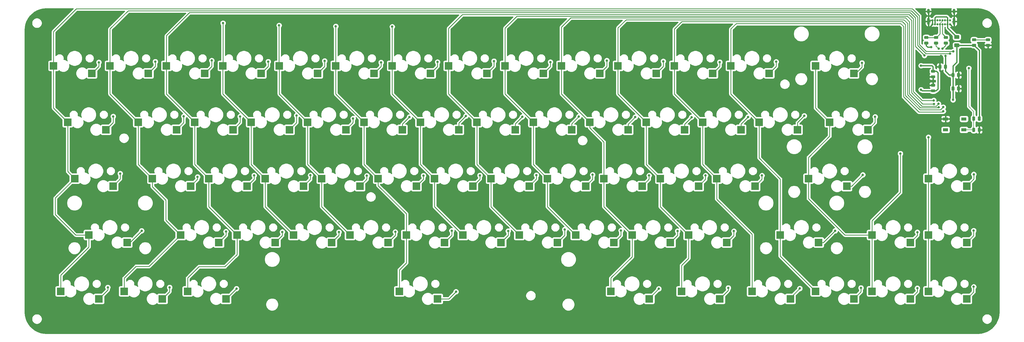
<source format=gtl>
%TF.GenerationSoftware,KiCad,Pcbnew,(5.1.6)-1*%
%TF.CreationDate,2020-07-27T20:44:56-04:00*%
%TF.ProjectId,keyboard,6b657962-6f61-4726-942e-6b696361645f,rev?*%
%TF.SameCoordinates,Original*%
%TF.FileFunction,Copper,L1,Top*%
%TF.FilePolarity,Positive*%
%FSLAX46Y46*%
G04 Gerber Fmt 4.6, Leading zero omitted, Abs format (unit mm)*
G04 Created by KiCad (PCBNEW (5.1.6)-1) date 2020-07-27 20:44:56*
%MOMM*%
%LPD*%
G01*
G04 APERTURE LIST*
%TA.AperFunction,SMDPad,CuDef*%
%ADD10R,2.550000X2.500000*%
%TD*%
%TA.AperFunction,SMDPad,CuDef*%
%ADD11R,1.800000X1.100000*%
%TD*%
%TA.AperFunction,ComponentPad*%
%ADD12O,0.900000X1.700000*%
%TD*%
%TA.AperFunction,ComponentPad*%
%ADD13O,0.900000X2.400000*%
%TD*%
%TA.AperFunction,ComponentPad*%
%ADD14C,0.700000*%
%TD*%
%TA.AperFunction,ViaPad*%
%ADD15C,0.800000*%
%TD*%
%TA.AperFunction,Conductor*%
%ADD16C,0.381000*%
%TD*%
%TA.AperFunction,Conductor*%
%ADD17C,0.203200*%
%TD*%
%TA.AperFunction,Conductor*%
%ADD18C,0.254000*%
%TD*%
G04 APERTURE END LIST*
D10*
%TO.P,MX41,2*%
%TO.N,Net-(D41-Pad2)*%
X309848250Y-155892500D03*
%TO.P,MX41,1*%
%TO.N,COL13*%
X296921250Y-153352500D03*
%TD*%
D11*
%TO.P,SW1,4*%
%TO.N,N/C*%
X349377000Y-133206000D03*
%TO.P,SW1,3*%
X343177000Y-136906000D03*
%TO.P,SW1,2*%
%TO.N,Net-(C9-Pad1)*%
X349377000Y-136906000D03*
%TO.P,SW1,1*%
%TO.N,GND*%
X343177000Y-133206000D03*
%TD*%
%TO.P,R8,2*%
%TO.N,GND*%
%TA.AperFunction,SMDPad,CuDef*%
G36*
G01*
X357048750Y-107843500D02*
X357961250Y-107843500D01*
G75*
G02*
X358205000Y-108087250I0J-243750D01*
G01*
X358205000Y-108574750D01*
G75*
G02*
X357961250Y-108818500I-243750J0D01*
G01*
X357048750Y-108818500D01*
G75*
G02*
X356805000Y-108574750I0J243750D01*
G01*
X356805000Y-108087250D01*
G75*
G02*
X357048750Y-107843500I243750J0D01*
G01*
G37*
%TD.AperFunction*%
%TO.P,R8,1*%
%TO.N,Net-(D67-Pad1)*%
%TA.AperFunction,SMDPad,CuDef*%
G36*
G01*
X357048750Y-105968500D02*
X357961250Y-105968500D01*
G75*
G02*
X358205000Y-106212250I0J-243750D01*
G01*
X358205000Y-106699750D01*
G75*
G02*
X357961250Y-106943500I-243750J0D01*
G01*
X357048750Y-106943500D01*
G75*
G02*
X356805000Y-106699750I0J243750D01*
G01*
X356805000Y-106212250D01*
G75*
G02*
X357048750Y-105968500I243750J0D01*
G01*
G37*
%TD.AperFunction*%
%TD*%
%TO.P,R7,2*%
%TO.N,D+*%
%TA.AperFunction,SMDPad,CuDef*%
G36*
G01*
X337133250Y-106181500D02*
X336220750Y-106181500D01*
G75*
G02*
X335977000Y-105937750I0J243750D01*
G01*
X335977000Y-105450250D01*
G75*
G02*
X336220750Y-105206500I243750J0D01*
G01*
X337133250Y-105206500D01*
G75*
G02*
X337377000Y-105450250I0J-243750D01*
G01*
X337377000Y-105937750D01*
G75*
G02*
X337133250Y-106181500I-243750J0D01*
G01*
G37*
%TD.AperFunction*%
%TO.P,R7,1*%
%TO.N,+5V*%
%TA.AperFunction,SMDPad,CuDef*%
G36*
G01*
X337133250Y-108056500D02*
X336220750Y-108056500D01*
G75*
G02*
X335977000Y-107812750I0J243750D01*
G01*
X335977000Y-107325250D01*
G75*
G02*
X336220750Y-107081500I243750J0D01*
G01*
X337133250Y-107081500D01*
G75*
G02*
X337377000Y-107325250I0J-243750D01*
G01*
X337377000Y-107812750D01*
G75*
G02*
X337133250Y-108056500I-243750J0D01*
G01*
G37*
%TD.AperFunction*%
%TD*%
%TO.P,R4,2*%
%TO.N,Net-(C9-Pad1)*%
%TA.AperFunction,SMDPad,CuDef*%
G36*
G01*
X353166500Y-132639750D02*
X353166500Y-133552250D01*
G75*
G02*
X352922750Y-133796000I-243750J0D01*
G01*
X352435250Y-133796000D01*
G75*
G02*
X352191500Y-133552250I0J243750D01*
G01*
X352191500Y-132639750D01*
G75*
G02*
X352435250Y-132396000I243750J0D01*
G01*
X352922750Y-132396000D01*
G75*
G02*
X353166500Y-132639750I0J-243750D01*
G01*
G37*
%TD.AperFunction*%
%TO.P,R4,1*%
%TO.N,+5V*%
%TA.AperFunction,SMDPad,CuDef*%
G36*
G01*
X355041500Y-132639750D02*
X355041500Y-133552250D01*
G75*
G02*
X354797750Y-133796000I-243750J0D01*
G01*
X354310250Y-133796000D01*
G75*
G02*
X354066500Y-133552250I0J243750D01*
G01*
X354066500Y-132639750D01*
G75*
G02*
X354310250Y-132396000I243750J0D01*
G01*
X354797750Y-132396000D01*
G75*
G02*
X355041500Y-132639750I0J-243750D01*
G01*
G37*
%TD.AperFunction*%
%TD*%
%TO.P,R3,2*%
%TO.N,D-*%
%TA.AperFunction,SMDPad,CuDef*%
G36*
G01*
X343737250Y-106181500D02*
X342824750Y-106181500D01*
G75*
G02*
X342581000Y-105937750I0J243750D01*
G01*
X342581000Y-105450250D01*
G75*
G02*
X342824750Y-105206500I243750J0D01*
G01*
X343737250Y-105206500D01*
G75*
G02*
X343981000Y-105450250I0J-243750D01*
G01*
X343981000Y-105937750D01*
G75*
G02*
X343737250Y-106181500I-243750J0D01*
G01*
G37*
%TD.AperFunction*%
%TO.P,R3,1*%
%TO.N,Net-(R3-Pad1)*%
%TA.AperFunction,SMDPad,CuDef*%
G36*
G01*
X343737250Y-108056500D02*
X342824750Y-108056500D01*
G75*
G02*
X342581000Y-107812750I0J243750D01*
G01*
X342581000Y-107325250D01*
G75*
G02*
X342824750Y-107081500I243750J0D01*
G01*
X343737250Y-107081500D01*
G75*
G02*
X343981000Y-107325250I0J-243750D01*
G01*
X343981000Y-107812750D01*
G75*
G02*
X343737250Y-108056500I-243750J0D01*
G01*
G37*
%TD.AperFunction*%
%TD*%
%TO.P,R2,2*%
%TO.N,D+*%
%TA.AperFunction,SMDPad,CuDef*%
G36*
G01*
X340435250Y-106181500D02*
X339522750Y-106181500D01*
G75*
G02*
X339279000Y-105937750I0J243750D01*
G01*
X339279000Y-105450250D01*
G75*
G02*
X339522750Y-105206500I243750J0D01*
G01*
X340435250Y-105206500D01*
G75*
G02*
X340679000Y-105450250I0J-243750D01*
G01*
X340679000Y-105937750D01*
G75*
G02*
X340435250Y-106181500I-243750J0D01*
G01*
G37*
%TD.AperFunction*%
%TO.P,R2,1*%
%TO.N,Net-(R2-Pad1)*%
%TA.AperFunction,SMDPad,CuDef*%
G36*
G01*
X340435250Y-108056500D02*
X339522750Y-108056500D01*
G75*
G02*
X339279000Y-107812750I0J243750D01*
G01*
X339279000Y-107325250D01*
G75*
G02*
X339522750Y-107081500I243750J0D01*
G01*
X340435250Y-107081500D01*
G75*
G02*
X340679000Y-107325250I0J-243750D01*
G01*
X340679000Y-107812750D01*
G75*
G02*
X340435250Y-108056500I-243750J0D01*
G01*
G37*
%TD.AperFunction*%
%TD*%
D10*
%TO.P,MX66,2*%
%TO.N,Net-(D66-Pad2)*%
X350329500Y-193992500D03*
%TO.P,MX66,1*%
%TO.N,COL14*%
X337402500Y-191452500D03*
%TD*%
%TO.P,MX65,2*%
%TO.N,Net-(D65-Pad2)*%
X331279500Y-193992500D03*
%TO.P,MX65,1*%
%TO.N,COL13*%
X318352500Y-191452500D03*
%TD*%
%TO.P,MX64,2*%
%TO.N,Net-(D64-Pad2)*%
X312229500Y-193992500D03*
%TO.P,MX64,1*%
%TO.N,COL12*%
X299302500Y-191452500D03*
%TD*%
%TO.P,MX63,2*%
%TO.N,Net-(D63-Pad2)*%
X290798250Y-193992500D03*
%TO.P,MX63,1*%
%TO.N,COL11*%
X277871250Y-191452500D03*
%TD*%
%TO.P,MX62,2*%
%TO.N,Net-(D62-Pad2)*%
X266985750Y-193992500D03*
%TO.P,MX62,1*%
%TO.N,COL10*%
X254058750Y-191452500D03*
%TD*%
%TO.P,MX61,2*%
%TO.N,Net-(D61-Pad2)*%
X243173250Y-193992500D03*
%TO.P,MX61,1*%
%TO.N,COL9*%
X230246250Y-191452500D03*
%TD*%
%TO.P,MX60,2*%
%TO.N,Net-(D60-Pad2)*%
X171735750Y-193992500D03*
%TO.P,MX60,1*%
%TO.N,COL5*%
X158808750Y-191452500D03*
%TD*%
%TO.P,MX59,2*%
%TO.N,Net-(D59-Pad2)*%
X100298250Y-193992500D03*
%TO.P,MX59,1*%
%TO.N,COL2*%
X87371250Y-191452500D03*
%TD*%
%TO.P,MX58,2*%
%TO.N,Net-(D58-Pad2)*%
X78867000Y-193992500D03*
%TO.P,MX58,1*%
%TO.N,COL1*%
X65940000Y-191452500D03*
%TD*%
%TO.P,MX57,2*%
%TO.N,Net-(D57-Pad2)*%
X57435750Y-193992500D03*
%TO.P,MX57,1*%
%TO.N,COL0*%
X44508750Y-191452500D03*
%TD*%
%TO.P,MX56,2*%
%TO.N,Net-(D56-Pad2)*%
X350329500Y-174942500D03*
%TO.P,MX56,1*%
%TO.N,COL14*%
X337402500Y-172402500D03*
%TD*%
%TO.P,MX55,2*%
%TO.N,Net-(D55-Pad2)*%
X331279500Y-174942500D03*
%TO.P,MX55,1*%
%TO.N,COL13*%
X318352500Y-172402500D03*
%TD*%
%TO.P,MX54,2*%
%TO.N,Net-(D54-Pad2)*%
X300323250Y-174942500D03*
%TO.P,MX54,1*%
%TO.N,COL12*%
X287396250Y-172402500D03*
%TD*%
%TO.P,MX53,2*%
%TO.N,Net-(D53-Pad2)*%
X269367000Y-174942500D03*
%TO.P,MX53,1*%
%TO.N,COL10*%
X256440000Y-172402500D03*
%TD*%
%TO.P,MX52,2*%
%TO.N,Net-(D52-Pad2)*%
X250317000Y-174942500D03*
%TO.P,MX52,1*%
%TO.N,COL9*%
X237390000Y-172402500D03*
%TD*%
%TO.P,MX51,2*%
%TO.N,Net-(D51-Pad2)*%
X231267000Y-174942500D03*
%TO.P,MX51,1*%
%TO.N,COL8*%
X218340000Y-172402500D03*
%TD*%
%TO.P,MX50,2*%
%TO.N,Net-(D50-Pad2)*%
X212217000Y-174942500D03*
%TO.P,MX50,1*%
%TO.N,COL7*%
X199290000Y-172402500D03*
%TD*%
%TO.P,MX49,2*%
%TO.N,Net-(D49-Pad2)*%
X193167000Y-174942500D03*
%TO.P,MX49,1*%
%TO.N,COL6*%
X180240000Y-172402500D03*
%TD*%
%TO.P,MX48,2*%
%TO.N,Net-(D48-Pad2)*%
X174117000Y-174942500D03*
%TO.P,MX48,1*%
%TO.N,COL5*%
X161190000Y-172402500D03*
%TD*%
%TO.P,MX47,2*%
%TO.N,Net-(D47-Pad2)*%
X155067000Y-174942500D03*
%TO.P,MX47,1*%
%TO.N,COL4*%
X142140000Y-172402500D03*
%TD*%
%TO.P,MX46,2*%
%TO.N,Net-(D46-Pad2)*%
X136017000Y-174942500D03*
%TO.P,MX46,1*%
%TO.N,COL3*%
X123090000Y-172402500D03*
%TD*%
%TO.P,MX45,2*%
%TO.N,Net-(D45-Pad2)*%
X116967000Y-174942500D03*
%TO.P,MX45,1*%
%TO.N,COL2*%
X104040000Y-172402500D03*
%TD*%
%TO.P,MX44,2*%
%TO.N,Net-(D44-Pad2)*%
X97917000Y-174942500D03*
%TO.P,MX44,1*%
%TO.N,COL1*%
X84990000Y-172402500D03*
%TD*%
%TO.P,MX43,2*%
%TO.N,Net-(D43-Pad2)*%
X66960750Y-174942500D03*
%TO.P,MX43,1*%
%TO.N,COL0*%
X54033750Y-172402500D03*
%TD*%
%TO.P,MX42,2*%
%TO.N,Net-(D42-Pad2)*%
X350329500Y-155892500D03*
%TO.P,MX42,1*%
%TO.N,COL14*%
X337402500Y-153352500D03*
%TD*%
%TO.P,MX40,2*%
%TO.N,Net-(D40-Pad2)*%
X278892000Y-155892500D03*
%TO.P,MX40,1*%
%TO.N,COL11*%
X265965000Y-153352500D03*
%TD*%
%TO.P,MX39,2*%
%TO.N,Net-(D39-Pad2)*%
X259842000Y-155892500D03*
%TO.P,MX39,1*%
%TO.N,COL10*%
X246915000Y-153352500D03*
%TD*%
%TO.P,MX38,2*%
%TO.N,Net-(D38-Pad2)*%
X240792000Y-155892500D03*
%TO.P,MX38,1*%
%TO.N,COL9*%
X227865000Y-153352500D03*
%TD*%
%TO.P,MX37,2*%
%TO.N,Net-(D37-Pad2)*%
X221742000Y-155892500D03*
%TO.P,MX37,1*%
%TO.N,COL8*%
X208815000Y-153352500D03*
%TD*%
%TO.P,MX36,2*%
%TO.N,Net-(D36-Pad2)*%
X202692000Y-155892500D03*
%TO.P,MX36,1*%
%TO.N,COL7*%
X189765000Y-153352500D03*
%TD*%
%TO.P,MX35,2*%
%TO.N,Net-(D35-Pad2)*%
X183642000Y-155892500D03*
%TO.P,MX35,1*%
%TO.N,COL6*%
X170715000Y-153352500D03*
%TD*%
%TO.P,MX34,2*%
%TO.N,Net-(D34-Pad2)*%
X164592000Y-155892500D03*
%TO.P,MX34,1*%
%TO.N,COL5*%
X151665000Y-153352500D03*
%TD*%
%TO.P,MX33,2*%
%TO.N,Net-(D33-Pad2)*%
X145542000Y-155892500D03*
%TO.P,MX33,1*%
%TO.N,COL4*%
X132615000Y-153352500D03*
%TD*%
%TO.P,MX32,2*%
%TO.N,Net-(D32-Pad2)*%
X126492000Y-155892500D03*
%TO.P,MX32,1*%
%TO.N,COL3*%
X113565000Y-153352500D03*
%TD*%
%TO.P,MX31,2*%
%TO.N,Net-(D31-Pad2)*%
X107442000Y-155892500D03*
%TO.P,MX31,1*%
%TO.N,COL2*%
X94515000Y-153352500D03*
%TD*%
%TO.P,MX30,2*%
%TO.N,Net-(D30-Pad2)*%
X88392000Y-155892500D03*
%TO.P,MX30,1*%
%TO.N,COL1*%
X75465000Y-153352500D03*
%TD*%
%TO.P,MX29,2*%
%TO.N,Net-(D29-Pad2)*%
X62198250Y-155892500D03*
%TO.P,MX29,1*%
%TO.N,COL0*%
X49271250Y-153352500D03*
%TD*%
%TO.P,MX28,2*%
%TO.N,Net-(D28-Pad2)*%
X316992000Y-136842500D03*
%TO.P,MX28,1*%
%TO.N,COL13*%
X304065000Y-134302500D03*
%TD*%
%TO.P,MX27,2*%
%TO.N,Net-(D27-Pad2)*%
X293179500Y-136842500D03*
%TO.P,MX27,1*%
%TO.N,COL12*%
X280252500Y-134302500D03*
%TD*%
%TO.P,MX26,2*%
%TO.N,Net-(D26-Pad2)*%
X274129500Y-136842500D03*
%TO.P,MX26,1*%
%TO.N,COL11*%
X261202500Y-134302500D03*
%TD*%
%TO.P,MX25,2*%
%TO.N,Net-(D25-Pad2)*%
X255079500Y-136842500D03*
%TO.P,MX25,1*%
%TO.N,COL10*%
X242152500Y-134302500D03*
%TD*%
%TO.P,MX24,2*%
%TO.N,Net-(D24-Pad2)*%
X236029500Y-136842500D03*
%TO.P,MX24,1*%
%TO.N,COL9*%
X223102500Y-134302500D03*
%TD*%
%TO.P,MX23,2*%
%TO.N,Net-(D23-Pad2)*%
X216979500Y-136842500D03*
%TO.P,MX23,1*%
%TO.N,COL8*%
X204052500Y-134302500D03*
%TD*%
%TO.P,MX22,2*%
%TO.N,Net-(D22-Pad2)*%
X197929500Y-136842500D03*
%TO.P,MX22,1*%
%TO.N,COL7*%
X185002500Y-134302500D03*
%TD*%
%TO.P,MX21,2*%
%TO.N,Net-(D21-Pad2)*%
X178879500Y-136842500D03*
%TO.P,MX21,1*%
%TO.N,COL6*%
X165952500Y-134302500D03*
%TD*%
%TO.P,MX20,2*%
%TO.N,Net-(D20-Pad2)*%
X159829500Y-136842500D03*
%TO.P,MX20,1*%
%TO.N,COL5*%
X146902500Y-134302500D03*
%TD*%
%TO.P,MX19,2*%
%TO.N,Net-(D19-Pad2)*%
X140779500Y-136842500D03*
%TO.P,MX19,1*%
%TO.N,COL4*%
X127852500Y-134302500D03*
%TD*%
%TO.P,MX18,2*%
%TO.N,Net-(D18-Pad2)*%
X121729500Y-136842500D03*
%TO.P,MX18,1*%
%TO.N,COL3*%
X108802500Y-134302500D03*
%TD*%
%TO.P,MX17,2*%
%TO.N,Net-(D17-Pad2)*%
X102679500Y-136842500D03*
%TO.P,MX17,1*%
%TO.N,COL2*%
X89752500Y-134302500D03*
%TD*%
%TO.P,MX16,2*%
%TO.N,Net-(D16-Pad2)*%
X83629500Y-136842500D03*
%TO.P,MX16,1*%
%TO.N,COL1*%
X70702500Y-134302500D03*
%TD*%
%TO.P,MX15,2*%
%TO.N,Net-(D15-Pad2)*%
X59817000Y-136842500D03*
%TO.P,MX15,1*%
%TO.N,COL0*%
X46890000Y-134302500D03*
%TD*%
%TO.P,MX14,2*%
%TO.N,Net-(D14-Pad2)*%
X312229500Y-117792500D03*
%TO.P,MX14,1*%
%TO.N,COL13*%
X299302500Y-115252500D03*
%TD*%
%TO.P,MX13,2*%
%TO.N,Net-(D13-Pad2)*%
X283654500Y-117792500D03*
%TO.P,MX13,1*%
%TO.N,COL12*%
X270727500Y-115252500D03*
%TD*%
%TO.P,MX12,2*%
%TO.N,Net-(D12-Pad2)*%
X264604500Y-117792500D03*
%TO.P,MX12,1*%
%TO.N,COL11*%
X251677500Y-115252500D03*
%TD*%
%TO.P,MX11,2*%
%TO.N,Net-(D11-Pad2)*%
X245554500Y-117792500D03*
%TO.P,MX11,1*%
%TO.N,COL10*%
X232627500Y-115252500D03*
%TD*%
%TO.P,MX10,2*%
%TO.N,Net-(D10-Pad2)*%
X226504500Y-117792500D03*
%TO.P,MX10,1*%
%TO.N,COL9*%
X213577500Y-115252500D03*
%TD*%
%TO.P,MX9,2*%
%TO.N,Net-(D9-Pad2)*%
X207454500Y-117792500D03*
%TO.P,MX9,1*%
%TO.N,COL8*%
X194527500Y-115252500D03*
%TD*%
%TO.P,MX8,2*%
%TO.N,Net-(D8-Pad2)*%
X188404500Y-117792500D03*
%TO.P,MX8,1*%
%TO.N,COL7*%
X175477500Y-115252500D03*
%TD*%
%TO.P,MX7,2*%
%TO.N,Net-(D7-Pad2)*%
X169354500Y-117792500D03*
%TO.P,MX7,1*%
%TO.N,COL6*%
X156427500Y-115252500D03*
%TD*%
%TO.P,MX6,2*%
%TO.N,Net-(D6-Pad2)*%
X150304500Y-117792500D03*
%TO.P,MX6,1*%
%TO.N,COL5*%
X137377500Y-115252500D03*
%TD*%
%TO.P,MX5,2*%
%TO.N,Net-(D5-Pad2)*%
X131254500Y-117792500D03*
%TO.P,MX5,1*%
%TO.N,COL4*%
X118327500Y-115252500D03*
%TD*%
%TO.P,MX4,2*%
%TO.N,Net-(D4-Pad2)*%
X112204500Y-117792500D03*
%TO.P,MX4,1*%
%TO.N,COL3*%
X99277500Y-115252500D03*
%TD*%
%TO.P,MX3,2*%
%TO.N,Net-(D3-Pad2)*%
X93154500Y-117792500D03*
%TO.P,MX3,1*%
%TO.N,COL2*%
X80227500Y-115252500D03*
%TD*%
%TO.P,MX2,2*%
%TO.N,Net-(D2-Pad2)*%
X74104500Y-117792500D03*
%TO.P,MX2,1*%
%TO.N,COL1*%
X61177500Y-115252500D03*
%TD*%
%TO.P,MX1,2*%
%TO.N,Net-(D1-Pad2)*%
X55054500Y-117792500D03*
%TO.P,MX1,1*%
%TO.N,COL0*%
X42127500Y-115252500D03*
%TD*%
D12*
%TO.P,J1,S1*%
%TO.N,GND*%
X346072500Y-96859000D03*
X337422500Y-96859000D03*
D13*
X346072500Y-100239000D03*
X337422500Y-100239000D03*
D14*
%TO.P,J1,B6*%
%TO.N,D+*%
X342172500Y-99869000D03*
%TO.P,J1,B1*%
%TO.N,GND*%
X344722500Y-99869000D03*
%TO.P,J1,B4*%
%TO.N,VCC*%
X343872500Y-99869000D03*
%TO.P,J1,B5*%
%TO.N,Net-(J1-PadB5)*%
X343022500Y-99869000D03*
%TO.P,J1,B12*%
%TO.N,GND*%
X338772500Y-99869000D03*
%TO.P,J1,B8*%
%TO.N,Net-(J1-PadB8)*%
X340472500Y-99869000D03*
%TO.P,J1,B7*%
%TO.N,D-*%
X341322500Y-99869000D03*
%TO.P,J1,B9*%
%TO.N,VCC*%
X339622500Y-99869000D03*
%TO.P,J1,A12*%
%TO.N,GND*%
X344722500Y-101219000D03*
%TO.P,J1,A9*%
%TO.N,VCC*%
X343872500Y-101219000D03*
%TO.P,J1,A8*%
%TO.N,Net-(J1-PadA8)*%
X343022500Y-101219000D03*
%TO.P,J1,A7*%
%TO.N,D-*%
X342172500Y-101219000D03*
%TO.P,J1,A6*%
%TO.N,D+*%
X341322500Y-101219000D03*
%TO.P,J1,A5*%
%TO.N,Net-(J1-PadA5)*%
X340472500Y-101219000D03*
%TO.P,J1,A4*%
%TO.N,VCC*%
X339622500Y-101219000D03*
%TO.P,J1,A1*%
%TO.N,GND*%
X338772500Y-101219000D03*
%TD*%
%TO.P,F1,2*%
%TO.N,VCC*%
%TA.AperFunction,SMDPad,CuDef*%
G36*
G01*
X347589000Y-106156000D02*
X346339000Y-106156000D01*
G75*
G02*
X346089000Y-105906000I0J250000D01*
G01*
X346089000Y-105156000D01*
G75*
G02*
X346339000Y-104906000I250000J0D01*
G01*
X347589000Y-104906000D01*
G75*
G02*
X347839000Y-105156000I0J-250000D01*
G01*
X347839000Y-105906000D01*
G75*
G02*
X347589000Y-106156000I-250000J0D01*
G01*
G37*
%TD.AperFunction*%
%TO.P,F1,1*%
%TO.N,+5V*%
%TA.AperFunction,SMDPad,CuDef*%
G36*
G01*
X347589000Y-108956000D02*
X346339000Y-108956000D01*
G75*
G02*
X346089000Y-108706000I0J250000D01*
G01*
X346089000Y-107956000D01*
G75*
G02*
X346339000Y-107706000I250000J0D01*
G01*
X347589000Y-107706000D01*
G75*
G02*
X347839000Y-107956000I0J-250000D01*
G01*
X347839000Y-108706000D01*
G75*
G02*
X347589000Y-108956000I-250000J0D01*
G01*
G37*
%TD.AperFunction*%
%TD*%
%TO.P,D67,2*%
%TO.N,+5V*%
%TA.AperFunction,SMDPad,CuDef*%
G36*
G01*
X352349750Y-107843500D02*
X353262250Y-107843500D01*
G75*
G02*
X353506000Y-108087250I0J-243750D01*
G01*
X353506000Y-108574750D01*
G75*
G02*
X353262250Y-108818500I-243750J0D01*
G01*
X352349750Y-108818500D01*
G75*
G02*
X352106000Y-108574750I0J243750D01*
G01*
X352106000Y-108087250D01*
G75*
G02*
X352349750Y-107843500I243750J0D01*
G01*
G37*
%TD.AperFunction*%
%TO.P,D67,1*%
%TO.N,Net-(D67-Pad1)*%
%TA.AperFunction,SMDPad,CuDef*%
G36*
G01*
X352349750Y-105968500D02*
X353262250Y-105968500D01*
G75*
G02*
X353506000Y-106212250I0J-243750D01*
G01*
X353506000Y-106699750D01*
G75*
G02*
X353262250Y-106943500I-243750J0D01*
G01*
X352349750Y-106943500D01*
G75*
G02*
X352106000Y-106699750I0J243750D01*
G01*
X352106000Y-106212250D01*
G75*
G02*
X352349750Y-105968500I243750J0D01*
G01*
G37*
%TD.AperFunction*%
%TD*%
%TO.P,C9,2*%
%TO.N,GND*%
%TA.AperFunction,SMDPad,CuDef*%
G36*
G01*
X354066500Y-137362250D02*
X354066500Y-136449750D01*
G75*
G02*
X354310250Y-136206000I243750J0D01*
G01*
X354797750Y-136206000D01*
G75*
G02*
X355041500Y-136449750I0J-243750D01*
G01*
X355041500Y-137362250D01*
G75*
G02*
X354797750Y-137606000I-243750J0D01*
G01*
X354310250Y-137606000D01*
G75*
G02*
X354066500Y-137362250I0J243750D01*
G01*
G37*
%TD.AperFunction*%
%TO.P,C9,1*%
%TO.N,Net-(C9-Pad1)*%
%TA.AperFunction,SMDPad,CuDef*%
G36*
G01*
X352191500Y-137362250D02*
X352191500Y-136449750D01*
G75*
G02*
X352435250Y-136206000I243750J0D01*
G01*
X352922750Y-136206000D01*
G75*
G02*
X353166500Y-136449750I0J-243750D01*
G01*
X353166500Y-137362250D01*
G75*
G02*
X352922750Y-137606000I-243750J0D01*
G01*
X352435250Y-137606000D01*
G75*
G02*
X352191500Y-137362250I0J243750D01*
G01*
G37*
%TD.AperFunction*%
%TD*%
%TO.P,C6,2*%
%TO.N,GND*%
%TA.AperFunction,SMDPad,CuDef*%
G36*
G01*
X341766500Y-115113750D02*
X341766500Y-116026250D01*
G75*
G02*
X341522750Y-116270000I-243750J0D01*
G01*
X341035250Y-116270000D01*
G75*
G02*
X340791500Y-116026250I0J243750D01*
G01*
X340791500Y-115113750D01*
G75*
G02*
X341035250Y-114870000I243750J0D01*
G01*
X341522750Y-114870000D01*
G75*
G02*
X341766500Y-115113750I0J-243750D01*
G01*
G37*
%TD.AperFunction*%
%TO.P,C6,1*%
%TO.N,+5V*%
%TA.AperFunction,SMDPad,CuDef*%
G36*
G01*
X343641500Y-115113750D02*
X343641500Y-116026250D01*
G75*
G02*
X343397750Y-116270000I-243750J0D01*
G01*
X342910250Y-116270000D01*
G75*
G02*
X342666500Y-116026250I0J243750D01*
G01*
X342666500Y-115113750D01*
G75*
G02*
X342910250Y-114870000I243750J0D01*
G01*
X343397750Y-114870000D01*
G75*
G02*
X343641500Y-115113750I0J-243750D01*
G01*
G37*
%TD.AperFunction*%
%TD*%
%TO.P,C5,2*%
%TO.N,GND*%
%TA.AperFunction,SMDPad,CuDef*%
G36*
G01*
X347081500Y-118820250D02*
X347081500Y-117907750D01*
G75*
G02*
X347325250Y-117664000I243750J0D01*
G01*
X347812750Y-117664000D01*
G75*
G02*
X348056500Y-117907750I0J-243750D01*
G01*
X348056500Y-118820250D01*
G75*
G02*
X347812750Y-119064000I-243750J0D01*
G01*
X347325250Y-119064000D01*
G75*
G02*
X347081500Y-118820250I0J243750D01*
G01*
G37*
%TD.AperFunction*%
%TO.P,C5,1*%
%TO.N,+5V*%
%TA.AperFunction,SMDPad,CuDef*%
G36*
G01*
X345206500Y-118820250D02*
X345206500Y-117907750D01*
G75*
G02*
X345450250Y-117664000I243750J0D01*
G01*
X345937750Y-117664000D01*
G75*
G02*
X346181500Y-117907750I0J-243750D01*
G01*
X346181500Y-118820250D01*
G75*
G02*
X345937750Y-119064000I-243750J0D01*
G01*
X345450250Y-119064000D01*
G75*
G02*
X345206500Y-118820250I0J243750D01*
G01*
G37*
%TD.AperFunction*%
%TD*%
%TO.P,C4,2*%
%TO.N,GND*%
%TA.AperFunction,SMDPad,CuDef*%
G36*
G01*
X347081500Y-123392250D02*
X347081500Y-122479750D01*
G75*
G02*
X347325250Y-122236000I243750J0D01*
G01*
X347812750Y-122236000D01*
G75*
G02*
X348056500Y-122479750I0J-243750D01*
G01*
X348056500Y-123392250D01*
G75*
G02*
X347812750Y-123636000I-243750J0D01*
G01*
X347325250Y-123636000D01*
G75*
G02*
X347081500Y-123392250I0J243750D01*
G01*
G37*
%TD.AperFunction*%
%TO.P,C4,1*%
%TO.N,+5V*%
%TA.AperFunction,SMDPad,CuDef*%
G36*
G01*
X345206500Y-123392250D02*
X345206500Y-122479750D01*
G75*
G02*
X345450250Y-122236000I243750J0D01*
G01*
X345937750Y-122236000D01*
G75*
G02*
X346181500Y-122479750I0J-243750D01*
G01*
X346181500Y-123392250D01*
G75*
G02*
X345937750Y-123636000I-243750J0D01*
G01*
X345450250Y-123636000D01*
G75*
G02*
X345206500Y-123392250I0J243750D01*
G01*
G37*
%TD.AperFunction*%
%TD*%
%TO.P,C3,2*%
%TO.N,GND*%
%TA.AperFunction,SMDPad,CuDef*%
G36*
G01*
X339419250Y-122310500D02*
X338506750Y-122310500D01*
G75*
G02*
X338263000Y-122066750I0J243750D01*
G01*
X338263000Y-121579250D01*
G75*
G02*
X338506750Y-121335500I243750J0D01*
G01*
X339419250Y-121335500D01*
G75*
G02*
X339663000Y-121579250I0J-243750D01*
G01*
X339663000Y-122066750D01*
G75*
G02*
X339419250Y-122310500I-243750J0D01*
G01*
G37*
%TD.AperFunction*%
%TO.P,C3,1*%
%TO.N,+5V*%
%TA.AperFunction,SMDPad,CuDef*%
G36*
G01*
X339419250Y-124185500D02*
X338506750Y-124185500D01*
G75*
G02*
X338263000Y-123941750I0J243750D01*
G01*
X338263000Y-123454250D01*
G75*
G02*
X338506750Y-123210500I243750J0D01*
G01*
X339419250Y-123210500D01*
G75*
G02*
X339663000Y-123454250I0J-243750D01*
G01*
X339663000Y-123941750D01*
G75*
G02*
X339419250Y-124185500I-243750J0D01*
G01*
G37*
%TD.AperFunction*%
%TD*%
%TO.P,C2,2*%
%TO.N,GND*%
%TA.AperFunction,SMDPad,CuDef*%
G36*
G01*
X338506750Y-118481500D02*
X339419250Y-118481500D01*
G75*
G02*
X339663000Y-118725250I0J-243750D01*
G01*
X339663000Y-119212750D01*
G75*
G02*
X339419250Y-119456500I-243750J0D01*
G01*
X338506750Y-119456500D01*
G75*
G02*
X338263000Y-119212750I0J243750D01*
G01*
X338263000Y-118725250D01*
G75*
G02*
X338506750Y-118481500I243750J0D01*
G01*
G37*
%TD.AperFunction*%
%TO.P,C2,1*%
%TO.N,+5V*%
%TA.AperFunction,SMDPad,CuDef*%
G36*
G01*
X338506750Y-116606500D02*
X339419250Y-116606500D01*
G75*
G02*
X339663000Y-116850250I0J-243750D01*
G01*
X339663000Y-117337750D01*
G75*
G02*
X339419250Y-117581500I-243750J0D01*
G01*
X338506750Y-117581500D01*
G75*
G02*
X338263000Y-117337750I0J243750D01*
G01*
X338263000Y-116850250D01*
G75*
G02*
X338506750Y-116606500I243750J0D01*
G01*
G37*
%TD.AperFunction*%
%TD*%
D15*
%TO.N,GND*%
X341630000Y-111887000D03*
X350012000Y-117348000D03*
%TO.N,+5V*%
X343154000Y-111887000D03*
X345694000Y-126746000D03*
X334899000Y-123317000D03*
X334899000Y-115189000D03*
X338328000Y-108966000D03*
%TO.N,Net-(C9-Pad1)*%
X351028000Y-116078000D03*
%TO.N,Net-(D1-Pad2)*%
X57404000Y-114071400D03*
%TO.N,Net-(D2-Pad2)*%
X76454000Y-113842800D03*
%TO.N,Net-(D3-Pad2)*%
X95504000Y-113461800D03*
%TO.N,Net-(D4-Pad2)*%
X114554000Y-113842800D03*
%TO.N,Net-(D5-Pad2)*%
X133604000Y-113614200D03*
%TO.N,Net-(D6-Pad2)*%
X152654000Y-114122200D03*
%TO.N,Net-(D7-Pad2)*%
X171704000Y-113969800D03*
%TO.N,Net-(D8-Pad2)*%
X190754000Y-113665000D03*
%TO.N,Net-(D9-Pad2)*%
X209804000Y-113995200D03*
%TO.N,Net-(D10-Pad2)*%
X228854000Y-113487200D03*
%TO.N,Net-(D11-Pad2)*%
X247904000Y-113741200D03*
%TO.N,Net-(D12-Pad2)*%
X266954000Y-114020600D03*
%TO.N,Net-(D13-Pad2)*%
X286004000Y-113893600D03*
%TO.N,Net-(D14-Pad2)*%
X314960000Y-114274600D03*
%TO.N,Net-(D15-Pad2)*%
X62255400Y-132359400D03*
%TO.N,Net-(D16-Pad2)*%
X86055200Y-132334000D03*
%TO.N,Net-(D17-Pad2)*%
X105079800Y-132410200D03*
%TO.N,Net-(D18-Pad2)*%
X124129800Y-132080000D03*
%TO.N,Net-(D19-Pad2)*%
X143205200Y-133045200D03*
%TO.N,Net-(D20-Pad2)*%
X162229800Y-132562600D03*
%TO.N,Net-(D21-Pad2)*%
X181279800Y-132232400D03*
%TO.N,Net-(D22-Pad2)*%
X200304400Y-132511800D03*
%TO.N,Net-(D23-Pad2)*%
X219379800Y-132435600D03*
%TO.N,Net-(D24-Pad2)*%
X238429800Y-132588000D03*
%TO.N,Net-(D25-Pad2)*%
X257454400Y-132613400D03*
%TO.N,Net-(D26-Pad2)*%
X276504400Y-132562600D03*
%TO.N,Net-(D27-Pad2)*%
X295478200Y-132156200D03*
%TO.N,Net-(D28-Pad2)*%
X319405000Y-132486400D03*
%TO.N,Net-(D29-Pad2)*%
X64592200Y-151663400D03*
%TO.N,Net-(D30-Pad2)*%
X90728800Y-152781000D03*
%TO.N,Net-(D31-Pad2)*%
X109804200Y-152298400D03*
%TO.N,Net-(D32-Pad2)*%
X128828800Y-152247600D03*
%TO.N,Net-(D33-Pad2)*%
X147878800Y-152400000D03*
%TO.N,Net-(D34-Pad2)*%
X166954200Y-152374600D03*
%TO.N,Net-(D35-Pad2)*%
X186004200Y-152273000D03*
%TO.N,Net-(D36-Pad2)*%
X205079600Y-152196800D03*
%TO.N,Net-(D37-Pad2)*%
X224053400Y-152069800D03*
%TO.N,Net-(D38-Pad2)*%
X243128800Y-152323800D03*
%TO.N,Net-(D39-Pad2)*%
X262178800Y-152323800D03*
%TO.N,Net-(D40-Pad2)*%
X281228800Y-152323800D03*
%TO.N,Net-(D41-Pad2)*%
X315264800Y-152095200D03*
%TO.N,Net-(D42-Pad2)*%
X352704400Y-151917400D03*
%TO.N,Net-(D43-Pad2)*%
X71856600Y-170992800D03*
%TO.N,Net-(D44-Pad2)*%
X100304600Y-171272200D03*
%TO.N,Net-(D45-Pad2)*%
X119329200Y-171399200D03*
%TO.N,Net-(D46-Pad2)*%
X138430000Y-171450000D03*
%TO.N,Net-(D47-Pad2)*%
X157454600Y-171373800D03*
%TO.N,Net-(D48-Pad2)*%
X176504600Y-170967400D03*
%TO.N,Net-(D49-Pad2)*%
X195554600Y-171069000D03*
%TO.N,Net-(D50-Pad2)*%
X214630000Y-170561000D03*
%TO.N,Net-(D51-Pad2)*%
X233629200Y-170891200D03*
%TO.N,Net-(D52-Pad2)*%
X252730000Y-171094400D03*
%TO.N,Net-(D53-Pad2)*%
X271729200Y-171119800D03*
%TO.N,Net-(D54-Pad2)*%
X305892200Y-171018200D03*
%TO.N,Net-(D55-Pad2)*%
X333654400Y-171475400D03*
%TO.N,Net-(D56-Pad2)*%
X352653600Y-170942000D03*
%TO.N,Net-(D57-Pad2)*%
X60426600Y-190119000D03*
%TO.N,Net-(D58-Pad2)*%
X81280000Y-190119000D03*
%TO.N,Net-(D59-Pad2)*%
X103860600Y-190550800D03*
%TO.N,Net-(D60-Pad2)*%
X177952400Y-191592200D03*
%TO.N,Net-(D61-Pad2)*%
X246405400Y-190601600D03*
%TO.N,Net-(D62-Pad2)*%
X269849600Y-190296800D03*
%TO.N,Net-(D63-Pad2)*%
X293979600Y-190500000D03*
%TO.N,Net-(D64-Pad2)*%
X314629800Y-190296800D03*
%TO.N,Net-(D65-Pad2)*%
X333654400Y-190398400D03*
%TO.N,Net-(D66-Pad2)*%
X352679000Y-189915800D03*
%TO.N,COL0*%
X345821000Y-110363000D03*
%TO.N,COL1*%
X344678000Y-111125000D03*
%TO.N,COL2*%
X336042000Y-111760000D03*
%TO.N,COL3*%
X99314000Y-100838000D03*
%TO.N,COL4*%
X118237000Y-101600000D03*
%TO.N,COL5*%
X137363200Y-101904800D03*
%TO.N,COL6*%
X156413200Y-102031800D03*
%TO.N,COL7*%
X339191600Y-126949200D03*
%TO.N,COL8*%
X339267800Y-128143000D03*
%TO.N,COL9*%
X340791800Y-128117600D03*
%TO.N,COL10*%
X340868000Y-129286000D03*
%TO.N,COL11*%
X342392000Y-129209800D03*
%TO.N,COL12*%
X342442800Y-130581400D03*
%TO.N,COL13*%
X327939400Y-144907000D03*
%TO.N,COL14*%
X337388200Y-139395200D03*
%TO.N,Net-(R2-Pad1)*%
X340868000Y-109474000D03*
%TO.N,Net-(R3-Pad1)*%
X342138000Y-109474000D03*
%TD*%
D16*
%TO.N,GND*%
X338772500Y-99869000D02*
X338772500Y-101219000D01*
X337792500Y-99869000D02*
X337422500Y-100239000D01*
X338772500Y-99869000D02*
X337792500Y-99869000D01*
%TO.N,+5V*%
X346964000Y-108331000D02*
X346964000Y-114046000D01*
X345694000Y-115316000D02*
X345694000Y-118364000D01*
X346964000Y-114046000D02*
X345694000Y-115316000D01*
X345694000Y-118364000D02*
X345694000Y-122936000D01*
X343154000Y-115570000D02*
X343154000Y-111887000D01*
X345694000Y-122936000D02*
X345694000Y-126746000D01*
X335280000Y-123698000D02*
X334899000Y-123317000D01*
X338963000Y-123698000D02*
X335280000Y-123698000D01*
X340106000Y-117094000D02*
X338963000Y-117094000D01*
X340614000Y-117602000D02*
X340106000Y-117094000D01*
X338963000Y-123698000D02*
X339979000Y-123698000D01*
X340614000Y-123063000D02*
X340614000Y-117602000D01*
X339979000Y-123698000D02*
X340614000Y-123063000D01*
X338963000Y-117094000D02*
X338963000Y-115570000D01*
X338963000Y-115570000D02*
X338582000Y-115189000D01*
X338582000Y-115189000D02*
X334899000Y-115189000D01*
X345694000Y-118364000D02*
X344424000Y-118364000D01*
X343154000Y-117094000D02*
X343154000Y-115570000D01*
X344424000Y-118364000D02*
X343154000Y-117094000D01*
X336677000Y-108458000D02*
X336677000Y-107569000D01*
X338328000Y-108966000D02*
X337185000Y-108966000D01*
X337185000Y-108966000D02*
X336677000Y-108458000D01*
X346964000Y-108331000D02*
X352806000Y-108331000D01*
X354554000Y-110079000D02*
X354554000Y-133096000D01*
X352806000Y-108331000D02*
X354554000Y-110079000D01*
D17*
%TO.N,Net-(C9-Pad1)*%
X351028000Y-116078000D02*
X351028000Y-129032000D01*
X352679000Y-130683000D02*
X352679000Y-133096000D01*
X351028000Y-129032000D02*
X352679000Y-130683000D01*
X349377000Y-136906000D02*
X352679000Y-136906000D01*
X352679000Y-136906000D02*
X352679000Y-133096000D01*
D18*
%TO.N,Net-(D1-Pad2)*%
X57404000Y-115443000D02*
X55054500Y-117792500D01*
X57404000Y-114071400D02*
X57404000Y-115443000D01*
%TO.N,Net-(D2-Pad2)*%
X76454000Y-115443000D02*
X74104500Y-117792500D01*
X76454000Y-113842800D02*
X76454000Y-115443000D01*
%TO.N,Net-(D3-Pad2)*%
X95504000Y-115443000D02*
X93154500Y-117792500D01*
X95504000Y-113461800D02*
X95504000Y-115443000D01*
%TO.N,Net-(D4-Pad2)*%
X114554000Y-115443000D02*
X112204500Y-117792500D01*
X114554000Y-113842800D02*
X114554000Y-115443000D01*
%TO.N,Net-(D5-Pad2)*%
X133604000Y-115443000D02*
X131254500Y-117792500D01*
X133604000Y-113614200D02*
X133604000Y-115443000D01*
%TO.N,Net-(D6-Pad2)*%
X152654000Y-115443000D02*
X150304500Y-117792500D01*
X152654000Y-114122200D02*
X152654000Y-115443000D01*
%TO.N,Net-(D7-Pad2)*%
X171704000Y-115443000D02*
X169354500Y-117792500D01*
X171704000Y-113969800D02*
X171704000Y-115443000D01*
%TO.N,Net-(D8-Pad2)*%
X190754000Y-115443000D02*
X188404500Y-117792500D01*
X190754000Y-113665000D02*
X190754000Y-115443000D01*
%TO.N,Net-(D9-Pad2)*%
X209804000Y-115443000D02*
X207454500Y-117792500D01*
X209804000Y-113995200D02*
X209804000Y-115443000D01*
%TO.N,Net-(D10-Pad2)*%
X228854000Y-115443000D02*
X226504500Y-117792500D01*
X228854000Y-113487200D02*
X228854000Y-115443000D01*
%TO.N,Net-(D11-Pad2)*%
X247904000Y-115443000D02*
X245554500Y-117792500D01*
X247904000Y-113741200D02*
X247904000Y-115443000D01*
%TO.N,Net-(D12-Pad2)*%
X266954000Y-115443000D02*
X264604500Y-117792500D01*
X266954000Y-114020600D02*
X266954000Y-115443000D01*
%TO.N,Net-(D13-Pad2)*%
X286004000Y-115443000D02*
X283654500Y-117792500D01*
X286004000Y-113893600D02*
X286004000Y-115443000D01*
%TO.N,Net-(D14-Pad2)*%
X314960000Y-114274600D02*
X314960000Y-115697000D01*
X312864500Y-117792500D02*
X312229500Y-117792500D01*
X314960000Y-115697000D02*
X312864500Y-117792500D01*
%TO.N,Net-(D15-Pad2)*%
X62255400Y-134404100D02*
X59817000Y-136842500D01*
X62255400Y-132359400D02*
X62255400Y-134404100D01*
%TO.N,Net-(D16-Pad2)*%
X86055200Y-134416800D02*
X83629500Y-136842500D01*
X86055200Y-132334000D02*
X86055200Y-134416800D01*
%TO.N,Net-(D17-Pad2)*%
X105079800Y-134442200D02*
X102679500Y-136842500D01*
X105079800Y-132410200D02*
X105079800Y-134442200D01*
%TO.N,Net-(D18-Pad2)*%
X124129800Y-134442200D02*
X121729500Y-136842500D01*
X124129800Y-132080000D02*
X124129800Y-134442200D01*
%TO.N,Net-(D19-Pad2)*%
X143205200Y-134416800D02*
X140779500Y-136842500D01*
X143205200Y-133045200D02*
X143205200Y-134416800D01*
%TO.N,Net-(D20-Pad2)*%
X159829500Y-134962900D02*
X159829500Y-136842500D01*
X162229800Y-132562600D02*
X159829500Y-134962900D01*
%TO.N,Net-(D21-Pad2)*%
X178879500Y-134632700D02*
X178879500Y-136842500D01*
X181279800Y-132232400D02*
X178879500Y-134632700D01*
%TO.N,Net-(D22-Pad2)*%
X197929500Y-134886700D02*
X197929500Y-136842500D01*
X200304400Y-132511800D02*
X197929500Y-134886700D01*
%TO.N,Net-(D23-Pad2)*%
X216979500Y-134835900D02*
X216979500Y-136842500D01*
X219379800Y-132435600D02*
X216979500Y-134835900D01*
%TO.N,Net-(D24-Pad2)*%
X236029500Y-134988300D02*
X236029500Y-136842500D01*
X238429800Y-132588000D02*
X236029500Y-134988300D01*
%TO.N,Net-(D25-Pad2)*%
X255079500Y-134988300D02*
X255079500Y-136842500D01*
X257454400Y-132613400D02*
X255079500Y-134988300D01*
%TO.N,Net-(D26-Pad2)*%
X274129500Y-134937500D02*
X274129500Y-136842500D01*
X276504400Y-132562600D02*
X274129500Y-134937500D01*
%TO.N,Net-(D27-Pad2)*%
X293179500Y-134454900D02*
X293179500Y-136842500D01*
X295478200Y-132156200D02*
X293179500Y-134454900D01*
%TO.N,Net-(D28-Pad2)*%
X319405000Y-134429500D02*
X316992000Y-136842500D01*
X319405000Y-132486400D02*
X319405000Y-134429500D01*
%TO.N,Net-(D29-Pad2)*%
X64592200Y-153498550D02*
X62198250Y-155892500D01*
X64592200Y-151663400D02*
X64592200Y-153498550D01*
%TO.N,Net-(D30-Pad2)*%
X90728800Y-153555700D02*
X88392000Y-155892500D01*
X90728800Y-152781000D02*
X90728800Y-153555700D01*
%TO.N,Net-(D31-Pad2)*%
X109804200Y-153530300D02*
X107442000Y-155892500D01*
X109804200Y-152298400D02*
X109804200Y-153530300D01*
%TO.N,Net-(D32-Pad2)*%
X128828800Y-153555700D02*
X126492000Y-155892500D01*
X128828800Y-152247600D02*
X128828800Y-153555700D01*
%TO.N,Net-(D33-Pad2)*%
X147878800Y-153555700D02*
X145542000Y-155892500D01*
X147878800Y-152400000D02*
X147878800Y-153555700D01*
%TO.N,Net-(D34-Pad2)*%
X166954200Y-153530300D02*
X164592000Y-155892500D01*
X166954200Y-152374600D02*
X166954200Y-153530300D01*
%TO.N,Net-(D35-Pad2)*%
X186004200Y-153530300D02*
X183642000Y-155892500D01*
X186004200Y-152273000D02*
X186004200Y-153530300D01*
%TO.N,Net-(D36-Pad2)*%
X205079600Y-153504900D02*
X202692000Y-155892500D01*
X205079600Y-152196800D02*
X205079600Y-153504900D01*
%TO.N,Net-(D37-Pad2)*%
X224053400Y-153581100D02*
X221742000Y-155892500D01*
X224053400Y-152069800D02*
X224053400Y-153581100D01*
%TO.N,Net-(D38-Pad2)*%
X243128800Y-153555700D02*
X240792000Y-155892500D01*
X243128800Y-152323800D02*
X243128800Y-153555700D01*
%TO.N,Net-(D39-Pad2)*%
X262178800Y-153555700D02*
X259842000Y-155892500D01*
X262178800Y-152323800D02*
X262178800Y-153555700D01*
%TO.N,Net-(D40-Pad2)*%
X281228800Y-153555700D02*
X278892000Y-155892500D01*
X281228800Y-152323800D02*
X281228800Y-153555700D01*
%TO.N,Net-(D41-Pad2)*%
X311467500Y-155892500D02*
X309848250Y-155892500D01*
X315264800Y-152095200D02*
X311467500Y-155892500D01*
%TO.N,Net-(D42-Pad2)*%
X352704400Y-153517600D02*
X350329500Y-155892500D01*
X352704400Y-151917400D02*
X352704400Y-153517600D01*
%TO.N,Net-(D43-Pad2)*%
X67906900Y-174942500D02*
X66960750Y-174942500D01*
X71856600Y-170992800D02*
X67906900Y-174942500D01*
%TO.N,Net-(D44-Pad2)*%
X100304600Y-172554900D02*
X97917000Y-174942500D01*
X100304600Y-171272200D02*
X100304600Y-172554900D01*
%TO.N,Net-(D45-Pad2)*%
X119329200Y-172580300D02*
X116967000Y-174942500D01*
X119329200Y-171399200D02*
X119329200Y-172580300D01*
%TO.N,Net-(D46-Pad2)*%
X138430000Y-172529500D02*
X136017000Y-174942500D01*
X138430000Y-171450000D02*
X138430000Y-172529500D01*
%TO.N,Net-(D47-Pad2)*%
X157454600Y-172554900D02*
X155067000Y-174942500D01*
X157454600Y-171373800D02*
X157454600Y-172554900D01*
%TO.N,Net-(D48-Pad2)*%
X176504600Y-172554900D02*
X174117000Y-174942500D01*
X176504600Y-170967400D02*
X176504600Y-172554900D01*
%TO.N,Net-(D49-Pad2)*%
X195554600Y-172554900D02*
X193167000Y-174942500D01*
X195554600Y-171069000D02*
X195554600Y-172554900D01*
%TO.N,Net-(D50-Pad2)*%
X214630000Y-172529500D02*
X212217000Y-174942500D01*
X214630000Y-170561000D02*
X214630000Y-172529500D01*
%TO.N,Net-(D51-Pad2)*%
X233629200Y-172580300D02*
X231267000Y-174942500D01*
X233629200Y-170891200D02*
X233629200Y-172580300D01*
%TO.N,Net-(D52-Pad2)*%
X252730000Y-172529500D02*
X250317000Y-174942500D01*
X252730000Y-171094400D02*
X252730000Y-172529500D01*
%TO.N,Net-(D53-Pad2)*%
X271729200Y-172580300D02*
X269367000Y-174942500D01*
X271729200Y-171119800D02*
X271729200Y-172580300D01*
%TO.N,Net-(D54-Pad2)*%
X301967900Y-174942500D02*
X300323250Y-174942500D01*
X305892200Y-171018200D02*
X301967900Y-174942500D01*
%TO.N,Net-(D55-Pad2)*%
X333654400Y-172567600D02*
X331279500Y-174942500D01*
X333654400Y-171475400D02*
X333654400Y-172567600D01*
%TO.N,Net-(D56-Pad2)*%
X352653600Y-172618400D02*
X350329500Y-174942500D01*
X352653600Y-170942000D02*
X352653600Y-172618400D01*
%TO.N,Net-(D57-Pad2)*%
X60426600Y-191001650D02*
X57435750Y-193992500D01*
X60426600Y-190119000D02*
X60426600Y-191001650D01*
%TO.N,Net-(D58-Pad2)*%
X81280000Y-191579500D02*
X78867000Y-193992500D01*
X81280000Y-190119000D02*
X81280000Y-191579500D01*
%TO.N,Net-(D59-Pad2)*%
X100418900Y-193992500D02*
X100298250Y-193992500D01*
X103860600Y-190550800D02*
X100418900Y-193992500D01*
%TO.N,Net-(D60-Pad2)*%
X175552100Y-193992500D02*
X171735750Y-193992500D01*
X177952400Y-191592200D02*
X175552100Y-193992500D01*
%TO.N,Net-(D61-Pad2)*%
X243173250Y-193833750D02*
X243173250Y-193992500D01*
X246405400Y-190601600D02*
X243173250Y-193833750D01*
%TO.N,Net-(D62-Pad2)*%
X269849600Y-191128650D02*
X266985750Y-193992500D01*
X269849600Y-190296800D02*
X269849600Y-191128650D01*
%TO.N,Net-(D63-Pad2)*%
X290798250Y-193681350D02*
X290798250Y-193992500D01*
X293979600Y-190500000D02*
X290798250Y-193681350D01*
%TO.N,Net-(D64-Pad2)*%
X314629800Y-191592200D02*
X312229500Y-193992500D01*
X314629800Y-190296800D02*
X314629800Y-191592200D01*
%TO.N,Net-(D65-Pad2)*%
X333654400Y-191617600D02*
X331279500Y-193992500D01*
X333654400Y-190398400D02*
X333654400Y-191617600D01*
%TO.N,Net-(D66-Pad2)*%
X352679000Y-191643000D02*
X350329500Y-193992500D01*
X352679000Y-189915800D02*
X352679000Y-191643000D01*
%TO.N,Net-(D67-Pad1)*%
X352806000Y-106456000D02*
X357505000Y-106456000D01*
%TO.N,D-*%
X343281000Y-105537000D02*
X343281000Y-105694000D01*
X342172500Y-101219000D02*
X342172500Y-104428500D01*
X342172500Y-104428500D02*
X343281000Y-105537000D01*
%TO.N,D+*%
X339979000Y-105694000D02*
X336677000Y-105694000D01*
D17*
X342172500Y-99869000D02*
X342172500Y-100105000D01*
X341322500Y-100955000D02*
X341322500Y-101219000D01*
X342172500Y-100105000D02*
X341322500Y-100955000D01*
D18*
X340076000Y-105694000D02*
X339979000Y-105694000D01*
X341322500Y-101219000D02*
X341322500Y-104447500D01*
X341322500Y-104447500D02*
X340076000Y-105694000D01*
D16*
%TO.N,VCC*%
X339622500Y-99869000D02*
X339622500Y-101219000D01*
X343872500Y-99869000D02*
X343872500Y-101219000D01*
X343872500Y-102439500D02*
X346964000Y-105531000D01*
X343872500Y-101219000D02*
X343872500Y-102439500D01*
X343872500Y-99016500D02*
X343872500Y-99869000D01*
X343535000Y-98679000D02*
X343872500Y-99016500D01*
X339979000Y-98679000D02*
X343535000Y-98679000D01*
X339622500Y-99869000D02*
X339622500Y-99035500D01*
X339622500Y-99035500D02*
X339979000Y-98679000D01*
D18*
%TO.N,COL0*%
X42127500Y-129540000D02*
X46890000Y-134302500D01*
X42127500Y-115252500D02*
X42127500Y-129540000D01*
X46890000Y-150971250D02*
X49271250Y-153352500D01*
X46890000Y-134302500D02*
X46890000Y-150971250D01*
X44508750Y-191452500D02*
X44508750Y-185996250D01*
X54033750Y-176471250D02*
X54033750Y-172402500D01*
X44508750Y-185996250D02*
X54033750Y-176471250D01*
X54033750Y-172402500D02*
X49593500Y-172402500D01*
X49593500Y-172402500D02*
X42672000Y-165481000D01*
X42672000Y-159951750D02*
X49271250Y-153352500D01*
X42672000Y-165481000D02*
X42672000Y-159951750D01*
X42127500Y-103668500D02*
X42127500Y-115252500D01*
X49784000Y-96012000D02*
X42127500Y-103668500D01*
X336677000Y-110363000D02*
X334391000Y-108077000D01*
X334391000Y-98374200D02*
X332028800Y-96012000D01*
X345821000Y-110363000D02*
X336677000Y-110363000D01*
X334391000Y-108077000D02*
X334391000Y-98374200D01*
X332028800Y-96012000D02*
X49784000Y-96012000D01*
%TO.N,COL1*%
X61177500Y-124777500D02*
X70702500Y-134302500D01*
X61177500Y-115252500D02*
X61177500Y-124777500D01*
X70702500Y-148590000D02*
X75465000Y-153352500D01*
X70702500Y-134302500D02*
X70702500Y-148590000D01*
X75465000Y-153352500D02*
X75465000Y-156110000D01*
X75465000Y-156110000D02*
X80010000Y-160655000D01*
X80010000Y-167422500D02*
X84990000Y-172402500D01*
X80010000Y-160655000D02*
X80010000Y-167422500D01*
X65940000Y-191452500D02*
X65940000Y-187044000D01*
X65940000Y-187044000D02*
X69977000Y-183007000D01*
X74385500Y-183007000D02*
X84990000Y-172402500D01*
X69977000Y-183007000D02*
X74385500Y-183007000D01*
X61177500Y-102779500D02*
X61177500Y-115252500D01*
X67310000Y-96647000D02*
X61177500Y-102779500D01*
X336550000Y-111125000D02*
X333756000Y-108331000D01*
X344678000Y-111125000D02*
X336550000Y-111125000D01*
X333756000Y-108331000D02*
X333756000Y-98780600D01*
X333756000Y-98780600D02*
X331622400Y-96647000D01*
X331622400Y-96647000D02*
X67310000Y-96647000D01*
%TO.N,COL2*%
X80227500Y-124777500D02*
X89752500Y-134302500D01*
X80227500Y-115252500D02*
X80227500Y-124777500D01*
X89752500Y-148590000D02*
X94515000Y-153352500D01*
X89752500Y-134302500D02*
X89752500Y-148590000D01*
X94515000Y-162877500D02*
X104040000Y-172402500D01*
X94515000Y-153352500D02*
X94515000Y-162877500D01*
X87371250Y-191452500D02*
X87371250Y-186948750D01*
X87371250Y-186948750D02*
X91186000Y-183134000D01*
X91186000Y-183134000D02*
X99949000Y-183134000D01*
X104040000Y-179043000D02*
X104040000Y-172402500D01*
X99949000Y-183134000D02*
X104040000Y-179043000D01*
X336042000Y-111760000D02*
X332994000Y-108712000D01*
X80227500Y-105065500D02*
X80227500Y-115252500D01*
X332994000Y-99034600D02*
X331241400Y-97282000D01*
X332994000Y-108712000D02*
X332994000Y-99034600D01*
X331241400Y-97282000D02*
X88011000Y-97282000D01*
X88011000Y-97282000D02*
X80227500Y-105065500D01*
%TO.N,COL3*%
X99277500Y-124777500D02*
X108802500Y-134302500D01*
X99277500Y-115252500D02*
X99277500Y-124777500D01*
X108802500Y-148590000D02*
X113565000Y-153352500D01*
X108802500Y-134302500D02*
X108802500Y-148590000D01*
X113565000Y-162877500D02*
X123090000Y-172402500D01*
X113565000Y-153352500D02*
X113565000Y-162877500D01*
X99314000Y-115216000D02*
X99277500Y-115252500D01*
X99314000Y-100838000D02*
X99314000Y-115216000D01*
%TO.N,COL4*%
X118327500Y-124777500D02*
X127852500Y-134302500D01*
X118327500Y-115252500D02*
X118327500Y-124777500D01*
X127852500Y-148590000D02*
X132615000Y-153352500D01*
X127852500Y-134302500D02*
X127852500Y-148590000D01*
X132615000Y-162877500D02*
X142140000Y-172402500D01*
X132615000Y-153352500D02*
X132615000Y-162877500D01*
X118237000Y-115162000D02*
X118327500Y-115252500D01*
X118237000Y-101600000D02*
X118237000Y-115162000D01*
%TO.N,COL5*%
X137377500Y-124777500D02*
X146902500Y-134302500D01*
X137377500Y-115252500D02*
X137377500Y-124777500D01*
X146902500Y-148590000D02*
X151665000Y-153352500D01*
X146902500Y-134302500D02*
X146902500Y-148590000D01*
X161190000Y-172402500D02*
X161190000Y-181837000D01*
X158808750Y-184218250D02*
X158808750Y-191452500D01*
X161190000Y-181837000D02*
X158808750Y-184218250D01*
X137363200Y-115238200D02*
X137377500Y-115252500D01*
X137363200Y-101904800D02*
X137363200Y-115238200D01*
X151665000Y-153352500D02*
X151665000Y-155729000D01*
X161190000Y-165254000D02*
X161190000Y-172402500D01*
X151665000Y-155729000D02*
X161190000Y-165254000D01*
%TO.N,COL6*%
X156427500Y-124777500D02*
X165952500Y-134302500D01*
X156427500Y-115252500D02*
X156427500Y-124777500D01*
X165952500Y-148590000D02*
X170715000Y-153352500D01*
X165952500Y-134302500D02*
X165952500Y-148590000D01*
X170715000Y-162877500D02*
X180240000Y-172402500D01*
X170715000Y-153352500D02*
X170715000Y-162877500D01*
X156413200Y-115238200D02*
X156427500Y-115252500D01*
X156413200Y-102031800D02*
X156413200Y-115238200D01*
%TO.N,COL7*%
X175477500Y-124777500D02*
X185002500Y-134302500D01*
X175477500Y-115252500D02*
X175477500Y-124777500D01*
X185002500Y-148590000D02*
X189765000Y-153352500D01*
X185002500Y-134302500D02*
X185002500Y-148590000D01*
X189765000Y-162877500D02*
X199290000Y-172402500D01*
X189765000Y-153352500D02*
X189765000Y-162877500D01*
X175477500Y-102550900D02*
X175477500Y-115252500D01*
X180086000Y-97942400D02*
X175477500Y-102550900D01*
X335254600Y-126949200D02*
X332333600Y-124028200D01*
X332333600Y-124028200D02*
X332333600Y-99415600D01*
X339191600Y-126949200D02*
X335254600Y-126949200D01*
X332333600Y-99415600D02*
X330860400Y-97942400D01*
X330860400Y-97942400D02*
X180086000Y-97942400D01*
%TO.N,COL8*%
X194527500Y-124777500D02*
X204052500Y-134302500D01*
X194527500Y-115252500D02*
X194527500Y-124777500D01*
X204052500Y-148590000D02*
X208815000Y-153352500D01*
X204052500Y-134302500D02*
X204052500Y-148590000D01*
X208815000Y-162877500D02*
X218340000Y-172402500D01*
X208815000Y-153352500D02*
X208815000Y-162877500D01*
X194527500Y-102474700D02*
X194527500Y-115252500D01*
X198475600Y-98526600D02*
X194527500Y-102474700D01*
X335483200Y-128143000D02*
X331724000Y-124383800D01*
X339267800Y-128143000D02*
X335483200Y-128143000D01*
X331724000Y-99923600D02*
X330327000Y-98526600D01*
X331724000Y-124383800D02*
X331724000Y-99923600D01*
X330327000Y-98526600D02*
X198475600Y-98526600D01*
%TO.N,COL9*%
X213577500Y-124777500D02*
X223102500Y-134302500D01*
X213577500Y-115252500D02*
X213577500Y-124777500D01*
X227865000Y-162877500D02*
X237390000Y-172402500D01*
X227865000Y-153352500D02*
X227865000Y-162877500D01*
X230246250Y-191452500D02*
X230246250Y-186948750D01*
X237390000Y-179805000D02*
X237390000Y-172402500D01*
X230246250Y-186948750D02*
X237390000Y-179805000D01*
X213577500Y-102144500D02*
X213577500Y-115252500D01*
X216662000Y-99060000D02*
X213577500Y-102144500D01*
X329717400Y-99060000D02*
X216662000Y-99060000D01*
X340004400Y-128905000D02*
X335203800Y-128905000D01*
X340791800Y-128117600D02*
X340004400Y-128905000D01*
X335203800Y-128905000D02*
X331012800Y-124714000D01*
X331012800Y-124714000D02*
X331012800Y-100355400D01*
X331012800Y-100355400D02*
X329717400Y-99060000D01*
X223102500Y-134302500D02*
X223102500Y-136234500D01*
X227865000Y-140997000D02*
X227865000Y-153352500D01*
X223102500Y-136234500D02*
X227865000Y-140997000D01*
%TO.N,COL10*%
X232627500Y-124777500D02*
X242152500Y-134302500D01*
X232627500Y-115252500D02*
X232627500Y-124777500D01*
X242152500Y-148590000D02*
X246915000Y-153352500D01*
X242152500Y-134302500D02*
X242152500Y-148590000D01*
X246915000Y-162877500D02*
X256440000Y-172402500D01*
X246915000Y-153352500D02*
X246915000Y-162877500D01*
X254058750Y-191452500D02*
X254058750Y-182694250D01*
X256440000Y-180313000D02*
X256440000Y-172402500D01*
X254058750Y-182694250D02*
X256440000Y-180313000D01*
X235356400Y-99695000D02*
X232627500Y-102423900D01*
X329133200Y-99695000D02*
X235356400Y-99695000D01*
X340741000Y-129413000D02*
X334721200Y-129413000D01*
X330352400Y-100914200D02*
X329133200Y-99695000D01*
X340868000Y-129286000D02*
X340741000Y-129413000D01*
X334721200Y-129413000D02*
X330352400Y-125044200D01*
X232627500Y-102423900D02*
X232627500Y-115252500D01*
X330352400Y-125044200D02*
X330352400Y-100914200D01*
%TO.N,COL11*%
X251677500Y-124777500D02*
X261202500Y-134302500D01*
X251677500Y-115252500D02*
X251677500Y-124777500D01*
X261202500Y-148590000D02*
X265965000Y-153352500D01*
X261202500Y-134302500D02*
X261202500Y-148590000D01*
X265965000Y-153352500D02*
X265965000Y-160301000D01*
X277871250Y-172207250D02*
X277871250Y-191452500D01*
X265965000Y-160301000D02*
X277871250Y-172207250D01*
X251677500Y-102804900D02*
X251677500Y-115252500D01*
X254152400Y-100330000D02*
X251677500Y-102804900D01*
X328625200Y-100330000D02*
X254152400Y-100330000D01*
X342392000Y-129209800D02*
X341452200Y-130149600D01*
X334492600Y-130149600D02*
X329641200Y-125298200D01*
X341452200Y-130149600D02*
X334492600Y-130149600D01*
X329641200Y-101346000D02*
X328625200Y-100330000D01*
X329641200Y-125298200D02*
X329641200Y-101346000D01*
%TO.N,COL12*%
X270727500Y-124777500D02*
X280252500Y-134302500D01*
X270727500Y-115252500D02*
X270727500Y-124777500D01*
X287396250Y-179546250D02*
X299302500Y-191452500D01*
X287396250Y-172402500D02*
X287396250Y-179546250D01*
X342442800Y-130581400D02*
X342112600Y-130911600D01*
X342112600Y-130911600D02*
X334187800Y-130911600D01*
X334187800Y-130911600D02*
X329006200Y-125730000D01*
X329006200Y-125730000D02*
X329006200Y-101955600D01*
X329006200Y-101955600D02*
X328015600Y-100965000D01*
X328015600Y-100965000D02*
X272542000Y-100965000D01*
X270727500Y-102779500D02*
X270727500Y-115252500D01*
X272542000Y-100965000D02*
X270727500Y-102779500D01*
X287396250Y-153538250D02*
X287396250Y-172402500D01*
X280252500Y-134302500D02*
X280252500Y-146394500D01*
X280252500Y-146394500D02*
X287396250Y-153538250D01*
%TO.N,COL13*%
X299302500Y-129540000D02*
X304065000Y-134302500D01*
X299302500Y-115252500D02*
X299302500Y-129540000D01*
X304065000Y-134302500D02*
X304065000Y-139038000D01*
X296921250Y-146181750D02*
X296921250Y-153352500D01*
X304065000Y-139038000D02*
X296921250Y-146181750D01*
X296921250Y-153352500D02*
X296921250Y-160142250D01*
X309181500Y-172402500D02*
X318352500Y-172402500D01*
X296921250Y-160142250D02*
X309181500Y-172402500D01*
X318352500Y-172402500D02*
X318352500Y-191452500D01*
X318352500Y-167625700D02*
X318352500Y-172402500D01*
X327939400Y-144907000D02*
X327939400Y-158038800D01*
X327939400Y-158038800D02*
X318352500Y-167625700D01*
%TO.N,COL14*%
X337402500Y-153352500D02*
X337402500Y-172402500D01*
X337402500Y-172402500D02*
X337402500Y-191452500D01*
X337388200Y-153338200D02*
X337402500Y-153352500D01*
X337388200Y-139395200D02*
X337388200Y-153338200D01*
%TO.N,Net-(R2-Pad1)*%
X339979000Y-107569000D02*
X339979000Y-108585000D01*
X339979000Y-108585000D02*
X340868000Y-109474000D01*
%TO.N,Net-(R3-Pad1)*%
X343281000Y-107569000D02*
X343281000Y-108331000D01*
X343281000Y-108331000D02*
X342138000Y-109474000D01*
%TD*%
%TO.N,GND*%
G36*
X41615154Y-103103216D02*
G01*
X41586078Y-103127078D01*
X41540744Y-103182318D01*
X41490855Y-103243108D01*
X41459445Y-103301873D01*
X41420098Y-103375486D01*
X41376526Y-103519123D01*
X41365819Y-103627841D01*
X41361814Y-103668500D01*
X41365500Y-103705923D01*
X41365501Y-113364428D01*
X40852500Y-113364428D01*
X40728018Y-113376688D01*
X40608320Y-113412998D01*
X40498006Y-113471963D01*
X40401315Y-113551315D01*
X40321963Y-113648006D01*
X40262998Y-113758320D01*
X40226688Y-113878018D01*
X40214428Y-114002500D01*
X40214428Y-116502500D01*
X40226688Y-116626982D01*
X40262998Y-116746680D01*
X40321963Y-116856994D01*
X40401315Y-116953685D01*
X40498006Y-117033037D01*
X40608320Y-117092002D01*
X40728018Y-117128312D01*
X40852500Y-117140572D01*
X41365500Y-117140572D01*
X41365501Y-129502567D01*
X41361814Y-129540000D01*
X41376527Y-129689378D01*
X41420099Y-129833015D01*
X41490855Y-129965392D01*
X41560000Y-130049645D01*
X41586079Y-130081422D01*
X41615149Y-130105279D01*
X44976928Y-133467059D01*
X44976928Y-135552500D01*
X44989188Y-135676982D01*
X45025498Y-135796680D01*
X45084463Y-135906994D01*
X45163815Y-136003685D01*
X45260506Y-136083037D01*
X45370820Y-136142002D01*
X45490518Y-136178312D01*
X45615000Y-136190572D01*
X46128000Y-136190572D01*
X46128001Y-150933817D01*
X46124314Y-150971250D01*
X46139027Y-151120628D01*
X46182599Y-151264265D01*
X46253355Y-151396642D01*
X46308986Y-151464428D01*
X46348579Y-151512672D01*
X46377649Y-151536529D01*
X47358178Y-152517058D01*
X47358178Y-154187941D01*
X42159649Y-159386471D01*
X42130579Y-159410328D01*
X42106722Y-159439398D01*
X42106721Y-159439399D01*
X42035355Y-159526358D01*
X41964599Y-159658735D01*
X41921027Y-159802372D01*
X41906314Y-159951750D01*
X41910001Y-159989183D01*
X41910000Y-165443577D01*
X41906314Y-165481000D01*
X41910000Y-165518423D01*
X41910000Y-165518425D01*
X41921026Y-165630377D01*
X41964598Y-165774014D01*
X41988793Y-165819279D01*
X42035355Y-165906392D01*
X42074983Y-165954678D01*
X42130578Y-166022422D01*
X42159654Y-166046284D01*
X49028220Y-172914851D01*
X49052078Y-172943922D01*
X49168108Y-173039145D01*
X49300485Y-173109902D01*
X49444122Y-173153474D01*
X49556074Y-173164500D01*
X49556076Y-173164500D01*
X49593499Y-173168186D01*
X49630922Y-173164500D01*
X52120678Y-173164500D01*
X52120678Y-173652500D01*
X52132938Y-173776982D01*
X52169248Y-173896680D01*
X52228213Y-174006994D01*
X52307565Y-174103685D01*
X52404256Y-174183037D01*
X52514570Y-174242002D01*
X52634268Y-174278312D01*
X52758750Y-174290572D01*
X53271751Y-174290572D01*
X53271750Y-176155619D01*
X43996399Y-185430971D01*
X43967329Y-185454828D01*
X43943472Y-185483898D01*
X43943471Y-185483899D01*
X43872105Y-185570858D01*
X43801349Y-185703235D01*
X43757777Y-185846872D01*
X43743064Y-185996250D01*
X43746751Y-186033683D01*
X43746750Y-189564428D01*
X43233750Y-189564428D01*
X43109268Y-189576688D01*
X42989570Y-189612998D01*
X42879256Y-189671963D01*
X42782565Y-189751315D01*
X42703213Y-189848006D01*
X42644248Y-189958320D01*
X42607938Y-190078018D01*
X42595678Y-190202500D01*
X42595678Y-192702500D01*
X42607938Y-192826982D01*
X42644248Y-192946680D01*
X42703213Y-193056994D01*
X42782565Y-193153685D01*
X42879256Y-193233037D01*
X42989570Y-193292002D01*
X43109268Y-193328312D01*
X43233750Y-193340572D01*
X45783750Y-193340572D01*
X45908232Y-193328312D01*
X46027930Y-193292002D01*
X46138244Y-193233037D01*
X46234935Y-193153685D01*
X46314287Y-193056994D01*
X46333310Y-193021406D01*
X46422767Y-193110863D01*
X46772448Y-193344512D01*
X47160994Y-193505453D01*
X47573471Y-193587500D01*
X47994029Y-193587500D01*
X48406506Y-193505453D01*
X48795052Y-193344512D01*
X49144733Y-193110863D01*
X49442113Y-192813483D01*
X49675762Y-192463802D01*
X49836703Y-192075256D01*
X49918750Y-191662779D01*
X49918750Y-191242221D01*
X49847513Y-190884089D01*
X49917924Y-190954500D01*
X50348499Y-191242201D01*
X50826928Y-191440373D01*
X51334826Y-191541400D01*
X51852674Y-191541400D01*
X52360572Y-191440373D01*
X52839001Y-191242201D01*
X53269576Y-190954500D01*
X53635750Y-190588326D01*
X53923451Y-190157751D01*
X54121623Y-189679322D01*
X54222650Y-189171424D01*
X54222650Y-188763778D01*
X55163750Y-188763778D01*
X55163750Y-189061222D01*
X55221779Y-189352951D01*
X55335606Y-189627753D01*
X55500857Y-189875069D01*
X55711181Y-190085393D01*
X55958497Y-190250644D01*
X56233299Y-190364471D01*
X56525028Y-190422500D01*
X56822472Y-190422500D01*
X57114201Y-190364471D01*
X57389003Y-190250644D01*
X57636319Y-190085393D01*
X57846643Y-189875069D01*
X58011894Y-189627753D01*
X58125721Y-189352951D01*
X58183750Y-189061222D01*
X58183750Y-188763778D01*
X58125721Y-188472049D01*
X58011894Y-188197247D01*
X57846643Y-187949931D01*
X57636319Y-187739607D01*
X57389003Y-187574356D01*
X57114201Y-187460529D01*
X56822472Y-187402500D01*
X56525028Y-187402500D01*
X56233299Y-187460529D01*
X55958497Y-187574356D01*
X55711181Y-187739607D01*
X55500857Y-187949931D01*
X55335606Y-188197247D01*
X55221779Y-188472049D01*
X55163750Y-188763778D01*
X54222650Y-188763778D01*
X54222650Y-188653576D01*
X54121623Y-188145678D01*
X53923451Y-187667249D01*
X53635750Y-187236674D01*
X53269576Y-186870500D01*
X52839001Y-186582799D01*
X52360572Y-186384627D01*
X51852674Y-186283600D01*
X51334826Y-186283600D01*
X50826928Y-186384627D01*
X50348499Y-186582799D01*
X49917924Y-186870500D01*
X49551750Y-187236674D01*
X49264049Y-187667249D01*
X49065877Y-188145678D01*
X48964850Y-188653576D01*
X48964850Y-189171424D01*
X49065877Y-189679322D01*
X49101458Y-189765221D01*
X48795052Y-189560488D01*
X48406506Y-189399547D01*
X47994029Y-189317500D01*
X47972773Y-189317500D01*
X48023750Y-189061222D01*
X48023750Y-188763778D01*
X47965721Y-188472049D01*
X47851894Y-188197247D01*
X47686643Y-187949931D01*
X47476319Y-187739607D01*
X47229003Y-187574356D01*
X46954201Y-187460529D01*
X46662472Y-187402500D01*
X46365028Y-187402500D01*
X46073299Y-187460529D01*
X45798497Y-187574356D01*
X45551181Y-187739607D01*
X45340857Y-187949931D01*
X45270750Y-188054854D01*
X45270750Y-186311880D01*
X54546103Y-177036528D01*
X54575172Y-177012672D01*
X54670395Y-176896642D01*
X54741152Y-176764265D01*
X54784724Y-176620628D01*
X54795750Y-176508676D01*
X54795750Y-176508674D01*
X54799436Y-176471251D01*
X54795750Y-176433828D01*
X54795750Y-174732221D01*
X61523750Y-174732221D01*
X61523750Y-175152779D01*
X61605797Y-175565256D01*
X61766738Y-175953802D01*
X62000387Y-176303483D01*
X62297767Y-176600863D01*
X62647448Y-176834512D01*
X63035994Y-176995453D01*
X63448471Y-177077500D01*
X63869029Y-177077500D01*
X64281506Y-176995453D01*
X64670052Y-176834512D01*
X65019733Y-176600863D01*
X65126785Y-176493811D01*
X65155213Y-176546994D01*
X65234565Y-176643685D01*
X65331256Y-176723037D01*
X65441570Y-176782002D01*
X65561268Y-176818312D01*
X65685750Y-176830572D01*
X68235750Y-176830572D01*
X68360232Y-176818312D01*
X68479930Y-176782002D01*
X68590244Y-176723037D01*
X68686935Y-176643685D01*
X68694179Y-176634857D01*
X70897750Y-176634857D01*
X70897750Y-177060143D01*
X70980720Y-177477257D01*
X71143469Y-177870170D01*
X71379746Y-178223782D01*
X71680468Y-178524504D01*
X72034080Y-178760781D01*
X72426993Y-178923530D01*
X72844107Y-179006500D01*
X73269393Y-179006500D01*
X73686507Y-178923530D01*
X74079420Y-178760781D01*
X74433032Y-178524504D01*
X74733754Y-178223782D01*
X74970031Y-177870170D01*
X75132780Y-177477257D01*
X75215750Y-177060143D01*
X75215750Y-176634857D01*
X75132780Y-176217743D01*
X74970031Y-175824830D01*
X74733754Y-175471218D01*
X74433032Y-175170496D01*
X74079420Y-174934219D01*
X73686507Y-174771470D01*
X73269393Y-174688500D01*
X72844107Y-174688500D01*
X72426993Y-174771470D01*
X72034080Y-174934219D01*
X71680468Y-175170496D01*
X71379746Y-175471218D01*
X71143469Y-175824830D01*
X70980720Y-176217743D01*
X70897750Y-176634857D01*
X68694179Y-176634857D01*
X68766287Y-176546994D01*
X68825252Y-176436680D01*
X68861562Y-176316982D01*
X68873822Y-176192500D01*
X68873822Y-175053208D01*
X71899231Y-172027800D01*
X71958539Y-172027800D01*
X72158498Y-171988026D01*
X72346856Y-171910005D01*
X72516374Y-171796737D01*
X72660537Y-171652574D01*
X72773805Y-171483056D01*
X72851826Y-171294698D01*
X72891600Y-171094739D01*
X72891600Y-170890861D01*
X72851826Y-170690902D01*
X72773805Y-170502544D01*
X72660537Y-170333026D01*
X72516374Y-170188863D01*
X72346856Y-170075595D01*
X72158498Y-169997574D01*
X71958539Y-169957800D01*
X71754661Y-169957800D01*
X71554702Y-169997574D01*
X71366344Y-170075595D01*
X71196826Y-170188863D01*
X71052663Y-170333026D01*
X70939395Y-170502544D01*
X70861374Y-170690902D01*
X70821600Y-170890861D01*
X70821600Y-170950169D01*
X68600989Y-173170781D01*
X68590244Y-173161963D01*
X68479930Y-173102998D01*
X68360232Y-173066688D01*
X68235750Y-173054428D01*
X65685750Y-173054428D01*
X65561268Y-173066688D01*
X65441570Y-173102998D01*
X65331256Y-173161963D01*
X65234565Y-173241315D01*
X65155213Y-173338006D01*
X65126785Y-173391189D01*
X65019733Y-173284137D01*
X64670052Y-173050488D01*
X64281506Y-172889547D01*
X63869029Y-172807500D01*
X63448471Y-172807500D01*
X63035994Y-172889547D01*
X62647448Y-173050488D01*
X62297767Y-173284137D01*
X62000387Y-173581517D01*
X61766738Y-173931198D01*
X61605797Y-174319744D01*
X61523750Y-174732221D01*
X54795750Y-174732221D01*
X54795750Y-174290572D01*
X55308750Y-174290572D01*
X55433232Y-174278312D01*
X55552930Y-174242002D01*
X55663244Y-174183037D01*
X55759935Y-174103685D01*
X55839287Y-174006994D01*
X55858310Y-173971406D01*
X55947767Y-174060863D01*
X56297448Y-174294512D01*
X56685994Y-174455453D01*
X57098471Y-174537500D01*
X57519029Y-174537500D01*
X57931506Y-174455453D01*
X58320052Y-174294512D01*
X58669733Y-174060863D01*
X58967113Y-173763483D01*
X59200762Y-173413802D01*
X59361703Y-173025256D01*
X59443750Y-172612779D01*
X59443750Y-172192221D01*
X59372513Y-171834089D01*
X59442924Y-171904500D01*
X59873499Y-172192201D01*
X60351928Y-172390373D01*
X60859826Y-172491400D01*
X61377674Y-172491400D01*
X61885572Y-172390373D01*
X62364001Y-172192201D01*
X62794576Y-171904500D01*
X63160750Y-171538326D01*
X63448451Y-171107751D01*
X63646623Y-170629322D01*
X63747650Y-170121424D01*
X63747650Y-169713778D01*
X64688750Y-169713778D01*
X64688750Y-170011222D01*
X64746779Y-170302951D01*
X64860606Y-170577753D01*
X65025857Y-170825069D01*
X65236181Y-171035393D01*
X65483497Y-171200644D01*
X65758299Y-171314471D01*
X66050028Y-171372500D01*
X66347472Y-171372500D01*
X66639201Y-171314471D01*
X66914003Y-171200644D01*
X67161319Y-171035393D01*
X67371643Y-170825069D01*
X67536894Y-170577753D01*
X67650721Y-170302951D01*
X67708750Y-170011222D01*
X67708750Y-169713778D01*
X67650721Y-169422049D01*
X67536894Y-169147247D01*
X67371643Y-168899931D01*
X67161319Y-168689607D01*
X66914003Y-168524356D01*
X66639201Y-168410529D01*
X66347472Y-168352500D01*
X66050028Y-168352500D01*
X65758299Y-168410529D01*
X65483497Y-168524356D01*
X65236181Y-168689607D01*
X65025857Y-168899931D01*
X64860606Y-169147247D01*
X64746779Y-169422049D01*
X64688750Y-169713778D01*
X63747650Y-169713778D01*
X63747650Y-169603576D01*
X63646623Y-169095678D01*
X63448451Y-168617249D01*
X63160750Y-168186674D01*
X62794576Y-167820500D01*
X62364001Y-167532799D01*
X61885572Y-167334627D01*
X61377674Y-167233600D01*
X60859826Y-167233600D01*
X60351928Y-167334627D01*
X59873499Y-167532799D01*
X59442924Y-167820500D01*
X59076750Y-168186674D01*
X58789049Y-168617249D01*
X58590877Y-169095678D01*
X58489850Y-169603576D01*
X58489850Y-170121424D01*
X58590877Y-170629322D01*
X58626458Y-170715221D01*
X58320052Y-170510488D01*
X57931506Y-170349547D01*
X57519029Y-170267500D01*
X57497773Y-170267500D01*
X57548750Y-170011222D01*
X57548750Y-169713778D01*
X57490721Y-169422049D01*
X57376894Y-169147247D01*
X57211643Y-168899931D01*
X57001319Y-168689607D01*
X56754003Y-168524356D01*
X56479201Y-168410529D01*
X56187472Y-168352500D01*
X55890028Y-168352500D01*
X55598299Y-168410529D01*
X55323497Y-168524356D01*
X55076181Y-168689607D01*
X54865857Y-168899931D01*
X54700606Y-169147247D01*
X54586779Y-169422049D01*
X54528750Y-169713778D01*
X54528750Y-170011222D01*
X54586779Y-170302951D01*
X54674376Y-170514428D01*
X52758750Y-170514428D01*
X52634268Y-170526688D01*
X52514570Y-170562998D01*
X52404256Y-170621963D01*
X52307565Y-170701315D01*
X52228213Y-170798006D01*
X52169248Y-170908320D01*
X52132938Y-171028018D01*
X52120678Y-171152500D01*
X52120678Y-171640500D01*
X49909131Y-171640500D01*
X43434000Y-165165370D01*
X43434000Y-161348576D01*
X46551850Y-161348576D01*
X46551850Y-161866424D01*
X46652877Y-162374322D01*
X46851049Y-162852751D01*
X47138750Y-163283326D01*
X47504924Y-163649500D01*
X47935499Y-163937201D01*
X48413928Y-164135373D01*
X48921826Y-164236400D01*
X49439674Y-164236400D01*
X49947572Y-164135373D01*
X50426001Y-163937201D01*
X50856576Y-163649500D01*
X51222750Y-163283326D01*
X51510451Y-162852751D01*
X51708623Y-162374322D01*
X51809650Y-161866424D01*
X51809650Y-161348576D01*
X70427850Y-161348576D01*
X70427850Y-161866424D01*
X70528877Y-162374322D01*
X70727049Y-162852751D01*
X71014750Y-163283326D01*
X71380924Y-163649500D01*
X71811499Y-163937201D01*
X72289928Y-164135373D01*
X72797826Y-164236400D01*
X73315674Y-164236400D01*
X73823572Y-164135373D01*
X74302001Y-163937201D01*
X74732576Y-163649500D01*
X75098750Y-163283326D01*
X75386451Y-162852751D01*
X75584623Y-162374322D01*
X75685650Y-161866424D01*
X75685650Y-161348576D01*
X75584623Y-160840678D01*
X75386451Y-160362249D01*
X75098750Y-159931674D01*
X74732576Y-159565500D01*
X74302001Y-159277799D01*
X73823572Y-159079627D01*
X73315674Y-158978600D01*
X72797826Y-158978600D01*
X72289928Y-159079627D01*
X71811499Y-159277799D01*
X71380924Y-159565500D01*
X71014750Y-159931674D01*
X70727049Y-160362249D01*
X70528877Y-160840678D01*
X70427850Y-161348576D01*
X51809650Y-161348576D01*
X51708623Y-160840678D01*
X51510451Y-160362249D01*
X51222750Y-159931674D01*
X50856576Y-159565500D01*
X50426001Y-159277799D01*
X49947572Y-159079627D01*
X49439674Y-158978600D01*
X48921826Y-158978600D01*
X48413928Y-159079627D01*
X47935499Y-159277799D01*
X47504924Y-159565500D01*
X47138750Y-159931674D01*
X46851049Y-160362249D01*
X46652877Y-160840678D01*
X46551850Y-161348576D01*
X43434000Y-161348576D01*
X43434000Y-160267380D01*
X48019159Y-155682221D01*
X56761250Y-155682221D01*
X56761250Y-156102779D01*
X56843297Y-156515256D01*
X57004238Y-156903802D01*
X57237887Y-157253483D01*
X57535267Y-157550863D01*
X57884948Y-157784512D01*
X58273494Y-157945453D01*
X58685971Y-158027500D01*
X59106529Y-158027500D01*
X59519006Y-157945453D01*
X59907552Y-157784512D01*
X60257233Y-157550863D01*
X60364285Y-157443811D01*
X60392713Y-157496994D01*
X60472065Y-157593685D01*
X60568756Y-157673037D01*
X60679070Y-157732002D01*
X60798768Y-157768312D01*
X60923250Y-157780572D01*
X63473250Y-157780572D01*
X63597732Y-157768312D01*
X63717430Y-157732002D01*
X63827744Y-157673037D01*
X63924435Y-157593685D01*
X64003787Y-157496994D01*
X64062752Y-157386680D01*
X64099062Y-157266982D01*
X64111322Y-157142500D01*
X64111322Y-155057058D01*
X65104546Y-154063834D01*
X65133622Y-154039972D01*
X65202789Y-153955692D01*
X65228845Y-153923943D01*
X65289419Y-153810616D01*
X65299602Y-153791565D01*
X65343174Y-153647928D01*
X65354200Y-153535976D01*
X65354200Y-153535973D01*
X65357886Y-153498550D01*
X65354200Y-153461127D01*
X65354200Y-152365111D01*
X65396137Y-152323174D01*
X65509405Y-152153656D01*
X65587426Y-151965298D01*
X65627200Y-151765339D01*
X65627200Y-151561461D01*
X65587426Y-151361502D01*
X65509405Y-151173144D01*
X65396137Y-151003626D01*
X65251974Y-150859463D01*
X65082456Y-150746195D01*
X64894098Y-150668174D01*
X64694139Y-150628400D01*
X64490261Y-150628400D01*
X64290302Y-150668174D01*
X64101944Y-150746195D01*
X63932426Y-150859463D01*
X63788263Y-151003626D01*
X63674995Y-151173144D01*
X63596974Y-151361502D01*
X63557200Y-151561461D01*
X63557200Y-151765339D01*
X63596974Y-151965298D01*
X63674995Y-152153656D01*
X63788263Y-152323174D01*
X63830200Y-152365111D01*
X63830201Y-153182919D01*
X63008692Y-154004428D01*
X60923250Y-154004428D01*
X60798768Y-154016688D01*
X60679070Y-154052998D01*
X60568756Y-154111963D01*
X60472065Y-154191315D01*
X60392713Y-154288006D01*
X60364285Y-154341189D01*
X60257233Y-154234137D01*
X59907552Y-154000488D01*
X59519006Y-153839547D01*
X59106529Y-153757500D01*
X58685971Y-153757500D01*
X58273494Y-153839547D01*
X57884948Y-154000488D01*
X57535267Y-154234137D01*
X57237887Y-154531517D01*
X57004238Y-154881198D01*
X56843297Y-155269744D01*
X56761250Y-155682221D01*
X48019159Y-155682221D01*
X48460809Y-155240572D01*
X50546250Y-155240572D01*
X50670732Y-155228312D01*
X50790430Y-155192002D01*
X50900744Y-155133037D01*
X50997435Y-155053685D01*
X51076787Y-154956994D01*
X51095810Y-154921406D01*
X51185267Y-155010863D01*
X51534948Y-155244512D01*
X51923494Y-155405453D01*
X52335971Y-155487500D01*
X52756529Y-155487500D01*
X53169006Y-155405453D01*
X53557552Y-155244512D01*
X53907233Y-155010863D01*
X54204613Y-154713483D01*
X54438262Y-154363802D01*
X54599203Y-153975256D01*
X54681250Y-153562779D01*
X54681250Y-153142221D01*
X54610013Y-152784089D01*
X54680424Y-152854500D01*
X55110999Y-153142201D01*
X55589428Y-153340373D01*
X56097326Y-153441400D01*
X56615174Y-153441400D01*
X57123072Y-153340373D01*
X57601501Y-153142201D01*
X58032076Y-152854500D01*
X58398250Y-152488326D01*
X58685951Y-152057751D01*
X58884123Y-151579322D01*
X58985150Y-151071424D01*
X58985150Y-150663778D01*
X59926250Y-150663778D01*
X59926250Y-150961222D01*
X59984279Y-151252951D01*
X60098106Y-151527753D01*
X60263357Y-151775069D01*
X60473681Y-151985393D01*
X60720997Y-152150644D01*
X60995799Y-152264471D01*
X61287528Y-152322500D01*
X61584972Y-152322500D01*
X61876701Y-152264471D01*
X62151503Y-152150644D01*
X62398819Y-151985393D01*
X62609143Y-151775069D01*
X62774394Y-151527753D01*
X62888221Y-151252951D01*
X62946250Y-150961222D01*
X62946250Y-150663778D01*
X62888221Y-150372049D01*
X62774394Y-150097247D01*
X62609143Y-149849931D01*
X62398819Y-149639607D01*
X62151503Y-149474356D01*
X61876701Y-149360529D01*
X61584972Y-149302500D01*
X61287528Y-149302500D01*
X60995799Y-149360529D01*
X60720997Y-149474356D01*
X60473681Y-149639607D01*
X60263357Y-149849931D01*
X60098106Y-150097247D01*
X59984279Y-150372049D01*
X59926250Y-150663778D01*
X58985150Y-150663778D01*
X58985150Y-150553576D01*
X58884123Y-150045678D01*
X58685951Y-149567249D01*
X58398250Y-149136674D01*
X58032076Y-148770500D01*
X57601501Y-148482799D01*
X57123072Y-148284627D01*
X56615174Y-148183600D01*
X56097326Y-148183600D01*
X55589428Y-148284627D01*
X55110999Y-148482799D01*
X54680424Y-148770500D01*
X54314250Y-149136674D01*
X54026549Y-149567249D01*
X53828377Y-150045678D01*
X53727350Y-150553576D01*
X53727350Y-151071424D01*
X53828377Y-151579322D01*
X53863958Y-151665221D01*
X53557552Y-151460488D01*
X53169006Y-151299547D01*
X52756529Y-151217500D01*
X52735273Y-151217500D01*
X52786250Y-150961222D01*
X52786250Y-150663778D01*
X52728221Y-150372049D01*
X52614394Y-150097247D01*
X52449143Y-149849931D01*
X52238819Y-149639607D01*
X51991503Y-149474356D01*
X51716701Y-149360529D01*
X51424972Y-149302500D01*
X51127528Y-149302500D01*
X50835799Y-149360529D01*
X50560997Y-149474356D01*
X50313681Y-149639607D01*
X50103357Y-149849931D01*
X49938106Y-150097247D01*
X49824279Y-150372049D01*
X49766250Y-150663778D01*
X49766250Y-150961222D01*
X49824279Y-151252951D01*
X49911876Y-151464428D01*
X48460808Y-151464428D01*
X47652000Y-150655620D01*
X47652000Y-139529117D01*
X64146250Y-139529117D01*
X64146250Y-139870883D01*
X64212925Y-140206081D01*
X64343713Y-140521831D01*
X64533587Y-140805998D01*
X64775252Y-141047663D01*
X65059419Y-141237537D01*
X65375169Y-141368325D01*
X65710367Y-141435000D01*
X66052133Y-141435000D01*
X66387331Y-141368325D01*
X66703081Y-141237537D01*
X66987248Y-141047663D01*
X67228913Y-140805998D01*
X67418787Y-140521831D01*
X67549575Y-140206081D01*
X67616250Y-139870883D01*
X67616250Y-139529117D01*
X67549575Y-139193919D01*
X67418787Y-138878169D01*
X67228913Y-138594002D01*
X66987248Y-138352337D01*
X66703081Y-138162463D01*
X66387331Y-138031675D01*
X66052133Y-137965000D01*
X65710367Y-137965000D01*
X65375169Y-138031675D01*
X65059419Y-138162463D01*
X64775252Y-138352337D01*
X64533587Y-138594002D01*
X64343713Y-138878169D01*
X64212925Y-139193919D01*
X64146250Y-139529117D01*
X47652000Y-139529117D01*
X47652000Y-136632221D01*
X54380000Y-136632221D01*
X54380000Y-137052779D01*
X54462047Y-137465256D01*
X54622988Y-137853802D01*
X54856637Y-138203483D01*
X55154017Y-138500863D01*
X55503698Y-138734512D01*
X55892244Y-138895453D01*
X56304721Y-138977500D01*
X56725279Y-138977500D01*
X57137756Y-138895453D01*
X57526302Y-138734512D01*
X57875983Y-138500863D01*
X57983035Y-138393811D01*
X58011463Y-138446994D01*
X58090815Y-138543685D01*
X58187506Y-138623037D01*
X58297820Y-138682002D01*
X58417518Y-138718312D01*
X58542000Y-138730572D01*
X61092000Y-138730572D01*
X61216482Y-138718312D01*
X61336180Y-138682002D01*
X61446494Y-138623037D01*
X61543185Y-138543685D01*
X61622537Y-138446994D01*
X61681502Y-138336680D01*
X61717812Y-138216982D01*
X61730072Y-138092500D01*
X61730072Y-136007059D01*
X62767752Y-134969379D01*
X62796822Y-134945522D01*
X62892045Y-134829492D01*
X62962802Y-134697115D01*
X63006374Y-134553478D01*
X63017400Y-134441526D01*
X63017400Y-134441524D01*
X63021086Y-134404101D01*
X63017400Y-134366678D01*
X63017400Y-133061111D01*
X63059337Y-133019174D01*
X63172605Y-132849656D01*
X63250626Y-132661298D01*
X63290400Y-132461339D01*
X63290400Y-132257461D01*
X63250626Y-132057502D01*
X63172605Y-131869144D01*
X63059337Y-131699626D01*
X62915174Y-131555463D01*
X62745656Y-131442195D01*
X62557298Y-131364174D01*
X62357339Y-131324400D01*
X62153461Y-131324400D01*
X61953502Y-131364174D01*
X61765144Y-131442195D01*
X61595626Y-131555463D01*
X61451463Y-131699626D01*
X61338195Y-131869144D01*
X61260174Y-132057502D01*
X61220400Y-132257461D01*
X61220400Y-132461339D01*
X61260174Y-132661298D01*
X61338195Y-132849656D01*
X61451463Y-133019174D01*
X61493400Y-133061111D01*
X61493401Y-134088468D01*
X60627441Y-134954428D01*
X58542000Y-134954428D01*
X58417518Y-134966688D01*
X58297820Y-135002998D01*
X58187506Y-135061963D01*
X58090815Y-135141315D01*
X58011463Y-135238006D01*
X57983035Y-135291189D01*
X57875983Y-135184137D01*
X57526302Y-134950488D01*
X57137756Y-134789547D01*
X56725279Y-134707500D01*
X56304721Y-134707500D01*
X55892244Y-134789547D01*
X55503698Y-134950488D01*
X55154017Y-135184137D01*
X54856637Y-135481517D01*
X54622988Y-135831198D01*
X54462047Y-136219744D01*
X54380000Y-136632221D01*
X47652000Y-136632221D01*
X47652000Y-136190572D01*
X48165000Y-136190572D01*
X48289482Y-136178312D01*
X48409180Y-136142002D01*
X48519494Y-136083037D01*
X48616185Y-136003685D01*
X48695537Y-135906994D01*
X48714560Y-135871406D01*
X48804017Y-135960863D01*
X49153698Y-136194512D01*
X49542244Y-136355453D01*
X49954721Y-136437500D01*
X50375279Y-136437500D01*
X50787756Y-136355453D01*
X51176302Y-136194512D01*
X51525983Y-135960863D01*
X51823363Y-135663483D01*
X52057012Y-135313802D01*
X52217953Y-134925256D01*
X52300000Y-134512779D01*
X52300000Y-134092221D01*
X52228763Y-133734089D01*
X52299174Y-133804500D01*
X52729749Y-134092201D01*
X53208178Y-134290373D01*
X53716076Y-134391400D01*
X54233924Y-134391400D01*
X54741822Y-134290373D01*
X55220251Y-134092201D01*
X55650826Y-133804500D01*
X56017000Y-133438326D01*
X56304701Y-133007751D01*
X56502873Y-132529322D01*
X56603900Y-132021424D01*
X56603900Y-131613778D01*
X57545000Y-131613778D01*
X57545000Y-131911222D01*
X57603029Y-132202951D01*
X57716856Y-132477753D01*
X57882107Y-132725069D01*
X58092431Y-132935393D01*
X58339747Y-133100644D01*
X58614549Y-133214471D01*
X58906278Y-133272500D01*
X59203722Y-133272500D01*
X59495451Y-133214471D01*
X59770253Y-133100644D01*
X60017569Y-132935393D01*
X60227893Y-132725069D01*
X60393144Y-132477753D01*
X60506971Y-132202951D01*
X60565000Y-131911222D01*
X60565000Y-131613778D01*
X60506971Y-131322049D01*
X60393144Y-131047247D01*
X60227893Y-130799931D01*
X60017569Y-130589607D01*
X59770253Y-130424356D01*
X59495451Y-130310529D01*
X59203722Y-130252500D01*
X58906278Y-130252500D01*
X58614549Y-130310529D01*
X58339747Y-130424356D01*
X58092431Y-130589607D01*
X57882107Y-130799931D01*
X57716856Y-131047247D01*
X57603029Y-131322049D01*
X57545000Y-131613778D01*
X56603900Y-131613778D01*
X56603900Y-131503576D01*
X56502873Y-130995678D01*
X56304701Y-130517249D01*
X56017000Y-130086674D01*
X55650826Y-129720500D01*
X55220251Y-129432799D01*
X54741822Y-129234627D01*
X54233924Y-129133600D01*
X53716076Y-129133600D01*
X53208178Y-129234627D01*
X52729749Y-129432799D01*
X52299174Y-129720500D01*
X51933000Y-130086674D01*
X51645299Y-130517249D01*
X51447127Y-130995678D01*
X51346100Y-131503576D01*
X51346100Y-132021424D01*
X51447127Y-132529322D01*
X51482708Y-132615221D01*
X51176302Y-132410488D01*
X50787756Y-132249547D01*
X50375279Y-132167500D01*
X50354023Y-132167500D01*
X50405000Y-131911222D01*
X50405000Y-131613778D01*
X50346971Y-131322049D01*
X50233144Y-131047247D01*
X50067893Y-130799931D01*
X49857569Y-130589607D01*
X49610253Y-130424356D01*
X49335451Y-130310529D01*
X49043722Y-130252500D01*
X48746278Y-130252500D01*
X48454549Y-130310529D01*
X48179747Y-130424356D01*
X47932431Y-130589607D01*
X47722107Y-130799931D01*
X47556856Y-131047247D01*
X47443029Y-131322049D01*
X47385000Y-131613778D01*
X47385000Y-131911222D01*
X47443029Y-132202951D01*
X47530626Y-132414428D01*
X46079559Y-132414428D01*
X42889500Y-129224370D01*
X42889500Y-117582221D01*
X49617500Y-117582221D01*
X49617500Y-118002779D01*
X49699547Y-118415256D01*
X49860488Y-118803802D01*
X50094137Y-119153483D01*
X50391517Y-119450863D01*
X50741198Y-119684512D01*
X51129744Y-119845453D01*
X51542221Y-119927500D01*
X51962779Y-119927500D01*
X52375256Y-119845453D01*
X52763802Y-119684512D01*
X53113483Y-119450863D01*
X53220535Y-119343811D01*
X53248963Y-119396994D01*
X53328315Y-119493685D01*
X53425006Y-119573037D01*
X53535320Y-119632002D01*
X53655018Y-119668312D01*
X53779500Y-119680572D01*
X56329500Y-119680572D01*
X56453982Y-119668312D01*
X56573680Y-119632002D01*
X56683994Y-119573037D01*
X56780685Y-119493685D01*
X56860037Y-119396994D01*
X56919002Y-119286680D01*
X56955312Y-119166982D01*
X56967572Y-119042500D01*
X56967572Y-116957059D01*
X57916352Y-116008279D01*
X57945422Y-115984422D01*
X57987130Y-115933601D01*
X58040645Y-115868393D01*
X58080451Y-115793921D01*
X58111402Y-115736015D01*
X58154974Y-115592378D01*
X58166000Y-115480426D01*
X58166000Y-115480423D01*
X58169686Y-115443000D01*
X58166000Y-115405577D01*
X58166000Y-114773111D01*
X58207937Y-114731174D01*
X58321205Y-114561656D01*
X58399226Y-114373298D01*
X58439000Y-114173339D01*
X58439000Y-113969461D01*
X58399226Y-113769502D01*
X58321205Y-113581144D01*
X58207937Y-113411626D01*
X58063774Y-113267463D01*
X57894256Y-113154195D01*
X57705898Y-113076174D01*
X57505939Y-113036400D01*
X57302061Y-113036400D01*
X57102102Y-113076174D01*
X56913744Y-113154195D01*
X56744226Y-113267463D01*
X56600063Y-113411626D01*
X56486795Y-113581144D01*
X56408774Y-113769502D01*
X56369000Y-113969461D01*
X56369000Y-114173339D01*
X56408774Y-114373298D01*
X56486795Y-114561656D01*
X56600063Y-114731174D01*
X56642001Y-114773112D01*
X56642001Y-115127368D01*
X55864941Y-115904428D01*
X53779500Y-115904428D01*
X53655018Y-115916688D01*
X53535320Y-115952998D01*
X53425006Y-116011963D01*
X53328315Y-116091315D01*
X53248963Y-116188006D01*
X53220535Y-116241189D01*
X53113483Y-116134137D01*
X52763802Y-115900488D01*
X52375256Y-115739547D01*
X51962779Y-115657500D01*
X51542221Y-115657500D01*
X51129744Y-115739547D01*
X50741198Y-115900488D01*
X50391517Y-116134137D01*
X50094137Y-116431517D01*
X49860488Y-116781198D01*
X49699547Y-117169744D01*
X49617500Y-117582221D01*
X42889500Y-117582221D01*
X42889500Y-117140572D01*
X43402500Y-117140572D01*
X43526982Y-117128312D01*
X43646680Y-117092002D01*
X43756994Y-117033037D01*
X43853685Y-116953685D01*
X43933037Y-116856994D01*
X43952060Y-116821406D01*
X44041517Y-116910863D01*
X44391198Y-117144512D01*
X44779744Y-117305453D01*
X45192221Y-117387500D01*
X45612779Y-117387500D01*
X46025256Y-117305453D01*
X46413802Y-117144512D01*
X46763483Y-116910863D01*
X47060863Y-116613483D01*
X47294512Y-116263802D01*
X47455453Y-115875256D01*
X47537500Y-115462779D01*
X47537500Y-115042221D01*
X47466263Y-114684089D01*
X47536674Y-114754500D01*
X47967249Y-115042201D01*
X48445678Y-115240373D01*
X48953576Y-115341400D01*
X49471424Y-115341400D01*
X49979322Y-115240373D01*
X50457751Y-115042201D01*
X50888326Y-114754500D01*
X51254500Y-114388326D01*
X51542201Y-113957751D01*
X51740373Y-113479322D01*
X51841400Y-112971424D01*
X51841400Y-112563778D01*
X52782500Y-112563778D01*
X52782500Y-112861222D01*
X52840529Y-113152951D01*
X52954356Y-113427753D01*
X53119607Y-113675069D01*
X53329931Y-113885393D01*
X53577247Y-114050644D01*
X53852049Y-114164471D01*
X54143778Y-114222500D01*
X54441222Y-114222500D01*
X54732951Y-114164471D01*
X55007753Y-114050644D01*
X55255069Y-113885393D01*
X55465393Y-113675069D01*
X55630644Y-113427753D01*
X55744471Y-113152951D01*
X55802500Y-112861222D01*
X55802500Y-112563778D01*
X55744471Y-112272049D01*
X55630644Y-111997247D01*
X55465393Y-111749931D01*
X55255069Y-111539607D01*
X55007753Y-111374356D01*
X54732951Y-111260529D01*
X54441222Y-111202500D01*
X54143778Y-111202500D01*
X53852049Y-111260529D01*
X53577247Y-111374356D01*
X53329931Y-111539607D01*
X53119607Y-111749931D01*
X52954356Y-111997247D01*
X52840529Y-112272049D01*
X52782500Y-112563778D01*
X51841400Y-112563778D01*
X51841400Y-112453576D01*
X51740373Y-111945678D01*
X51542201Y-111467249D01*
X51254500Y-111036674D01*
X50888326Y-110670500D01*
X50457751Y-110382799D01*
X49979322Y-110184627D01*
X49471424Y-110083600D01*
X48953576Y-110083600D01*
X48445678Y-110184627D01*
X47967249Y-110382799D01*
X47536674Y-110670500D01*
X47170500Y-111036674D01*
X46882799Y-111467249D01*
X46684627Y-111945678D01*
X46583600Y-112453576D01*
X46583600Y-112971424D01*
X46684627Y-113479322D01*
X46720208Y-113565221D01*
X46413802Y-113360488D01*
X46025256Y-113199547D01*
X45612779Y-113117500D01*
X45591523Y-113117500D01*
X45642500Y-112861222D01*
X45642500Y-112563778D01*
X45584471Y-112272049D01*
X45470644Y-111997247D01*
X45305393Y-111749931D01*
X45095069Y-111539607D01*
X44847753Y-111374356D01*
X44572951Y-111260529D01*
X44281222Y-111202500D01*
X43983778Y-111202500D01*
X43692049Y-111260529D01*
X43417247Y-111374356D01*
X43169931Y-111539607D01*
X42959607Y-111749931D01*
X42889500Y-111854854D01*
X42889500Y-103984130D01*
X50099631Y-96774000D01*
X66105370Y-96774000D01*
X60665154Y-102214216D01*
X60636078Y-102238078D01*
X60590285Y-102293878D01*
X60540855Y-102354108D01*
X60523555Y-102386475D01*
X60470098Y-102486486D01*
X60426526Y-102630123D01*
X60415500Y-102742074D01*
X60411814Y-102779500D01*
X60415500Y-102816923D01*
X60415501Y-113364428D01*
X59902500Y-113364428D01*
X59778018Y-113376688D01*
X59658320Y-113412998D01*
X59548006Y-113471963D01*
X59451315Y-113551315D01*
X59371963Y-113648006D01*
X59312998Y-113758320D01*
X59276688Y-113878018D01*
X59264428Y-114002500D01*
X59264428Y-116502500D01*
X59276688Y-116626982D01*
X59312998Y-116746680D01*
X59371963Y-116856994D01*
X59451315Y-116953685D01*
X59548006Y-117033037D01*
X59658320Y-117092002D01*
X59778018Y-117128312D01*
X59902500Y-117140572D01*
X60415500Y-117140572D01*
X60415501Y-124740067D01*
X60411814Y-124777500D01*
X60426527Y-124926878D01*
X60470099Y-125070515D01*
X60540855Y-125202892D01*
X60583966Y-125255422D01*
X60636079Y-125318922D01*
X60665149Y-125342779D01*
X68789428Y-133467059D01*
X68789428Y-135552500D01*
X68801688Y-135676982D01*
X68837998Y-135796680D01*
X68896963Y-135906994D01*
X68976315Y-136003685D01*
X69073006Y-136083037D01*
X69183320Y-136142002D01*
X69303018Y-136178312D01*
X69427500Y-136190572D01*
X69940500Y-136190572D01*
X69940501Y-148552567D01*
X69936814Y-148590000D01*
X69951527Y-148739378D01*
X69995099Y-148883015D01*
X70065855Y-149015392D01*
X70137221Y-149102351D01*
X70161079Y-149131422D01*
X70190149Y-149155279D01*
X73551928Y-152517059D01*
X73551928Y-154602500D01*
X73564188Y-154726982D01*
X73600498Y-154846680D01*
X73659463Y-154956994D01*
X73738815Y-155053685D01*
X73835506Y-155133037D01*
X73945820Y-155192002D01*
X74065518Y-155228312D01*
X74190000Y-155240572D01*
X74703001Y-155240572D01*
X74703001Y-156072567D01*
X74699314Y-156110000D01*
X74714027Y-156259378D01*
X74757599Y-156403015D01*
X74828355Y-156535392D01*
X74899721Y-156622351D01*
X74923579Y-156651422D01*
X74952649Y-156675279D01*
X79248000Y-160970630D01*
X79248001Y-167385067D01*
X79244314Y-167422500D01*
X79259027Y-167571878D01*
X79302599Y-167715515D01*
X79373355Y-167847892D01*
X79444721Y-167934851D01*
X79468579Y-167963922D01*
X79497649Y-167987779D01*
X83076928Y-171567058D01*
X83076928Y-173237942D01*
X74069870Y-182245000D01*
X70014422Y-182245000D01*
X69976999Y-182241314D01*
X69939576Y-182245000D01*
X69939574Y-182245000D01*
X69827622Y-182256026D01*
X69683985Y-182299598D01*
X69551608Y-182370355D01*
X69435578Y-182465578D01*
X69411721Y-182494648D01*
X65427649Y-186478721D01*
X65398579Y-186502578D01*
X65374722Y-186531648D01*
X65374721Y-186531649D01*
X65303355Y-186618608D01*
X65232599Y-186750985D01*
X65189027Y-186894622D01*
X65174314Y-187044000D01*
X65178001Y-187081433D01*
X65178000Y-189564428D01*
X64665000Y-189564428D01*
X64540518Y-189576688D01*
X64420820Y-189612998D01*
X64310506Y-189671963D01*
X64213815Y-189751315D01*
X64134463Y-189848006D01*
X64075498Y-189958320D01*
X64039188Y-190078018D01*
X64026928Y-190202500D01*
X64026928Y-192702500D01*
X64039188Y-192826982D01*
X64075498Y-192946680D01*
X64134463Y-193056994D01*
X64213815Y-193153685D01*
X64310506Y-193233037D01*
X64420820Y-193292002D01*
X64540518Y-193328312D01*
X64665000Y-193340572D01*
X67215000Y-193340572D01*
X67339482Y-193328312D01*
X67459180Y-193292002D01*
X67569494Y-193233037D01*
X67666185Y-193153685D01*
X67745537Y-193056994D01*
X67764560Y-193021406D01*
X67854017Y-193110863D01*
X68203698Y-193344512D01*
X68592244Y-193505453D01*
X69004721Y-193587500D01*
X69425279Y-193587500D01*
X69837756Y-193505453D01*
X70226302Y-193344512D01*
X70575983Y-193110863D01*
X70873363Y-192813483D01*
X71107012Y-192463802D01*
X71267953Y-192075256D01*
X71350000Y-191662779D01*
X71350000Y-191242221D01*
X71278763Y-190884089D01*
X71349174Y-190954500D01*
X71779749Y-191242201D01*
X72258178Y-191440373D01*
X72766076Y-191541400D01*
X73283924Y-191541400D01*
X73791822Y-191440373D01*
X74270251Y-191242201D01*
X74700826Y-190954500D01*
X75067000Y-190588326D01*
X75354701Y-190157751D01*
X75552873Y-189679322D01*
X75653900Y-189171424D01*
X75653900Y-188763778D01*
X76595000Y-188763778D01*
X76595000Y-189061222D01*
X76653029Y-189352951D01*
X76766856Y-189627753D01*
X76932107Y-189875069D01*
X77142431Y-190085393D01*
X77389747Y-190250644D01*
X77664549Y-190364471D01*
X77956278Y-190422500D01*
X78253722Y-190422500D01*
X78545451Y-190364471D01*
X78820253Y-190250644D01*
X79067569Y-190085393D01*
X79277893Y-189875069D01*
X79443144Y-189627753D01*
X79556971Y-189352951D01*
X79615000Y-189061222D01*
X79615000Y-188763778D01*
X79556971Y-188472049D01*
X79443144Y-188197247D01*
X79277893Y-187949931D01*
X79067569Y-187739607D01*
X78820253Y-187574356D01*
X78545451Y-187460529D01*
X78253722Y-187402500D01*
X77956278Y-187402500D01*
X77664549Y-187460529D01*
X77389747Y-187574356D01*
X77142431Y-187739607D01*
X76932107Y-187949931D01*
X76766856Y-188197247D01*
X76653029Y-188472049D01*
X76595000Y-188763778D01*
X75653900Y-188763778D01*
X75653900Y-188653576D01*
X75552873Y-188145678D01*
X75354701Y-187667249D01*
X75067000Y-187236674D01*
X74700826Y-186870500D01*
X74270251Y-186582799D01*
X73791822Y-186384627D01*
X73283924Y-186283600D01*
X72766076Y-186283600D01*
X72258178Y-186384627D01*
X71779749Y-186582799D01*
X71349174Y-186870500D01*
X70983000Y-187236674D01*
X70695299Y-187667249D01*
X70497127Y-188145678D01*
X70396100Y-188653576D01*
X70396100Y-189171424D01*
X70497127Y-189679322D01*
X70532708Y-189765221D01*
X70226302Y-189560488D01*
X69837756Y-189399547D01*
X69425279Y-189317500D01*
X69404023Y-189317500D01*
X69455000Y-189061222D01*
X69455000Y-188763778D01*
X69396971Y-188472049D01*
X69283144Y-188197247D01*
X69117893Y-187949931D01*
X68907569Y-187739607D01*
X68660253Y-187574356D01*
X68385451Y-187460529D01*
X68093722Y-187402500D01*
X67796278Y-187402500D01*
X67504549Y-187460529D01*
X67229747Y-187574356D01*
X66982431Y-187739607D01*
X66772107Y-187949931D01*
X66702000Y-188054854D01*
X66702000Y-187359630D01*
X70292631Y-183769000D01*
X74348077Y-183769000D01*
X74385500Y-183772686D01*
X74422923Y-183769000D01*
X74422926Y-183769000D01*
X74534878Y-183757974D01*
X74678515Y-183714402D01*
X74810892Y-183643645D01*
X74926922Y-183548422D01*
X74950784Y-183519346D01*
X83737909Y-174732221D01*
X92480000Y-174732221D01*
X92480000Y-175152779D01*
X92562047Y-175565256D01*
X92722988Y-175953802D01*
X92956637Y-176303483D01*
X93254017Y-176600863D01*
X93603698Y-176834512D01*
X93992244Y-176995453D01*
X94404721Y-177077500D01*
X94825279Y-177077500D01*
X95237756Y-176995453D01*
X95626302Y-176834512D01*
X95975983Y-176600863D01*
X96083035Y-176493811D01*
X96111463Y-176546994D01*
X96190815Y-176643685D01*
X96287506Y-176723037D01*
X96397820Y-176782002D01*
X96517518Y-176818312D01*
X96642000Y-176830572D01*
X99192000Y-176830572D01*
X99316482Y-176818312D01*
X99436180Y-176782002D01*
X99546494Y-176723037D01*
X99643185Y-176643685D01*
X99722537Y-176546994D01*
X99781502Y-176436680D01*
X99817812Y-176316982D01*
X99830072Y-176192500D01*
X99830072Y-174107059D01*
X100816952Y-173120179D01*
X100846022Y-173096322D01*
X100941245Y-172980292D01*
X101012002Y-172847915D01*
X101055574Y-172704278D01*
X101066600Y-172592326D01*
X101066600Y-172592324D01*
X101070286Y-172554901D01*
X101066600Y-172517478D01*
X101066600Y-171973911D01*
X101108537Y-171931974D01*
X101221805Y-171762456D01*
X101299826Y-171574098D01*
X101339600Y-171374139D01*
X101339600Y-171170261D01*
X101299826Y-170970302D01*
X101221805Y-170781944D01*
X101108537Y-170612426D01*
X100964374Y-170468263D01*
X100794856Y-170354995D01*
X100606498Y-170276974D01*
X100406539Y-170237200D01*
X100202661Y-170237200D01*
X100002702Y-170276974D01*
X99814344Y-170354995D01*
X99644826Y-170468263D01*
X99500663Y-170612426D01*
X99387395Y-170781944D01*
X99309374Y-170970302D01*
X99269600Y-171170261D01*
X99269600Y-171374139D01*
X99309374Y-171574098D01*
X99387395Y-171762456D01*
X99500663Y-171931974D01*
X99542601Y-171973912D01*
X99542601Y-172239268D01*
X98727441Y-173054428D01*
X96642000Y-173054428D01*
X96517518Y-173066688D01*
X96397820Y-173102998D01*
X96287506Y-173161963D01*
X96190815Y-173241315D01*
X96111463Y-173338006D01*
X96083035Y-173391189D01*
X95975983Y-173284137D01*
X95626302Y-173050488D01*
X95237756Y-172889547D01*
X94825279Y-172807500D01*
X94404721Y-172807500D01*
X93992244Y-172889547D01*
X93603698Y-173050488D01*
X93254017Y-173284137D01*
X92956637Y-173581517D01*
X92722988Y-173931198D01*
X92562047Y-174319744D01*
X92480000Y-174732221D01*
X83737909Y-174732221D01*
X84179558Y-174290572D01*
X86265000Y-174290572D01*
X86389482Y-174278312D01*
X86509180Y-174242002D01*
X86619494Y-174183037D01*
X86716185Y-174103685D01*
X86795537Y-174006994D01*
X86814560Y-173971406D01*
X86904017Y-174060863D01*
X87253698Y-174294512D01*
X87642244Y-174455453D01*
X88054721Y-174537500D01*
X88475279Y-174537500D01*
X88887756Y-174455453D01*
X89276302Y-174294512D01*
X89625983Y-174060863D01*
X89923363Y-173763483D01*
X90157012Y-173413802D01*
X90317953Y-173025256D01*
X90400000Y-172612779D01*
X90400000Y-172192221D01*
X90328763Y-171834089D01*
X90399174Y-171904500D01*
X90829749Y-172192201D01*
X91308178Y-172390373D01*
X91816076Y-172491400D01*
X92333924Y-172491400D01*
X92841822Y-172390373D01*
X93320251Y-172192201D01*
X93750826Y-171904500D01*
X94117000Y-171538326D01*
X94404701Y-171107751D01*
X94602873Y-170629322D01*
X94703900Y-170121424D01*
X94703900Y-169713778D01*
X95645000Y-169713778D01*
X95645000Y-170011222D01*
X95703029Y-170302951D01*
X95816856Y-170577753D01*
X95982107Y-170825069D01*
X96192431Y-171035393D01*
X96439747Y-171200644D01*
X96714549Y-171314471D01*
X97006278Y-171372500D01*
X97303722Y-171372500D01*
X97595451Y-171314471D01*
X97870253Y-171200644D01*
X98117569Y-171035393D01*
X98327893Y-170825069D01*
X98493144Y-170577753D01*
X98606971Y-170302951D01*
X98665000Y-170011222D01*
X98665000Y-169713778D01*
X98606971Y-169422049D01*
X98493144Y-169147247D01*
X98327893Y-168899931D01*
X98117569Y-168689607D01*
X97870253Y-168524356D01*
X97595451Y-168410529D01*
X97303722Y-168352500D01*
X97006278Y-168352500D01*
X96714549Y-168410529D01*
X96439747Y-168524356D01*
X96192431Y-168689607D01*
X95982107Y-168899931D01*
X95816856Y-169147247D01*
X95703029Y-169422049D01*
X95645000Y-169713778D01*
X94703900Y-169713778D01*
X94703900Y-169603576D01*
X94602873Y-169095678D01*
X94404701Y-168617249D01*
X94117000Y-168186674D01*
X93750826Y-167820500D01*
X93320251Y-167532799D01*
X92841822Y-167334627D01*
X92333924Y-167233600D01*
X91816076Y-167233600D01*
X91308178Y-167334627D01*
X90829749Y-167532799D01*
X90399174Y-167820500D01*
X90033000Y-168186674D01*
X89745299Y-168617249D01*
X89547127Y-169095678D01*
X89446100Y-169603576D01*
X89446100Y-170121424D01*
X89547127Y-170629322D01*
X89582708Y-170715221D01*
X89276302Y-170510488D01*
X88887756Y-170349547D01*
X88475279Y-170267500D01*
X88454023Y-170267500D01*
X88505000Y-170011222D01*
X88505000Y-169713778D01*
X88446971Y-169422049D01*
X88333144Y-169147247D01*
X88167893Y-168899931D01*
X87957569Y-168689607D01*
X87710253Y-168524356D01*
X87435451Y-168410529D01*
X87143722Y-168352500D01*
X86846278Y-168352500D01*
X86554549Y-168410529D01*
X86279747Y-168524356D01*
X86032431Y-168689607D01*
X85822107Y-168899931D01*
X85656856Y-169147247D01*
X85543029Y-169422049D01*
X85485000Y-169713778D01*
X85485000Y-170011222D01*
X85543029Y-170302951D01*
X85630626Y-170514428D01*
X84179558Y-170514428D01*
X80772000Y-167106870D01*
X80772000Y-160692423D01*
X80775686Y-160655000D01*
X80772000Y-160617574D01*
X80760974Y-160505622D01*
X80717402Y-160361985D01*
X80646646Y-160229609D01*
X80646645Y-160229607D01*
X80605667Y-160179676D01*
X80551422Y-160113578D01*
X80522347Y-160089717D01*
X76227000Y-155794370D01*
X76227000Y-155682221D01*
X82955000Y-155682221D01*
X82955000Y-156102779D01*
X83037047Y-156515256D01*
X83197988Y-156903802D01*
X83431637Y-157253483D01*
X83729017Y-157550863D01*
X84078698Y-157784512D01*
X84467244Y-157945453D01*
X84879721Y-158027500D01*
X85300279Y-158027500D01*
X85712756Y-157945453D01*
X86101302Y-157784512D01*
X86450983Y-157550863D01*
X86558035Y-157443811D01*
X86586463Y-157496994D01*
X86665815Y-157593685D01*
X86762506Y-157673037D01*
X86872820Y-157732002D01*
X86992518Y-157768312D01*
X87117000Y-157780572D01*
X89667000Y-157780572D01*
X89791482Y-157768312D01*
X89911180Y-157732002D01*
X90021494Y-157673037D01*
X90118185Y-157593685D01*
X90197537Y-157496994D01*
X90256502Y-157386680D01*
X90292812Y-157266982D01*
X90305072Y-157142500D01*
X90305072Y-155057059D01*
X91241152Y-154120979D01*
X91270222Y-154097122D01*
X91365445Y-153981092D01*
X91436202Y-153848715D01*
X91479774Y-153705078D01*
X91490800Y-153593126D01*
X91490800Y-153593124D01*
X91494486Y-153555701D01*
X91490800Y-153518278D01*
X91490800Y-153482711D01*
X91532737Y-153440774D01*
X91646005Y-153271256D01*
X91724026Y-153082898D01*
X91763800Y-152882939D01*
X91763800Y-152679061D01*
X91724026Y-152479102D01*
X91646005Y-152290744D01*
X91532737Y-152121226D01*
X91388574Y-151977063D01*
X91219056Y-151863795D01*
X91030698Y-151785774D01*
X90830739Y-151746000D01*
X90626861Y-151746000D01*
X90426902Y-151785774D01*
X90238544Y-151863795D01*
X90069026Y-151977063D01*
X89924863Y-152121226D01*
X89811595Y-152290744D01*
X89733574Y-152479102D01*
X89693800Y-152679061D01*
X89693800Y-152882939D01*
X89733574Y-153082898D01*
X89811595Y-153271256D01*
X89861270Y-153345600D01*
X89202441Y-154004428D01*
X87117000Y-154004428D01*
X86992518Y-154016688D01*
X86872820Y-154052998D01*
X86762506Y-154111963D01*
X86665815Y-154191315D01*
X86586463Y-154288006D01*
X86558035Y-154341189D01*
X86450983Y-154234137D01*
X86101302Y-154000488D01*
X85712756Y-153839547D01*
X85300279Y-153757500D01*
X84879721Y-153757500D01*
X84467244Y-153839547D01*
X84078698Y-154000488D01*
X83729017Y-154234137D01*
X83431637Y-154531517D01*
X83197988Y-154881198D01*
X83037047Y-155269744D01*
X82955000Y-155682221D01*
X76227000Y-155682221D01*
X76227000Y-155240572D01*
X76740000Y-155240572D01*
X76864482Y-155228312D01*
X76984180Y-155192002D01*
X77094494Y-155133037D01*
X77191185Y-155053685D01*
X77270537Y-154956994D01*
X77289560Y-154921406D01*
X77379017Y-155010863D01*
X77728698Y-155244512D01*
X78117244Y-155405453D01*
X78529721Y-155487500D01*
X78950279Y-155487500D01*
X79362756Y-155405453D01*
X79751302Y-155244512D01*
X80100983Y-155010863D01*
X80398363Y-154713483D01*
X80632012Y-154363802D01*
X80792953Y-153975256D01*
X80875000Y-153562779D01*
X80875000Y-153142221D01*
X80803763Y-152784089D01*
X80874174Y-152854500D01*
X81304749Y-153142201D01*
X81783178Y-153340373D01*
X82291076Y-153441400D01*
X82808924Y-153441400D01*
X83316822Y-153340373D01*
X83795251Y-153142201D01*
X84225826Y-152854500D01*
X84592000Y-152488326D01*
X84879701Y-152057751D01*
X85077873Y-151579322D01*
X85178900Y-151071424D01*
X85178900Y-150663778D01*
X86120000Y-150663778D01*
X86120000Y-150961222D01*
X86178029Y-151252951D01*
X86291856Y-151527753D01*
X86457107Y-151775069D01*
X86667431Y-151985393D01*
X86914747Y-152150644D01*
X87189549Y-152264471D01*
X87481278Y-152322500D01*
X87778722Y-152322500D01*
X88070451Y-152264471D01*
X88345253Y-152150644D01*
X88592569Y-151985393D01*
X88802893Y-151775069D01*
X88968144Y-151527753D01*
X89081971Y-151252951D01*
X89140000Y-150961222D01*
X89140000Y-150663778D01*
X89081971Y-150372049D01*
X88968144Y-150097247D01*
X88802893Y-149849931D01*
X88592569Y-149639607D01*
X88345253Y-149474356D01*
X88070451Y-149360529D01*
X87778722Y-149302500D01*
X87481278Y-149302500D01*
X87189549Y-149360529D01*
X86914747Y-149474356D01*
X86667431Y-149639607D01*
X86457107Y-149849931D01*
X86291856Y-150097247D01*
X86178029Y-150372049D01*
X86120000Y-150663778D01*
X85178900Y-150663778D01*
X85178900Y-150553576D01*
X85077873Y-150045678D01*
X84879701Y-149567249D01*
X84592000Y-149136674D01*
X84225826Y-148770500D01*
X83795251Y-148482799D01*
X83316822Y-148284627D01*
X82808924Y-148183600D01*
X82291076Y-148183600D01*
X81783178Y-148284627D01*
X81304749Y-148482799D01*
X80874174Y-148770500D01*
X80508000Y-149136674D01*
X80220299Y-149567249D01*
X80022127Y-150045678D01*
X79921100Y-150553576D01*
X79921100Y-151071424D01*
X80022127Y-151579322D01*
X80057708Y-151665221D01*
X79751302Y-151460488D01*
X79362756Y-151299547D01*
X78950279Y-151217500D01*
X78929023Y-151217500D01*
X78980000Y-150961222D01*
X78980000Y-150663778D01*
X78921971Y-150372049D01*
X78808144Y-150097247D01*
X78642893Y-149849931D01*
X78432569Y-149639607D01*
X78185253Y-149474356D01*
X77910451Y-149360529D01*
X77618722Y-149302500D01*
X77321278Y-149302500D01*
X77029549Y-149360529D01*
X76754747Y-149474356D01*
X76507431Y-149639607D01*
X76297107Y-149849931D01*
X76131856Y-150097247D01*
X76018029Y-150372049D01*
X75960000Y-150663778D01*
X75960000Y-150961222D01*
X76018029Y-151252951D01*
X76105626Y-151464428D01*
X74654559Y-151464428D01*
X71464500Y-148274370D01*
X71464500Y-136190572D01*
X71977500Y-136190572D01*
X72101982Y-136178312D01*
X72221680Y-136142002D01*
X72331994Y-136083037D01*
X72428685Y-136003685D01*
X72508037Y-135906994D01*
X72527060Y-135871406D01*
X72616517Y-135960863D01*
X72966198Y-136194512D01*
X73354744Y-136355453D01*
X73767221Y-136437500D01*
X74187779Y-136437500D01*
X74600256Y-136355453D01*
X74988802Y-136194512D01*
X75338483Y-135960863D01*
X75635863Y-135663483D01*
X75869512Y-135313802D01*
X76030453Y-134925256D01*
X76112500Y-134512779D01*
X76112500Y-134092221D01*
X76041263Y-133734089D01*
X76111674Y-133804500D01*
X76542249Y-134092201D01*
X77020678Y-134290373D01*
X77528576Y-134391400D01*
X78046424Y-134391400D01*
X78554322Y-134290373D01*
X79032751Y-134092201D01*
X79463326Y-133804500D01*
X79829500Y-133438326D01*
X80117201Y-133007751D01*
X80315373Y-132529322D01*
X80416400Y-132021424D01*
X80416400Y-131613778D01*
X81357500Y-131613778D01*
X81357500Y-131911222D01*
X81415529Y-132202951D01*
X81529356Y-132477753D01*
X81694607Y-132725069D01*
X81904931Y-132935393D01*
X82152247Y-133100644D01*
X82427049Y-133214471D01*
X82718778Y-133272500D01*
X83016222Y-133272500D01*
X83307951Y-133214471D01*
X83582753Y-133100644D01*
X83830069Y-132935393D01*
X84040393Y-132725069D01*
X84205644Y-132477753D01*
X84319471Y-132202951D01*
X84377500Y-131911222D01*
X84377500Y-131613778D01*
X84319471Y-131322049D01*
X84205644Y-131047247D01*
X84040393Y-130799931D01*
X83830069Y-130589607D01*
X83582753Y-130424356D01*
X83307951Y-130310529D01*
X83016222Y-130252500D01*
X82718778Y-130252500D01*
X82427049Y-130310529D01*
X82152247Y-130424356D01*
X81904931Y-130589607D01*
X81694607Y-130799931D01*
X81529356Y-131047247D01*
X81415529Y-131322049D01*
X81357500Y-131613778D01*
X80416400Y-131613778D01*
X80416400Y-131503576D01*
X80315373Y-130995678D01*
X80117201Y-130517249D01*
X79829500Y-130086674D01*
X79463326Y-129720500D01*
X79032751Y-129432799D01*
X78554322Y-129234627D01*
X78046424Y-129133600D01*
X77528576Y-129133600D01*
X77020678Y-129234627D01*
X76542249Y-129432799D01*
X76111674Y-129720500D01*
X75745500Y-130086674D01*
X75457799Y-130517249D01*
X75259627Y-130995678D01*
X75158600Y-131503576D01*
X75158600Y-132021424D01*
X75259627Y-132529322D01*
X75295208Y-132615221D01*
X74988802Y-132410488D01*
X74600256Y-132249547D01*
X74187779Y-132167500D01*
X74166523Y-132167500D01*
X74217500Y-131911222D01*
X74217500Y-131613778D01*
X74159471Y-131322049D01*
X74045644Y-131047247D01*
X73880393Y-130799931D01*
X73670069Y-130589607D01*
X73422753Y-130424356D01*
X73147951Y-130310529D01*
X72856222Y-130252500D01*
X72558778Y-130252500D01*
X72267049Y-130310529D01*
X71992247Y-130424356D01*
X71744931Y-130589607D01*
X71534607Y-130799931D01*
X71369356Y-131047247D01*
X71255529Y-131322049D01*
X71197500Y-131613778D01*
X71197500Y-131911222D01*
X71255529Y-132202951D01*
X71343126Y-132414428D01*
X69892059Y-132414428D01*
X61939500Y-124461870D01*
X61939500Y-117582221D01*
X68667500Y-117582221D01*
X68667500Y-118002779D01*
X68749547Y-118415256D01*
X68910488Y-118803802D01*
X69144137Y-119153483D01*
X69441517Y-119450863D01*
X69791198Y-119684512D01*
X70179744Y-119845453D01*
X70592221Y-119927500D01*
X71012779Y-119927500D01*
X71425256Y-119845453D01*
X71813802Y-119684512D01*
X72163483Y-119450863D01*
X72270535Y-119343811D01*
X72298963Y-119396994D01*
X72378315Y-119493685D01*
X72475006Y-119573037D01*
X72585320Y-119632002D01*
X72705018Y-119668312D01*
X72829500Y-119680572D01*
X75379500Y-119680572D01*
X75503982Y-119668312D01*
X75623680Y-119632002D01*
X75733994Y-119573037D01*
X75830685Y-119493685D01*
X75910037Y-119396994D01*
X75969002Y-119286680D01*
X76005312Y-119166982D01*
X76017572Y-119042500D01*
X76017572Y-116957059D01*
X76966352Y-116008279D01*
X76995422Y-115984422D01*
X77037130Y-115933601D01*
X77090645Y-115868393D01*
X77130451Y-115793921D01*
X77161402Y-115736015D01*
X77204974Y-115592378D01*
X77216000Y-115480426D01*
X77216000Y-115480423D01*
X77219686Y-115443000D01*
X77216000Y-115405577D01*
X77216000Y-114544511D01*
X77257937Y-114502574D01*
X77371205Y-114333056D01*
X77449226Y-114144698D01*
X77489000Y-113944739D01*
X77489000Y-113740861D01*
X77449226Y-113540902D01*
X77371205Y-113352544D01*
X77257937Y-113183026D01*
X77113774Y-113038863D01*
X76944256Y-112925595D01*
X76755898Y-112847574D01*
X76555939Y-112807800D01*
X76352061Y-112807800D01*
X76152102Y-112847574D01*
X75963744Y-112925595D01*
X75794226Y-113038863D01*
X75650063Y-113183026D01*
X75536795Y-113352544D01*
X75458774Y-113540902D01*
X75419000Y-113740861D01*
X75419000Y-113944739D01*
X75458774Y-114144698D01*
X75536795Y-114333056D01*
X75650063Y-114502574D01*
X75692000Y-114544511D01*
X75692001Y-115127368D01*
X74914941Y-115904428D01*
X72829500Y-115904428D01*
X72705018Y-115916688D01*
X72585320Y-115952998D01*
X72475006Y-116011963D01*
X72378315Y-116091315D01*
X72298963Y-116188006D01*
X72270535Y-116241189D01*
X72163483Y-116134137D01*
X71813802Y-115900488D01*
X71425256Y-115739547D01*
X71012779Y-115657500D01*
X70592221Y-115657500D01*
X70179744Y-115739547D01*
X69791198Y-115900488D01*
X69441517Y-116134137D01*
X69144137Y-116431517D01*
X68910488Y-116781198D01*
X68749547Y-117169744D01*
X68667500Y-117582221D01*
X61939500Y-117582221D01*
X61939500Y-117140572D01*
X62452500Y-117140572D01*
X62576982Y-117128312D01*
X62696680Y-117092002D01*
X62806994Y-117033037D01*
X62903685Y-116953685D01*
X62983037Y-116856994D01*
X63002060Y-116821406D01*
X63091517Y-116910863D01*
X63441198Y-117144512D01*
X63829744Y-117305453D01*
X64242221Y-117387500D01*
X64662779Y-117387500D01*
X65075256Y-117305453D01*
X65463802Y-117144512D01*
X65813483Y-116910863D01*
X66110863Y-116613483D01*
X66344512Y-116263802D01*
X66505453Y-115875256D01*
X66587500Y-115462779D01*
X66587500Y-115042221D01*
X66516263Y-114684089D01*
X66586674Y-114754500D01*
X67017249Y-115042201D01*
X67495678Y-115240373D01*
X68003576Y-115341400D01*
X68521424Y-115341400D01*
X69029322Y-115240373D01*
X69507751Y-115042201D01*
X69938326Y-114754500D01*
X70304500Y-114388326D01*
X70592201Y-113957751D01*
X70790373Y-113479322D01*
X70891400Y-112971424D01*
X70891400Y-112563778D01*
X71832500Y-112563778D01*
X71832500Y-112861222D01*
X71890529Y-113152951D01*
X72004356Y-113427753D01*
X72169607Y-113675069D01*
X72379931Y-113885393D01*
X72627247Y-114050644D01*
X72902049Y-114164471D01*
X73193778Y-114222500D01*
X73491222Y-114222500D01*
X73782951Y-114164471D01*
X74057753Y-114050644D01*
X74305069Y-113885393D01*
X74515393Y-113675069D01*
X74680644Y-113427753D01*
X74794471Y-113152951D01*
X74852500Y-112861222D01*
X74852500Y-112563778D01*
X74794471Y-112272049D01*
X74680644Y-111997247D01*
X74515393Y-111749931D01*
X74305069Y-111539607D01*
X74057753Y-111374356D01*
X73782951Y-111260529D01*
X73491222Y-111202500D01*
X73193778Y-111202500D01*
X72902049Y-111260529D01*
X72627247Y-111374356D01*
X72379931Y-111539607D01*
X72169607Y-111749931D01*
X72004356Y-111997247D01*
X71890529Y-112272049D01*
X71832500Y-112563778D01*
X70891400Y-112563778D01*
X70891400Y-112453576D01*
X70790373Y-111945678D01*
X70592201Y-111467249D01*
X70304500Y-111036674D01*
X69938326Y-110670500D01*
X69507751Y-110382799D01*
X69029322Y-110184627D01*
X68521424Y-110083600D01*
X68003576Y-110083600D01*
X67495678Y-110184627D01*
X67017249Y-110382799D01*
X66586674Y-110670500D01*
X66220500Y-111036674D01*
X65932799Y-111467249D01*
X65734627Y-111945678D01*
X65633600Y-112453576D01*
X65633600Y-112971424D01*
X65734627Y-113479322D01*
X65770208Y-113565221D01*
X65463802Y-113360488D01*
X65075256Y-113199547D01*
X64662779Y-113117500D01*
X64641523Y-113117500D01*
X64692500Y-112861222D01*
X64692500Y-112563778D01*
X64634471Y-112272049D01*
X64520644Y-111997247D01*
X64355393Y-111749931D01*
X64145069Y-111539607D01*
X63897753Y-111374356D01*
X63622951Y-111260529D01*
X63331222Y-111202500D01*
X63033778Y-111202500D01*
X62742049Y-111260529D01*
X62467247Y-111374356D01*
X62219931Y-111539607D01*
X62009607Y-111749931D01*
X61939500Y-111854854D01*
X61939500Y-103095130D01*
X67625630Y-97409000D01*
X86806369Y-97409000D01*
X79715154Y-104500216D01*
X79686078Y-104524078D01*
X79641926Y-104577878D01*
X79590855Y-104640108D01*
X79553035Y-104710865D01*
X79520098Y-104772486D01*
X79476526Y-104916123D01*
X79468701Y-104995578D01*
X79461814Y-105065500D01*
X79465500Y-105102923D01*
X79465501Y-113364428D01*
X78952500Y-113364428D01*
X78828018Y-113376688D01*
X78708320Y-113412998D01*
X78598006Y-113471963D01*
X78501315Y-113551315D01*
X78421963Y-113648006D01*
X78362998Y-113758320D01*
X78326688Y-113878018D01*
X78314428Y-114002500D01*
X78314428Y-116502500D01*
X78326688Y-116626982D01*
X78362998Y-116746680D01*
X78421963Y-116856994D01*
X78501315Y-116953685D01*
X78598006Y-117033037D01*
X78708320Y-117092002D01*
X78828018Y-117128312D01*
X78952500Y-117140572D01*
X79465500Y-117140572D01*
X79465501Y-124740067D01*
X79461814Y-124777500D01*
X79476527Y-124926878D01*
X79520099Y-125070515D01*
X79590855Y-125202892D01*
X79633966Y-125255422D01*
X79686079Y-125318922D01*
X79715149Y-125342779D01*
X85723491Y-131351122D01*
X85564944Y-131416795D01*
X85395426Y-131530063D01*
X85251263Y-131674226D01*
X85137995Y-131843744D01*
X85059974Y-132032102D01*
X85020200Y-132232061D01*
X85020200Y-132435939D01*
X85059974Y-132635898D01*
X85137995Y-132824256D01*
X85251263Y-132993774D01*
X85293200Y-133035711D01*
X85293201Y-134101168D01*
X84439941Y-134954428D01*
X82354500Y-134954428D01*
X82230018Y-134966688D01*
X82110320Y-135002998D01*
X82000006Y-135061963D01*
X81903315Y-135141315D01*
X81823963Y-135238006D01*
X81795535Y-135291189D01*
X81688483Y-135184137D01*
X81338802Y-134950488D01*
X80950256Y-134789547D01*
X80537779Y-134707500D01*
X80117221Y-134707500D01*
X79704744Y-134789547D01*
X79316198Y-134950488D01*
X78966517Y-135184137D01*
X78669137Y-135481517D01*
X78435488Y-135831198D01*
X78274547Y-136219744D01*
X78192500Y-136632221D01*
X78192500Y-137052779D01*
X78274547Y-137465256D01*
X78435488Y-137853802D01*
X78669137Y-138203483D01*
X78966517Y-138500863D01*
X79316198Y-138734512D01*
X79704744Y-138895453D01*
X80117221Y-138977500D01*
X80537779Y-138977500D01*
X80950256Y-138895453D01*
X81338802Y-138734512D01*
X81688483Y-138500863D01*
X81795535Y-138393811D01*
X81823963Y-138446994D01*
X81903315Y-138543685D01*
X82000006Y-138623037D01*
X82110320Y-138682002D01*
X82230018Y-138718312D01*
X82354500Y-138730572D01*
X84904500Y-138730572D01*
X85028982Y-138718312D01*
X85148680Y-138682002D01*
X85258994Y-138623037D01*
X85355685Y-138543685D01*
X85435037Y-138446994D01*
X85494002Y-138336680D01*
X85530312Y-138216982D01*
X85542572Y-138092500D01*
X85542572Y-136007059D01*
X86567552Y-134982079D01*
X86596622Y-134958222D01*
X86644343Y-134900074D01*
X86691845Y-134842193D01*
X86742237Y-134747915D01*
X86762602Y-134709815D01*
X86806174Y-134566178D01*
X86817200Y-134454226D01*
X86817200Y-134454223D01*
X86820886Y-134416800D01*
X86817200Y-134379377D01*
X86817200Y-133035711D01*
X86859137Y-132993774D01*
X86972405Y-132824256D01*
X87038078Y-132665709D01*
X87839428Y-133467059D01*
X87839428Y-135552500D01*
X87851688Y-135676982D01*
X87887998Y-135796680D01*
X87946963Y-135906994D01*
X88026315Y-136003685D01*
X88123006Y-136083037D01*
X88233320Y-136142002D01*
X88353018Y-136178312D01*
X88477500Y-136190572D01*
X88990500Y-136190572D01*
X88990501Y-148552567D01*
X88986814Y-148590000D01*
X89001527Y-148739378D01*
X89045099Y-148883015D01*
X89115855Y-149015392D01*
X89187221Y-149102351D01*
X89211079Y-149131422D01*
X89240149Y-149155279D01*
X92601928Y-152517059D01*
X92601928Y-154602500D01*
X92614188Y-154726982D01*
X92650498Y-154846680D01*
X92709463Y-154956994D01*
X92788815Y-155053685D01*
X92885506Y-155133037D01*
X92995820Y-155192002D01*
X93115518Y-155228312D01*
X93240000Y-155240572D01*
X93753000Y-155240572D01*
X93753001Y-162840067D01*
X93749314Y-162877500D01*
X93764027Y-163026878D01*
X93807599Y-163170515D01*
X93878355Y-163302892D01*
X93949721Y-163389851D01*
X93973579Y-163418922D01*
X94002649Y-163442779D01*
X102126928Y-171567059D01*
X102126928Y-173652500D01*
X102139188Y-173776982D01*
X102175498Y-173896680D01*
X102234463Y-174006994D01*
X102313815Y-174103685D01*
X102410506Y-174183037D01*
X102520820Y-174242002D01*
X102640518Y-174278312D01*
X102765000Y-174290572D01*
X103278001Y-174290572D01*
X103278000Y-178727370D01*
X99633370Y-182372000D01*
X91223422Y-182372000D01*
X91185999Y-182368314D01*
X91148576Y-182372000D01*
X91148574Y-182372000D01*
X91036622Y-182383026D01*
X90892985Y-182426598D01*
X90760608Y-182497355D01*
X90644578Y-182592578D01*
X90620721Y-182621648D01*
X86858899Y-186383471D01*
X86829829Y-186407328D01*
X86805972Y-186436398D01*
X86805971Y-186436399D01*
X86734605Y-186523358D01*
X86663849Y-186655735D01*
X86620277Y-186799372D01*
X86605564Y-186948750D01*
X86609251Y-186986183D01*
X86609250Y-189564428D01*
X86096250Y-189564428D01*
X85971768Y-189576688D01*
X85852070Y-189612998D01*
X85741756Y-189671963D01*
X85645065Y-189751315D01*
X85565713Y-189848006D01*
X85506748Y-189958320D01*
X85470438Y-190078018D01*
X85458178Y-190202500D01*
X85458178Y-192702500D01*
X85470438Y-192826982D01*
X85506748Y-192946680D01*
X85565713Y-193056994D01*
X85645065Y-193153685D01*
X85741756Y-193233037D01*
X85852070Y-193292002D01*
X85971768Y-193328312D01*
X86096250Y-193340572D01*
X88646250Y-193340572D01*
X88770732Y-193328312D01*
X88890430Y-193292002D01*
X89000744Y-193233037D01*
X89097435Y-193153685D01*
X89176787Y-193056994D01*
X89195810Y-193021406D01*
X89285267Y-193110863D01*
X89634948Y-193344512D01*
X90023494Y-193505453D01*
X90435971Y-193587500D01*
X90856529Y-193587500D01*
X91269006Y-193505453D01*
X91657552Y-193344512D01*
X92007233Y-193110863D01*
X92304613Y-192813483D01*
X92538262Y-192463802D01*
X92699203Y-192075256D01*
X92781250Y-191662779D01*
X92781250Y-191242221D01*
X92710013Y-190884089D01*
X92780424Y-190954500D01*
X93210999Y-191242201D01*
X93689428Y-191440373D01*
X94197326Y-191541400D01*
X94715174Y-191541400D01*
X95223072Y-191440373D01*
X95701501Y-191242201D01*
X96132076Y-190954500D01*
X96498250Y-190588326D01*
X96785951Y-190157751D01*
X96984123Y-189679322D01*
X97085150Y-189171424D01*
X97085150Y-188763778D01*
X98026250Y-188763778D01*
X98026250Y-189061222D01*
X98084279Y-189352951D01*
X98198106Y-189627753D01*
X98363357Y-189875069D01*
X98573681Y-190085393D01*
X98820997Y-190250644D01*
X99095799Y-190364471D01*
X99387528Y-190422500D01*
X99684972Y-190422500D01*
X99976701Y-190364471D01*
X100251503Y-190250644D01*
X100498819Y-190085393D01*
X100709143Y-189875069D01*
X100874394Y-189627753D01*
X100988221Y-189352951D01*
X101046250Y-189061222D01*
X101046250Y-188763778D01*
X100988221Y-188472049D01*
X100874394Y-188197247D01*
X100709143Y-187949931D01*
X100498819Y-187739607D01*
X100251503Y-187574356D01*
X99976701Y-187460529D01*
X99684972Y-187402500D01*
X99387528Y-187402500D01*
X99095799Y-187460529D01*
X98820997Y-187574356D01*
X98573681Y-187739607D01*
X98363357Y-187949931D01*
X98198106Y-188197247D01*
X98084279Y-188472049D01*
X98026250Y-188763778D01*
X97085150Y-188763778D01*
X97085150Y-188653576D01*
X96984123Y-188145678D01*
X96785951Y-187667249D01*
X96498250Y-187236674D01*
X96132076Y-186870500D01*
X95701501Y-186582799D01*
X95223072Y-186384627D01*
X94715174Y-186283600D01*
X94197326Y-186283600D01*
X93689428Y-186384627D01*
X93210999Y-186582799D01*
X92780424Y-186870500D01*
X92414250Y-187236674D01*
X92126549Y-187667249D01*
X91928377Y-188145678D01*
X91827350Y-188653576D01*
X91827350Y-189171424D01*
X91928377Y-189679322D01*
X91963958Y-189765221D01*
X91657552Y-189560488D01*
X91269006Y-189399547D01*
X90856529Y-189317500D01*
X90835273Y-189317500D01*
X90886250Y-189061222D01*
X90886250Y-188763778D01*
X90828221Y-188472049D01*
X90714394Y-188197247D01*
X90549143Y-187949931D01*
X90338819Y-187739607D01*
X90091503Y-187574356D01*
X89816701Y-187460529D01*
X89524972Y-187402500D01*
X89227528Y-187402500D01*
X88935799Y-187460529D01*
X88660997Y-187574356D01*
X88413681Y-187739607D01*
X88203357Y-187949931D01*
X88133250Y-188054854D01*
X88133250Y-187264380D01*
X91501631Y-183896000D01*
X99911577Y-183896000D01*
X99949000Y-183899686D01*
X99986423Y-183896000D01*
X99986426Y-183896000D01*
X100098378Y-183884974D01*
X100242015Y-183841402D01*
X100374392Y-183770645D01*
X100490422Y-183675422D01*
X100514284Y-183646346D01*
X103762054Y-180398576D01*
X113264950Y-180398576D01*
X113264950Y-180916424D01*
X113365977Y-181424322D01*
X113564149Y-181902751D01*
X113851850Y-182333326D01*
X114218024Y-182699500D01*
X114648599Y-182987201D01*
X115127028Y-183185373D01*
X115634926Y-183286400D01*
X116152774Y-183286400D01*
X116660672Y-183185373D01*
X117139101Y-182987201D01*
X117569676Y-182699500D01*
X117935850Y-182333326D01*
X118223551Y-181902751D01*
X118421723Y-181424322D01*
X118522750Y-180916424D01*
X118522750Y-180398576D01*
X118421723Y-179890678D01*
X118223551Y-179412249D01*
X117935850Y-178981674D01*
X117569676Y-178615500D01*
X117139101Y-178327799D01*
X116660672Y-178129627D01*
X116152774Y-178028600D01*
X115634926Y-178028600D01*
X115127028Y-178129627D01*
X114648599Y-178327799D01*
X114218024Y-178615500D01*
X113851850Y-178981674D01*
X113564149Y-179412249D01*
X113365977Y-179890678D01*
X113264950Y-180398576D01*
X103762054Y-180398576D01*
X104552347Y-179608283D01*
X104581422Y-179584422D01*
X104641857Y-179510781D01*
X104676645Y-179468393D01*
X104747401Y-179336016D01*
X104747402Y-179336015D01*
X104790974Y-179192378D01*
X104802000Y-179080426D01*
X104802000Y-179080423D01*
X104805686Y-179043000D01*
X104802000Y-179005577D01*
X104802000Y-174732221D01*
X111530000Y-174732221D01*
X111530000Y-175152779D01*
X111612047Y-175565256D01*
X111772988Y-175953802D01*
X112006637Y-176303483D01*
X112304017Y-176600863D01*
X112653698Y-176834512D01*
X113042244Y-176995453D01*
X113454721Y-177077500D01*
X113875279Y-177077500D01*
X114287756Y-176995453D01*
X114676302Y-176834512D01*
X115025983Y-176600863D01*
X115133035Y-176493811D01*
X115161463Y-176546994D01*
X115240815Y-176643685D01*
X115337506Y-176723037D01*
X115447820Y-176782002D01*
X115567518Y-176818312D01*
X115692000Y-176830572D01*
X118242000Y-176830572D01*
X118366482Y-176818312D01*
X118486180Y-176782002D01*
X118596494Y-176723037D01*
X118693185Y-176643685D01*
X118772537Y-176546994D01*
X118831502Y-176436680D01*
X118867812Y-176316982D01*
X118880072Y-176192500D01*
X118880072Y-174732221D01*
X130580000Y-174732221D01*
X130580000Y-175152779D01*
X130662047Y-175565256D01*
X130822988Y-175953802D01*
X131056637Y-176303483D01*
X131354017Y-176600863D01*
X131703698Y-176834512D01*
X132092244Y-176995453D01*
X132504721Y-177077500D01*
X132925279Y-177077500D01*
X133337756Y-176995453D01*
X133726302Y-176834512D01*
X134075983Y-176600863D01*
X134183035Y-176493811D01*
X134211463Y-176546994D01*
X134290815Y-176643685D01*
X134387506Y-176723037D01*
X134497820Y-176782002D01*
X134617518Y-176818312D01*
X134742000Y-176830572D01*
X137292000Y-176830572D01*
X137416482Y-176818312D01*
X137536180Y-176782002D01*
X137646494Y-176723037D01*
X137743185Y-176643685D01*
X137822537Y-176546994D01*
X137881502Y-176436680D01*
X137917812Y-176316982D01*
X137930072Y-176192500D01*
X137930072Y-174732221D01*
X149630000Y-174732221D01*
X149630000Y-175152779D01*
X149712047Y-175565256D01*
X149872988Y-175953802D01*
X150106637Y-176303483D01*
X150404017Y-176600863D01*
X150753698Y-176834512D01*
X151142244Y-176995453D01*
X151554721Y-177077500D01*
X151975279Y-177077500D01*
X152387756Y-176995453D01*
X152776302Y-176834512D01*
X153125983Y-176600863D01*
X153233035Y-176493811D01*
X153261463Y-176546994D01*
X153340815Y-176643685D01*
X153437506Y-176723037D01*
X153547820Y-176782002D01*
X153667518Y-176818312D01*
X153792000Y-176830572D01*
X156342000Y-176830572D01*
X156466482Y-176818312D01*
X156586180Y-176782002D01*
X156696494Y-176723037D01*
X156793185Y-176643685D01*
X156872537Y-176546994D01*
X156931502Y-176436680D01*
X156967812Y-176316982D01*
X156980072Y-176192500D01*
X156980072Y-174107059D01*
X157966952Y-173120179D01*
X157996022Y-173096322D01*
X158091245Y-172980292D01*
X158162002Y-172847915D01*
X158205574Y-172704278D01*
X158216600Y-172592326D01*
X158216600Y-172592324D01*
X158220286Y-172554901D01*
X158216600Y-172517478D01*
X158216600Y-172075511D01*
X158258537Y-172033574D01*
X158371805Y-171864056D01*
X158449826Y-171675698D01*
X158489600Y-171475739D01*
X158489600Y-171271861D01*
X158449826Y-171071902D01*
X158371805Y-170883544D01*
X158258537Y-170714026D01*
X158114374Y-170569863D01*
X157944856Y-170456595D01*
X157756498Y-170378574D01*
X157556539Y-170338800D01*
X157352661Y-170338800D01*
X157152702Y-170378574D01*
X156964344Y-170456595D01*
X156794826Y-170569863D01*
X156650663Y-170714026D01*
X156537395Y-170883544D01*
X156459374Y-171071902D01*
X156419600Y-171271861D01*
X156419600Y-171475739D01*
X156459374Y-171675698D01*
X156537395Y-171864056D01*
X156650663Y-172033574D01*
X156692601Y-172075512D01*
X156692601Y-172239268D01*
X155877441Y-173054428D01*
X153792000Y-173054428D01*
X153667518Y-173066688D01*
X153547820Y-173102998D01*
X153437506Y-173161963D01*
X153340815Y-173241315D01*
X153261463Y-173338006D01*
X153233035Y-173391189D01*
X153125983Y-173284137D01*
X152776302Y-173050488D01*
X152387756Y-172889547D01*
X151975279Y-172807500D01*
X151554721Y-172807500D01*
X151142244Y-172889547D01*
X150753698Y-173050488D01*
X150404017Y-173284137D01*
X150106637Y-173581517D01*
X149872988Y-173931198D01*
X149712047Y-174319744D01*
X149630000Y-174732221D01*
X137930072Y-174732221D01*
X137930072Y-174107059D01*
X138942352Y-173094779D01*
X138971422Y-173070922D01*
X139066645Y-172954892D01*
X139137402Y-172822515D01*
X139180974Y-172678878D01*
X139192000Y-172566926D01*
X139192000Y-172566924D01*
X139195686Y-172529501D01*
X139192000Y-172492078D01*
X139192000Y-172151711D01*
X139233937Y-172109774D01*
X139347205Y-171940256D01*
X139425226Y-171751898D01*
X139465000Y-171551939D01*
X139465000Y-171348061D01*
X139425226Y-171148102D01*
X139347205Y-170959744D01*
X139233937Y-170790226D01*
X139089774Y-170646063D01*
X138920256Y-170532795D01*
X138731898Y-170454774D01*
X138531939Y-170415000D01*
X138328061Y-170415000D01*
X138128102Y-170454774D01*
X137939744Y-170532795D01*
X137770226Y-170646063D01*
X137626063Y-170790226D01*
X137512795Y-170959744D01*
X137434774Y-171148102D01*
X137395000Y-171348061D01*
X137395000Y-171551939D01*
X137434774Y-171751898D01*
X137512795Y-171940256D01*
X137626063Y-172109774D01*
X137668001Y-172151712D01*
X137668001Y-172213868D01*
X136827441Y-173054428D01*
X134742000Y-173054428D01*
X134617518Y-173066688D01*
X134497820Y-173102998D01*
X134387506Y-173161963D01*
X134290815Y-173241315D01*
X134211463Y-173338006D01*
X134183035Y-173391189D01*
X134075983Y-173284137D01*
X133726302Y-173050488D01*
X133337756Y-172889547D01*
X132925279Y-172807500D01*
X132504721Y-172807500D01*
X132092244Y-172889547D01*
X131703698Y-173050488D01*
X131354017Y-173284137D01*
X131056637Y-173581517D01*
X130822988Y-173931198D01*
X130662047Y-174319744D01*
X130580000Y-174732221D01*
X118880072Y-174732221D01*
X118880072Y-174107059D01*
X119841552Y-173145579D01*
X119870622Y-173121722D01*
X119965845Y-173005692D01*
X120036602Y-172873315D01*
X120080174Y-172729678D01*
X120091200Y-172617726D01*
X120091200Y-172617724D01*
X120094886Y-172580301D01*
X120091200Y-172542878D01*
X120091200Y-172100911D01*
X120133137Y-172058974D01*
X120246405Y-171889456D01*
X120324426Y-171701098D01*
X120364200Y-171501139D01*
X120364200Y-171297261D01*
X120324426Y-171097302D01*
X120246405Y-170908944D01*
X120133137Y-170739426D01*
X119988974Y-170595263D01*
X119819456Y-170481995D01*
X119631098Y-170403974D01*
X119431139Y-170364200D01*
X119227261Y-170364200D01*
X119027302Y-170403974D01*
X118838944Y-170481995D01*
X118669426Y-170595263D01*
X118525263Y-170739426D01*
X118411995Y-170908944D01*
X118333974Y-171097302D01*
X118294200Y-171297261D01*
X118294200Y-171501139D01*
X118333974Y-171701098D01*
X118411995Y-171889456D01*
X118525263Y-172058974D01*
X118567201Y-172100912D01*
X118567201Y-172264668D01*
X117777441Y-173054428D01*
X115692000Y-173054428D01*
X115567518Y-173066688D01*
X115447820Y-173102998D01*
X115337506Y-173161963D01*
X115240815Y-173241315D01*
X115161463Y-173338006D01*
X115133035Y-173391189D01*
X115025983Y-173284137D01*
X114676302Y-173050488D01*
X114287756Y-172889547D01*
X113875279Y-172807500D01*
X113454721Y-172807500D01*
X113042244Y-172889547D01*
X112653698Y-173050488D01*
X112304017Y-173284137D01*
X112006637Y-173581517D01*
X111772988Y-173931198D01*
X111612047Y-174319744D01*
X111530000Y-174732221D01*
X104802000Y-174732221D01*
X104802000Y-174290572D01*
X105315000Y-174290572D01*
X105439482Y-174278312D01*
X105559180Y-174242002D01*
X105669494Y-174183037D01*
X105766185Y-174103685D01*
X105845537Y-174006994D01*
X105864560Y-173971406D01*
X105954017Y-174060863D01*
X106303698Y-174294512D01*
X106692244Y-174455453D01*
X107104721Y-174537500D01*
X107525279Y-174537500D01*
X107937756Y-174455453D01*
X108326302Y-174294512D01*
X108675983Y-174060863D01*
X108973363Y-173763483D01*
X109207012Y-173413802D01*
X109367953Y-173025256D01*
X109450000Y-172612779D01*
X109450000Y-172192221D01*
X109378763Y-171834089D01*
X109449174Y-171904500D01*
X109879749Y-172192201D01*
X110358178Y-172390373D01*
X110866076Y-172491400D01*
X111383924Y-172491400D01*
X111891822Y-172390373D01*
X112370251Y-172192201D01*
X112800826Y-171904500D01*
X113167000Y-171538326D01*
X113454701Y-171107751D01*
X113652873Y-170629322D01*
X113753900Y-170121424D01*
X113753900Y-169713778D01*
X114695000Y-169713778D01*
X114695000Y-170011222D01*
X114753029Y-170302951D01*
X114866856Y-170577753D01*
X115032107Y-170825069D01*
X115242431Y-171035393D01*
X115489747Y-171200644D01*
X115764549Y-171314471D01*
X116056278Y-171372500D01*
X116353722Y-171372500D01*
X116645451Y-171314471D01*
X116920253Y-171200644D01*
X117167569Y-171035393D01*
X117377893Y-170825069D01*
X117543144Y-170577753D01*
X117656971Y-170302951D01*
X117715000Y-170011222D01*
X117715000Y-169713778D01*
X117656971Y-169422049D01*
X117543144Y-169147247D01*
X117377893Y-168899931D01*
X117167569Y-168689607D01*
X116920253Y-168524356D01*
X116645451Y-168410529D01*
X116353722Y-168352500D01*
X116056278Y-168352500D01*
X115764549Y-168410529D01*
X115489747Y-168524356D01*
X115242431Y-168689607D01*
X115032107Y-168899931D01*
X114866856Y-169147247D01*
X114753029Y-169422049D01*
X114695000Y-169713778D01*
X113753900Y-169713778D01*
X113753900Y-169603576D01*
X113652873Y-169095678D01*
X113454701Y-168617249D01*
X113167000Y-168186674D01*
X112800826Y-167820500D01*
X112370251Y-167532799D01*
X111891822Y-167334627D01*
X111383924Y-167233600D01*
X110866076Y-167233600D01*
X110358178Y-167334627D01*
X109879749Y-167532799D01*
X109449174Y-167820500D01*
X109083000Y-168186674D01*
X108795299Y-168617249D01*
X108597127Y-169095678D01*
X108496100Y-169603576D01*
X108496100Y-170121424D01*
X108597127Y-170629322D01*
X108632708Y-170715221D01*
X108326302Y-170510488D01*
X107937756Y-170349547D01*
X107525279Y-170267500D01*
X107504023Y-170267500D01*
X107555000Y-170011222D01*
X107555000Y-169713778D01*
X107496971Y-169422049D01*
X107383144Y-169147247D01*
X107217893Y-168899931D01*
X107007569Y-168689607D01*
X106760253Y-168524356D01*
X106485451Y-168410529D01*
X106193722Y-168352500D01*
X105896278Y-168352500D01*
X105604549Y-168410529D01*
X105329747Y-168524356D01*
X105082431Y-168689607D01*
X104872107Y-168899931D01*
X104706856Y-169147247D01*
X104593029Y-169422049D01*
X104535000Y-169713778D01*
X104535000Y-170011222D01*
X104593029Y-170302951D01*
X104680626Y-170514428D01*
X103229559Y-170514428D01*
X95277000Y-162561870D01*
X95277000Y-155682221D01*
X102005000Y-155682221D01*
X102005000Y-156102779D01*
X102087047Y-156515256D01*
X102247988Y-156903802D01*
X102481637Y-157253483D01*
X102779017Y-157550863D01*
X103128698Y-157784512D01*
X103517244Y-157945453D01*
X103929721Y-158027500D01*
X104350279Y-158027500D01*
X104762756Y-157945453D01*
X105151302Y-157784512D01*
X105500983Y-157550863D01*
X105608035Y-157443811D01*
X105636463Y-157496994D01*
X105715815Y-157593685D01*
X105812506Y-157673037D01*
X105922820Y-157732002D01*
X106042518Y-157768312D01*
X106167000Y-157780572D01*
X108717000Y-157780572D01*
X108841482Y-157768312D01*
X108961180Y-157732002D01*
X109071494Y-157673037D01*
X109168185Y-157593685D01*
X109247537Y-157496994D01*
X109306502Y-157386680D01*
X109342812Y-157266982D01*
X109355072Y-157142500D01*
X109355072Y-155057059D01*
X110316552Y-154095579D01*
X110345622Y-154071722D01*
X110440845Y-153955692D01*
X110511602Y-153823315D01*
X110555174Y-153679678D01*
X110566200Y-153567726D01*
X110566200Y-153567724D01*
X110569886Y-153530301D01*
X110566200Y-153492878D01*
X110566200Y-153000111D01*
X110608137Y-152958174D01*
X110721405Y-152788656D01*
X110799426Y-152600298D01*
X110839200Y-152400339D01*
X110839200Y-152196461D01*
X110799426Y-151996502D01*
X110721405Y-151808144D01*
X110608137Y-151638626D01*
X110463974Y-151494463D01*
X110294456Y-151381195D01*
X110106098Y-151303174D01*
X109906139Y-151263400D01*
X109702261Y-151263400D01*
X109502302Y-151303174D01*
X109313944Y-151381195D01*
X109144426Y-151494463D01*
X109000263Y-151638626D01*
X108886995Y-151808144D01*
X108808974Y-151996502D01*
X108769200Y-152196461D01*
X108769200Y-152400339D01*
X108808974Y-152600298D01*
X108886995Y-152788656D01*
X109000263Y-152958174D01*
X109042201Y-153000112D01*
X109042201Y-153214668D01*
X108252441Y-154004428D01*
X106167000Y-154004428D01*
X106042518Y-154016688D01*
X105922820Y-154052998D01*
X105812506Y-154111963D01*
X105715815Y-154191315D01*
X105636463Y-154288006D01*
X105608035Y-154341189D01*
X105500983Y-154234137D01*
X105151302Y-154000488D01*
X104762756Y-153839547D01*
X104350279Y-153757500D01*
X103929721Y-153757500D01*
X103517244Y-153839547D01*
X103128698Y-154000488D01*
X102779017Y-154234137D01*
X102481637Y-154531517D01*
X102247988Y-154881198D01*
X102087047Y-155269744D01*
X102005000Y-155682221D01*
X95277000Y-155682221D01*
X95277000Y-155240572D01*
X95790000Y-155240572D01*
X95914482Y-155228312D01*
X96034180Y-155192002D01*
X96144494Y-155133037D01*
X96241185Y-155053685D01*
X96320537Y-154956994D01*
X96339560Y-154921406D01*
X96429017Y-155010863D01*
X96778698Y-155244512D01*
X97167244Y-155405453D01*
X97579721Y-155487500D01*
X98000279Y-155487500D01*
X98412756Y-155405453D01*
X98801302Y-155244512D01*
X99150983Y-155010863D01*
X99448363Y-154713483D01*
X99682012Y-154363802D01*
X99842953Y-153975256D01*
X99925000Y-153562779D01*
X99925000Y-153142221D01*
X99853763Y-152784089D01*
X99924174Y-152854500D01*
X100354749Y-153142201D01*
X100833178Y-153340373D01*
X101341076Y-153441400D01*
X101858924Y-153441400D01*
X102366822Y-153340373D01*
X102845251Y-153142201D01*
X103275826Y-152854500D01*
X103642000Y-152488326D01*
X103929701Y-152057751D01*
X104127873Y-151579322D01*
X104228900Y-151071424D01*
X104228900Y-150663778D01*
X105170000Y-150663778D01*
X105170000Y-150961222D01*
X105228029Y-151252951D01*
X105341856Y-151527753D01*
X105507107Y-151775069D01*
X105717431Y-151985393D01*
X105964747Y-152150644D01*
X106239549Y-152264471D01*
X106531278Y-152322500D01*
X106828722Y-152322500D01*
X107120451Y-152264471D01*
X107395253Y-152150644D01*
X107642569Y-151985393D01*
X107852893Y-151775069D01*
X108018144Y-151527753D01*
X108131971Y-151252951D01*
X108190000Y-150961222D01*
X108190000Y-150663778D01*
X108131971Y-150372049D01*
X108018144Y-150097247D01*
X107852893Y-149849931D01*
X107642569Y-149639607D01*
X107395253Y-149474356D01*
X107120451Y-149360529D01*
X106828722Y-149302500D01*
X106531278Y-149302500D01*
X106239549Y-149360529D01*
X105964747Y-149474356D01*
X105717431Y-149639607D01*
X105507107Y-149849931D01*
X105341856Y-150097247D01*
X105228029Y-150372049D01*
X105170000Y-150663778D01*
X104228900Y-150663778D01*
X104228900Y-150553576D01*
X104127873Y-150045678D01*
X103929701Y-149567249D01*
X103642000Y-149136674D01*
X103275826Y-148770500D01*
X102845251Y-148482799D01*
X102366822Y-148284627D01*
X101858924Y-148183600D01*
X101341076Y-148183600D01*
X100833178Y-148284627D01*
X100354749Y-148482799D01*
X99924174Y-148770500D01*
X99558000Y-149136674D01*
X99270299Y-149567249D01*
X99072127Y-150045678D01*
X98971100Y-150553576D01*
X98971100Y-151071424D01*
X99072127Y-151579322D01*
X99107708Y-151665221D01*
X98801302Y-151460488D01*
X98412756Y-151299547D01*
X98000279Y-151217500D01*
X97979023Y-151217500D01*
X98030000Y-150961222D01*
X98030000Y-150663778D01*
X97971971Y-150372049D01*
X97858144Y-150097247D01*
X97692893Y-149849931D01*
X97482569Y-149639607D01*
X97235253Y-149474356D01*
X96960451Y-149360529D01*
X96668722Y-149302500D01*
X96371278Y-149302500D01*
X96079549Y-149360529D01*
X95804747Y-149474356D01*
X95557431Y-149639607D01*
X95347107Y-149849931D01*
X95181856Y-150097247D01*
X95068029Y-150372049D01*
X95010000Y-150663778D01*
X95010000Y-150961222D01*
X95068029Y-151252951D01*
X95155626Y-151464428D01*
X93704559Y-151464428D01*
X90514500Y-148274370D01*
X90514500Y-136632221D01*
X97242500Y-136632221D01*
X97242500Y-137052779D01*
X97324547Y-137465256D01*
X97485488Y-137853802D01*
X97719137Y-138203483D01*
X98016517Y-138500863D01*
X98366198Y-138734512D01*
X98754744Y-138895453D01*
X99167221Y-138977500D01*
X99587779Y-138977500D01*
X100000256Y-138895453D01*
X100388802Y-138734512D01*
X100738483Y-138500863D01*
X100845535Y-138393811D01*
X100873963Y-138446994D01*
X100953315Y-138543685D01*
X101050006Y-138623037D01*
X101160320Y-138682002D01*
X101280018Y-138718312D01*
X101404500Y-138730572D01*
X103954500Y-138730572D01*
X104078982Y-138718312D01*
X104198680Y-138682002D01*
X104308994Y-138623037D01*
X104405685Y-138543685D01*
X104485037Y-138446994D01*
X104544002Y-138336680D01*
X104580312Y-138216982D01*
X104592572Y-138092500D01*
X104592572Y-136007059D01*
X105592152Y-135007479D01*
X105621222Y-134983622D01*
X105700764Y-134886700D01*
X105716445Y-134867593D01*
X105762153Y-134782078D01*
X105787202Y-134735215D01*
X105830774Y-134591578D01*
X105841800Y-134479626D01*
X105841800Y-134479623D01*
X105845486Y-134442200D01*
X105841800Y-134404777D01*
X105841800Y-133111911D01*
X105883737Y-133069974D01*
X105997005Y-132900456D01*
X106075026Y-132712098D01*
X106084888Y-132662519D01*
X106889428Y-133467059D01*
X106889428Y-135552500D01*
X106901688Y-135676982D01*
X106937998Y-135796680D01*
X106996963Y-135906994D01*
X107076315Y-136003685D01*
X107173006Y-136083037D01*
X107283320Y-136142002D01*
X107403018Y-136178312D01*
X107527500Y-136190572D01*
X108040500Y-136190572D01*
X108040501Y-148552567D01*
X108036814Y-148590000D01*
X108051527Y-148739378D01*
X108095099Y-148883015D01*
X108165855Y-149015392D01*
X108237221Y-149102351D01*
X108261079Y-149131422D01*
X108290149Y-149155279D01*
X111651928Y-152517059D01*
X111651928Y-154602500D01*
X111664188Y-154726982D01*
X111700498Y-154846680D01*
X111759463Y-154956994D01*
X111838815Y-155053685D01*
X111935506Y-155133037D01*
X112045820Y-155192002D01*
X112165518Y-155228312D01*
X112290000Y-155240572D01*
X112803000Y-155240572D01*
X112803001Y-162840067D01*
X112799314Y-162877500D01*
X112814027Y-163026878D01*
X112857599Y-163170515D01*
X112928355Y-163302892D01*
X112999721Y-163389851D01*
X113023579Y-163418922D01*
X113052649Y-163442779D01*
X121176928Y-171567059D01*
X121176928Y-173652500D01*
X121189188Y-173776982D01*
X121225498Y-173896680D01*
X121284463Y-174006994D01*
X121363815Y-174103685D01*
X121460506Y-174183037D01*
X121570820Y-174242002D01*
X121690518Y-174278312D01*
X121815000Y-174290572D01*
X124365000Y-174290572D01*
X124489482Y-174278312D01*
X124609180Y-174242002D01*
X124719494Y-174183037D01*
X124816185Y-174103685D01*
X124895537Y-174006994D01*
X124914560Y-173971406D01*
X125004017Y-174060863D01*
X125353698Y-174294512D01*
X125742244Y-174455453D01*
X126154721Y-174537500D01*
X126575279Y-174537500D01*
X126987756Y-174455453D01*
X127376302Y-174294512D01*
X127725983Y-174060863D01*
X128023363Y-173763483D01*
X128257012Y-173413802D01*
X128417953Y-173025256D01*
X128500000Y-172612779D01*
X128500000Y-172192221D01*
X128428763Y-171834089D01*
X128499174Y-171904500D01*
X128929749Y-172192201D01*
X129408178Y-172390373D01*
X129916076Y-172491400D01*
X130433924Y-172491400D01*
X130941822Y-172390373D01*
X131420251Y-172192201D01*
X131850826Y-171904500D01*
X132217000Y-171538326D01*
X132504701Y-171107751D01*
X132702873Y-170629322D01*
X132803900Y-170121424D01*
X132803900Y-169713778D01*
X133745000Y-169713778D01*
X133745000Y-170011222D01*
X133803029Y-170302951D01*
X133916856Y-170577753D01*
X134082107Y-170825069D01*
X134292431Y-171035393D01*
X134539747Y-171200644D01*
X134814549Y-171314471D01*
X135106278Y-171372500D01*
X135403722Y-171372500D01*
X135695451Y-171314471D01*
X135970253Y-171200644D01*
X136217569Y-171035393D01*
X136427893Y-170825069D01*
X136593144Y-170577753D01*
X136706971Y-170302951D01*
X136765000Y-170011222D01*
X136765000Y-169713778D01*
X136706971Y-169422049D01*
X136593144Y-169147247D01*
X136427893Y-168899931D01*
X136217569Y-168689607D01*
X135970253Y-168524356D01*
X135695451Y-168410529D01*
X135403722Y-168352500D01*
X135106278Y-168352500D01*
X134814549Y-168410529D01*
X134539747Y-168524356D01*
X134292431Y-168689607D01*
X134082107Y-168899931D01*
X133916856Y-169147247D01*
X133803029Y-169422049D01*
X133745000Y-169713778D01*
X132803900Y-169713778D01*
X132803900Y-169603576D01*
X132702873Y-169095678D01*
X132504701Y-168617249D01*
X132217000Y-168186674D01*
X131850826Y-167820500D01*
X131420251Y-167532799D01*
X130941822Y-167334627D01*
X130433924Y-167233600D01*
X129916076Y-167233600D01*
X129408178Y-167334627D01*
X128929749Y-167532799D01*
X128499174Y-167820500D01*
X128133000Y-168186674D01*
X127845299Y-168617249D01*
X127647127Y-169095678D01*
X127546100Y-169603576D01*
X127546100Y-170121424D01*
X127647127Y-170629322D01*
X127682708Y-170715221D01*
X127376302Y-170510488D01*
X126987756Y-170349547D01*
X126575279Y-170267500D01*
X126554023Y-170267500D01*
X126605000Y-170011222D01*
X126605000Y-169713778D01*
X126546971Y-169422049D01*
X126433144Y-169147247D01*
X126267893Y-168899931D01*
X126057569Y-168689607D01*
X125810253Y-168524356D01*
X125535451Y-168410529D01*
X125243722Y-168352500D01*
X124946278Y-168352500D01*
X124654549Y-168410529D01*
X124379747Y-168524356D01*
X124132431Y-168689607D01*
X123922107Y-168899931D01*
X123756856Y-169147247D01*
X123643029Y-169422049D01*
X123585000Y-169713778D01*
X123585000Y-170011222D01*
X123643029Y-170302951D01*
X123730626Y-170514428D01*
X122279559Y-170514428D01*
X114327000Y-162561870D01*
X114327000Y-155682221D01*
X121055000Y-155682221D01*
X121055000Y-156102779D01*
X121137047Y-156515256D01*
X121297988Y-156903802D01*
X121531637Y-157253483D01*
X121829017Y-157550863D01*
X122178698Y-157784512D01*
X122567244Y-157945453D01*
X122979721Y-158027500D01*
X123400279Y-158027500D01*
X123812756Y-157945453D01*
X124201302Y-157784512D01*
X124550983Y-157550863D01*
X124658035Y-157443811D01*
X124686463Y-157496994D01*
X124765815Y-157593685D01*
X124862506Y-157673037D01*
X124972820Y-157732002D01*
X125092518Y-157768312D01*
X125217000Y-157780572D01*
X127767000Y-157780572D01*
X127891482Y-157768312D01*
X128011180Y-157732002D01*
X128121494Y-157673037D01*
X128218185Y-157593685D01*
X128297537Y-157496994D01*
X128356502Y-157386680D01*
X128392812Y-157266982D01*
X128405072Y-157142500D01*
X128405072Y-155057059D01*
X129341152Y-154120979D01*
X129370222Y-154097122D01*
X129465445Y-153981092D01*
X129536202Y-153848715D01*
X129579774Y-153705078D01*
X129590800Y-153593126D01*
X129590800Y-153593124D01*
X129594486Y-153555701D01*
X129590800Y-153518278D01*
X129590800Y-152949311D01*
X129632737Y-152907374D01*
X129746005Y-152737856D01*
X129824026Y-152549498D01*
X129863800Y-152349539D01*
X129863800Y-152145661D01*
X129824026Y-151945702D01*
X129746005Y-151757344D01*
X129632737Y-151587826D01*
X129488574Y-151443663D01*
X129319056Y-151330395D01*
X129130698Y-151252374D01*
X128930739Y-151212600D01*
X128726861Y-151212600D01*
X128526902Y-151252374D01*
X128338544Y-151330395D01*
X128169026Y-151443663D01*
X128024863Y-151587826D01*
X127911595Y-151757344D01*
X127833574Y-151945702D01*
X127793800Y-152145661D01*
X127793800Y-152349539D01*
X127833574Y-152549498D01*
X127911595Y-152737856D01*
X128024863Y-152907374D01*
X128066801Y-152949312D01*
X128066801Y-153240068D01*
X127302441Y-154004428D01*
X125217000Y-154004428D01*
X125092518Y-154016688D01*
X124972820Y-154052998D01*
X124862506Y-154111963D01*
X124765815Y-154191315D01*
X124686463Y-154288006D01*
X124658035Y-154341189D01*
X124550983Y-154234137D01*
X124201302Y-154000488D01*
X123812756Y-153839547D01*
X123400279Y-153757500D01*
X122979721Y-153757500D01*
X122567244Y-153839547D01*
X122178698Y-154000488D01*
X121829017Y-154234137D01*
X121531637Y-154531517D01*
X121297988Y-154881198D01*
X121137047Y-155269744D01*
X121055000Y-155682221D01*
X114327000Y-155682221D01*
X114327000Y-155240572D01*
X114840000Y-155240572D01*
X114964482Y-155228312D01*
X115084180Y-155192002D01*
X115194494Y-155133037D01*
X115291185Y-155053685D01*
X115370537Y-154956994D01*
X115389560Y-154921406D01*
X115479017Y-155010863D01*
X115828698Y-155244512D01*
X116217244Y-155405453D01*
X116629721Y-155487500D01*
X117050279Y-155487500D01*
X117462756Y-155405453D01*
X117851302Y-155244512D01*
X118200983Y-155010863D01*
X118498363Y-154713483D01*
X118732012Y-154363802D01*
X118892953Y-153975256D01*
X118975000Y-153562779D01*
X118975000Y-153142221D01*
X118903763Y-152784089D01*
X118974174Y-152854500D01*
X119404749Y-153142201D01*
X119883178Y-153340373D01*
X120391076Y-153441400D01*
X120908924Y-153441400D01*
X121416822Y-153340373D01*
X121895251Y-153142201D01*
X122325826Y-152854500D01*
X122692000Y-152488326D01*
X122979701Y-152057751D01*
X123177873Y-151579322D01*
X123278900Y-151071424D01*
X123278900Y-150663778D01*
X124220000Y-150663778D01*
X124220000Y-150961222D01*
X124278029Y-151252951D01*
X124391856Y-151527753D01*
X124557107Y-151775069D01*
X124767431Y-151985393D01*
X125014747Y-152150644D01*
X125289549Y-152264471D01*
X125581278Y-152322500D01*
X125878722Y-152322500D01*
X126170451Y-152264471D01*
X126445253Y-152150644D01*
X126692569Y-151985393D01*
X126902893Y-151775069D01*
X127068144Y-151527753D01*
X127181971Y-151252951D01*
X127240000Y-150961222D01*
X127240000Y-150663778D01*
X127181971Y-150372049D01*
X127068144Y-150097247D01*
X126902893Y-149849931D01*
X126692569Y-149639607D01*
X126445253Y-149474356D01*
X126170451Y-149360529D01*
X125878722Y-149302500D01*
X125581278Y-149302500D01*
X125289549Y-149360529D01*
X125014747Y-149474356D01*
X124767431Y-149639607D01*
X124557107Y-149849931D01*
X124391856Y-150097247D01*
X124278029Y-150372049D01*
X124220000Y-150663778D01*
X123278900Y-150663778D01*
X123278900Y-150553576D01*
X123177873Y-150045678D01*
X122979701Y-149567249D01*
X122692000Y-149136674D01*
X122325826Y-148770500D01*
X121895251Y-148482799D01*
X121416822Y-148284627D01*
X120908924Y-148183600D01*
X120391076Y-148183600D01*
X119883178Y-148284627D01*
X119404749Y-148482799D01*
X118974174Y-148770500D01*
X118608000Y-149136674D01*
X118320299Y-149567249D01*
X118122127Y-150045678D01*
X118021100Y-150553576D01*
X118021100Y-151071424D01*
X118122127Y-151579322D01*
X118157708Y-151665221D01*
X117851302Y-151460488D01*
X117462756Y-151299547D01*
X117050279Y-151217500D01*
X117029023Y-151217500D01*
X117080000Y-150961222D01*
X117080000Y-150663778D01*
X117021971Y-150372049D01*
X116908144Y-150097247D01*
X116742893Y-149849931D01*
X116532569Y-149639607D01*
X116285253Y-149474356D01*
X116010451Y-149360529D01*
X115718722Y-149302500D01*
X115421278Y-149302500D01*
X115129549Y-149360529D01*
X114854747Y-149474356D01*
X114607431Y-149639607D01*
X114397107Y-149849931D01*
X114231856Y-150097247D01*
X114118029Y-150372049D01*
X114060000Y-150663778D01*
X114060000Y-150961222D01*
X114118029Y-151252951D01*
X114205626Y-151464428D01*
X112754559Y-151464428D01*
X109564500Y-148274370D01*
X109564500Y-136632221D01*
X116292500Y-136632221D01*
X116292500Y-137052779D01*
X116374547Y-137465256D01*
X116535488Y-137853802D01*
X116769137Y-138203483D01*
X117066517Y-138500863D01*
X117416198Y-138734512D01*
X117804744Y-138895453D01*
X118217221Y-138977500D01*
X118637779Y-138977500D01*
X119050256Y-138895453D01*
X119438802Y-138734512D01*
X119788483Y-138500863D01*
X119895535Y-138393811D01*
X119923963Y-138446994D01*
X120003315Y-138543685D01*
X120100006Y-138623037D01*
X120210320Y-138682002D01*
X120330018Y-138718312D01*
X120454500Y-138730572D01*
X123004500Y-138730572D01*
X123128982Y-138718312D01*
X123248680Y-138682002D01*
X123358994Y-138623037D01*
X123455685Y-138543685D01*
X123535037Y-138446994D01*
X123594002Y-138336680D01*
X123630312Y-138216982D01*
X123642572Y-138092500D01*
X123642572Y-136007059D01*
X124642152Y-135007479D01*
X124671222Y-134983622D01*
X124750764Y-134886700D01*
X124766445Y-134867593D01*
X124812153Y-134782078D01*
X124837202Y-134735215D01*
X124880774Y-134591578D01*
X124891800Y-134479626D01*
X124891800Y-134479623D01*
X124895486Y-134442200D01*
X124891800Y-134404777D01*
X124891800Y-132781711D01*
X124933737Y-132739774D01*
X125045251Y-132572881D01*
X125939428Y-133467059D01*
X125939428Y-135552500D01*
X125951688Y-135676982D01*
X125987998Y-135796680D01*
X126046963Y-135906994D01*
X126126315Y-136003685D01*
X126223006Y-136083037D01*
X126333320Y-136142002D01*
X126453018Y-136178312D01*
X126577500Y-136190572D01*
X127090500Y-136190572D01*
X127090501Y-148552567D01*
X127086814Y-148590000D01*
X127101527Y-148739378D01*
X127145099Y-148883015D01*
X127215855Y-149015392D01*
X127287221Y-149102351D01*
X127311079Y-149131422D01*
X127340149Y-149155279D01*
X130701928Y-152517059D01*
X130701928Y-154602500D01*
X130714188Y-154726982D01*
X130750498Y-154846680D01*
X130809463Y-154956994D01*
X130888815Y-155053685D01*
X130985506Y-155133037D01*
X131095820Y-155192002D01*
X131215518Y-155228312D01*
X131340000Y-155240572D01*
X131853000Y-155240572D01*
X131853001Y-162840067D01*
X131849314Y-162877500D01*
X131864027Y-163026878D01*
X131907599Y-163170515D01*
X131978355Y-163302892D01*
X132049721Y-163389851D01*
X132073579Y-163418922D01*
X132102649Y-163442779D01*
X140226928Y-171567059D01*
X140226928Y-173652500D01*
X140239188Y-173776982D01*
X140275498Y-173896680D01*
X140334463Y-174006994D01*
X140413815Y-174103685D01*
X140510506Y-174183037D01*
X140620820Y-174242002D01*
X140740518Y-174278312D01*
X140865000Y-174290572D01*
X143415000Y-174290572D01*
X143539482Y-174278312D01*
X143659180Y-174242002D01*
X143769494Y-174183037D01*
X143866185Y-174103685D01*
X143945537Y-174006994D01*
X143964560Y-173971406D01*
X144054017Y-174060863D01*
X144403698Y-174294512D01*
X144792244Y-174455453D01*
X145204721Y-174537500D01*
X145625279Y-174537500D01*
X146037756Y-174455453D01*
X146426302Y-174294512D01*
X146775983Y-174060863D01*
X147073363Y-173763483D01*
X147307012Y-173413802D01*
X147467953Y-173025256D01*
X147550000Y-172612779D01*
X147550000Y-172192221D01*
X147478763Y-171834089D01*
X147549174Y-171904500D01*
X147979749Y-172192201D01*
X148458178Y-172390373D01*
X148966076Y-172491400D01*
X149483924Y-172491400D01*
X149991822Y-172390373D01*
X150470251Y-172192201D01*
X150900826Y-171904500D01*
X151267000Y-171538326D01*
X151554701Y-171107751D01*
X151752873Y-170629322D01*
X151853900Y-170121424D01*
X151853900Y-169713778D01*
X152795000Y-169713778D01*
X152795000Y-170011222D01*
X152853029Y-170302951D01*
X152966856Y-170577753D01*
X153132107Y-170825069D01*
X153342431Y-171035393D01*
X153589747Y-171200644D01*
X153864549Y-171314471D01*
X154156278Y-171372500D01*
X154453722Y-171372500D01*
X154745451Y-171314471D01*
X155020253Y-171200644D01*
X155267569Y-171035393D01*
X155477893Y-170825069D01*
X155643144Y-170577753D01*
X155756971Y-170302951D01*
X155815000Y-170011222D01*
X155815000Y-169713778D01*
X155756971Y-169422049D01*
X155643144Y-169147247D01*
X155477893Y-168899931D01*
X155267569Y-168689607D01*
X155020253Y-168524356D01*
X154745451Y-168410529D01*
X154453722Y-168352500D01*
X154156278Y-168352500D01*
X153864549Y-168410529D01*
X153589747Y-168524356D01*
X153342431Y-168689607D01*
X153132107Y-168899931D01*
X152966856Y-169147247D01*
X152853029Y-169422049D01*
X152795000Y-169713778D01*
X151853900Y-169713778D01*
X151853900Y-169603576D01*
X151752873Y-169095678D01*
X151554701Y-168617249D01*
X151267000Y-168186674D01*
X150900826Y-167820500D01*
X150470251Y-167532799D01*
X149991822Y-167334627D01*
X149483924Y-167233600D01*
X148966076Y-167233600D01*
X148458178Y-167334627D01*
X147979749Y-167532799D01*
X147549174Y-167820500D01*
X147183000Y-168186674D01*
X146895299Y-168617249D01*
X146697127Y-169095678D01*
X146596100Y-169603576D01*
X146596100Y-170121424D01*
X146697127Y-170629322D01*
X146732708Y-170715221D01*
X146426302Y-170510488D01*
X146037756Y-170349547D01*
X145625279Y-170267500D01*
X145604023Y-170267500D01*
X145655000Y-170011222D01*
X145655000Y-169713778D01*
X145596971Y-169422049D01*
X145483144Y-169147247D01*
X145317893Y-168899931D01*
X145107569Y-168689607D01*
X144860253Y-168524356D01*
X144585451Y-168410529D01*
X144293722Y-168352500D01*
X143996278Y-168352500D01*
X143704549Y-168410529D01*
X143429747Y-168524356D01*
X143182431Y-168689607D01*
X142972107Y-168899931D01*
X142806856Y-169147247D01*
X142693029Y-169422049D01*
X142635000Y-169713778D01*
X142635000Y-170011222D01*
X142693029Y-170302951D01*
X142780626Y-170514428D01*
X141329559Y-170514428D01*
X133377000Y-162561870D01*
X133377000Y-159372867D01*
X147490000Y-159372867D01*
X147490000Y-159714633D01*
X147556675Y-160049831D01*
X147687463Y-160365581D01*
X147877337Y-160649748D01*
X148119002Y-160891413D01*
X148403169Y-161081287D01*
X148718919Y-161212075D01*
X149054117Y-161278750D01*
X149395883Y-161278750D01*
X149731081Y-161212075D01*
X150046831Y-161081287D01*
X150330998Y-160891413D01*
X150572663Y-160649748D01*
X150762537Y-160365581D01*
X150893325Y-160049831D01*
X150960000Y-159714633D01*
X150960000Y-159372867D01*
X150893325Y-159037669D01*
X150762537Y-158721919D01*
X150572663Y-158437752D01*
X150330998Y-158196087D01*
X150046831Y-158006213D01*
X149731081Y-157875425D01*
X149395883Y-157808750D01*
X149054117Y-157808750D01*
X148718919Y-157875425D01*
X148403169Y-158006213D01*
X148119002Y-158196087D01*
X147877337Y-158437752D01*
X147687463Y-158721919D01*
X147556675Y-159037669D01*
X147490000Y-159372867D01*
X133377000Y-159372867D01*
X133377000Y-155682221D01*
X140105000Y-155682221D01*
X140105000Y-156102779D01*
X140187047Y-156515256D01*
X140347988Y-156903802D01*
X140581637Y-157253483D01*
X140879017Y-157550863D01*
X141228698Y-157784512D01*
X141617244Y-157945453D01*
X142029721Y-158027500D01*
X142450279Y-158027500D01*
X142862756Y-157945453D01*
X143251302Y-157784512D01*
X143600983Y-157550863D01*
X143708035Y-157443811D01*
X143736463Y-157496994D01*
X143815815Y-157593685D01*
X143912506Y-157673037D01*
X144022820Y-157732002D01*
X144142518Y-157768312D01*
X144267000Y-157780572D01*
X146817000Y-157780572D01*
X146941482Y-157768312D01*
X147061180Y-157732002D01*
X147171494Y-157673037D01*
X147268185Y-157593685D01*
X147347537Y-157496994D01*
X147406502Y-157386680D01*
X147442812Y-157266982D01*
X147455072Y-157142500D01*
X147455072Y-155057059D01*
X148391152Y-154120979D01*
X148420222Y-154097122D01*
X148515445Y-153981092D01*
X148586202Y-153848715D01*
X148629774Y-153705078D01*
X148640800Y-153593126D01*
X148640800Y-153593124D01*
X148644486Y-153555701D01*
X148640800Y-153518278D01*
X148640800Y-153101711D01*
X148682737Y-153059774D01*
X148796005Y-152890256D01*
X148874026Y-152701898D01*
X148913800Y-152501939D01*
X148913800Y-152298061D01*
X148874026Y-152098102D01*
X148796005Y-151909744D01*
X148682737Y-151740226D01*
X148538574Y-151596063D01*
X148369056Y-151482795D01*
X148180698Y-151404774D01*
X147980739Y-151365000D01*
X147776861Y-151365000D01*
X147576902Y-151404774D01*
X147388544Y-151482795D01*
X147219026Y-151596063D01*
X147074863Y-151740226D01*
X146961595Y-151909744D01*
X146883574Y-152098102D01*
X146843800Y-152298061D01*
X146843800Y-152501939D01*
X146883574Y-152701898D01*
X146961595Y-152890256D01*
X147074863Y-153059774D01*
X147116801Y-153101712D01*
X147116801Y-153240068D01*
X146352441Y-154004428D01*
X144267000Y-154004428D01*
X144142518Y-154016688D01*
X144022820Y-154052998D01*
X143912506Y-154111963D01*
X143815815Y-154191315D01*
X143736463Y-154288006D01*
X143708035Y-154341189D01*
X143600983Y-154234137D01*
X143251302Y-154000488D01*
X142862756Y-153839547D01*
X142450279Y-153757500D01*
X142029721Y-153757500D01*
X141617244Y-153839547D01*
X141228698Y-154000488D01*
X140879017Y-154234137D01*
X140581637Y-154531517D01*
X140347988Y-154881198D01*
X140187047Y-155269744D01*
X140105000Y-155682221D01*
X133377000Y-155682221D01*
X133377000Y-155240572D01*
X133890000Y-155240572D01*
X134014482Y-155228312D01*
X134134180Y-155192002D01*
X134244494Y-155133037D01*
X134341185Y-155053685D01*
X134420537Y-154956994D01*
X134439560Y-154921406D01*
X134529017Y-155010863D01*
X134878698Y-155244512D01*
X135267244Y-155405453D01*
X135679721Y-155487500D01*
X136100279Y-155487500D01*
X136512756Y-155405453D01*
X136901302Y-155244512D01*
X137250983Y-155010863D01*
X137548363Y-154713483D01*
X137782012Y-154363802D01*
X137942953Y-153975256D01*
X138025000Y-153562779D01*
X138025000Y-153142221D01*
X137953763Y-152784089D01*
X138024174Y-152854500D01*
X138454749Y-153142201D01*
X138933178Y-153340373D01*
X139441076Y-153441400D01*
X139958924Y-153441400D01*
X140466822Y-153340373D01*
X140945251Y-153142201D01*
X141375826Y-152854500D01*
X141742000Y-152488326D01*
X142029701Y-152057751D01*
X142227873Y-151579322D01*
X142328900Y-151071424D01*
X142328900Y-150663778D01*
X143270000Y-150663778D01*
X143270000Y-150961222D01*
X143328029Y-151252951D01*
X143441856Y-151527753D01*
X143607107Y-151775069D01*
X143817431Y-151985393D01*
X144064747Y-152150644D01*
X144339549Y-152264471D01*
X144631278Y-152322500D01*
X144928722Y-152322500D01*
X145220451Y-152264471D01*
X145495253Y-152150644D01*
X145742569Y-151985393D01*
X145952893Y-151775069D01*
X146118144Y-151527753D01*
X146231971Y-151252951D01*
X146290000Y-150961222D01*
X146290000Y-150663778D01*
X146231971Y-150372049D01*
X146118144Y-150097247D01*
X145952893Y-149849931D01*
X145742569Y-149639607D01*
X145495253Y-149474356D01*
X145220451Y-149360529D01*
X144928722Y-149302500D01*
X144631278Y-149302500D01*
X144339549Y-149360529D01*
X144064747Y-149474356D01*
X143817431Y-149639607D01*
X143607107Y-149849931D01*
X143441856Y-150097247D01*
X143328029Y-150372049D01*
X143270000Y-150663778D01*
X142328900Y-150663778D01*
X142328900Y-150553576D01*
X142227873Y-150045678D01*
X142029701Y-149567249D01*
X141742000Y-149136674D01*
X141375826Y-148770500D01*
X140945251Y-148482799D01*
X140466822Y-148284627D01*
X139958924Y-148183600D01*
X139441076Y-148183600D01*
X138933178Y-148284627D01*
X138454749Y-148482799D01*
X138024174Y-148770500D01*
X137658000Y-149136674D01*
X137370299Y-149567249D01*
X137172127Y-150045678D01*
X137071100Y-150553576D01*
X137071100Y-151071424D01*
X137172127Y-151579322D01*
X137207708Y-151665221D01*
X136901302Y-151460488D01*
X136512756Y-151299547D01*
X136100279Y-151217500D01*
X136079023Y-151217500D01*
X136130000Y-150961222D01*
X136130000Y-150663778D01*
X136071971Y-150372049D01*
X135958144Y-150097247D01*
X135792893Y-149849931D01*
X135582569Y-149639607D01*
X135335253Y-149474356D01*
X135060451Y-149360529D01*
X134768722Y-149302500D01*
X134471278Y-149302500D01*
X134179549Y-149360529D01*
X133904747Y-149474356D01*
X133657431Y-149639607D01*
X133447107Y-149849931D01*
X133281856Y-150097247D01*
X133168029Y-150372049D01*
X133110000Y-150663778D01*
X133110000Y-150961222D01*
X133168029Y-151252951D01*
X133255626Y-151464428D01*
X131804559Y-151464428D01*
X128614500Y-148274370D01*
X128614500Y-136632221D01*
X135342500Y-136632221D01*
X135342500Y-137052779D01*
X135424547Y-137465256D01*
X135585488Y-137853802D01*
X135819137Y-138203483D01*
X136116517Y-138500863D01*
X136466198Y-138734512D01*
X136854744Y-138895453D01*
X137267221Y-138977500D01*
X137687779Y-138977500D01*
X138100256Y-138895453D01*
X138488802Y-138734512D01*
X138838483Y-138500863D01*
X138945535Y-138393811D01*
X138973963Y-138446994D01*
X139053315Y-138543685D01*
X139150006Y-138623037D01*
X139260320Y-138682002D01*
X139380018Y-138718312D01*
X139504500Y-138730572D01*
X142054500Y-138730572D01*
X142178982Y-138718312D01*
X142298680Y-138682002D01*
X142408994Y-138623037D01*
X142505685Y-138543685D01*
X142585037Y-138446994D01*
X142644002Y-138336680D01*
X142680312Y-138216982D01*
X142692572Y-138092500D01*
X142692572Y-136007059D01*
X143717552Y-134982079D01*
X143746622Y-134958222D01*
X143794343Y-134900074D01*
X143841845Y-134842193D01*
X143892237Y-134747915D01*
X143912602Y-134709815D01*
X143956174Y-134566178D01*
X143967200Y-134454226D01*
X143967200Y-134454223D01*
X143970886Y-134416800D01*
X143967200Y-134379377D01*
X143967200Y-133746911D01*
X144009137Y-133704974D01*
X144122405Y-133535456D01*
X144200426Y-133347098D01*
X144240200Y-133147139D01*
X144240200Y-132943261D01*
X144200426Y-132743302D01*
X144154290Y-132631921D01*
X144989428Y-133467059D01*
X144989428Y-135552500D01*
X145001688Y-135676982D01*
X145037998Y-135796680D01*
X145096963Y-135906994D01*
X145176315Y-136003685D01*
X145273006Y-136083037D01*
X145383320Y-136142002D01*
X145503018Y-136178312D01*
X145627500Y-136190572D01*
X146140500Y-136190572D01*
X146140501Y-148552567D01*
X146136814Y-148590000D01*
X146151527Y-148739378D01*
X146195099Y-148883015D01*
X146265855Y-149015392D01*
X146337221Y-149102351D01*
X146361079Y-149131422D01*
X146390149Y-149155279D01*
X149751928Y-152517059D01*
X149751928Y-154602500D01*
X149764188Y-154726982D01*
X149800498Y-154846680D01*
X149859463Y-154956994D01*
X149938815Y-155053685D01*
X150035506Y-155133037D01*
X150145820Y-155192002D01*
X150265518Y-155228312D01*
X150390000Y-155240572D01*
X150903001Y-155240572D01*
X150903001Y-155691567D01*
X150899314Y-155729000D01*
X150914027Y-155878378D01*
X150957599Y-156022015D01*
X151028355Y-156154392D01*
X151099721Y-156241351D01*
X151123579Y-156270422D01*
X151152649Y-156294279D01*
X160428000Y-165569631D01*
X160428001Y-170514428D01*
X159915000Y-170514428D01*
X159790518Y-170526688D01*
X159670820Y-170562998D01*
X159560506Y-170621963D01*
X159463815Y-170701315D01*
X159384463Y-170798006D01*
X159325498Y-170908320D01*
X159289188Y-171028018D01*
X159276928Y-171152500D01*
X159276928Y-173652500D01*
X159289188Y-173776982D01*
X159325498Y-173896680D01*
X159384463Y-174006994D01*
X159463815Y-174103685D01*
X159560506Y-174183037D01*
X159670820Y-174242002D01*
X159790518Y-174278312D01*
X159915000Y-174290572D01*
X160428000Y-174290572D01*
X160428001Y-181521368D01*
X158296404Y-183652966D01*
X158267328Y-183676828D01*
X158211733Y-183744572D01*
X158172105Y-183792858D01*
X158146159Y-183841401D01*
X158101348Y-183925236D01*
X158057776Y-184068873D01*
X158046750Y-184180824D01*
X158043064Y-184218250D01*
X158046750Y-184255673D01*
X158046751Y-189564428D01*
X157533750Y-189564428D01*
X157409268Y-189576688D01*
X157289570Y-189612998D01*
X157179256Y-189671963D01*
X157082565Y-189751315D01*
X157003213Y-189848006D01*
X156944248Y-189958320D01*
X156907938Y-190078018D01*
X156895678Y-190202500D01*
X156895678Y-192702500D01*
X156907938Y-192826982D01*
X156944248Y-192946680D01*
X157003213Y-193056994D01*
X157082565Y-193153685D01*
X157179256Y-193233037D01*
X157289570Y-193292002D01*
X157409268Y-193328312D01*
X157533750Y-193340572D01*
X160083750Y-193340572D01*
X160208232Y-193328312D01*
X160327930Y-193292002D01*
X160438244Y-193233037D01*
X160534935Y-193153685D01*
X160614287Y-193056994D01*
X160633310Y-193021406D01*
X160722767Y-193110863D01*
X161072448Y-193344512D01*
X161460994Y-193505453D01*
X161873471Y-193587500D01*
X162294029Y-193587500D01*
X162706506Y-193505453D01*
X163095052Y-193344512D01*
X163444733Y-193110863D01*
X163742113Y-192813483D01*
X163975762Y-192463802D01*
X164136703Y-192075256D01*
X164218750Y-191662779D01*
X164218750Y-191242221D01*
X164147513Y-190884089D01*
X164217924Y-190954500D01*
X164648499Y-191242201D01*
X165126928Y-191440373D01*
X165634826Y-191541400D01*
X166152674Y-191541400D01*
X166660572Y-191440373D01*
X167139001Y-191242201D01*
X167569576Y-190954500D01*
X167935750Y-190588326D01*
X168223451Y-190157751D01*
X168421623Y-189679322D01*
X168522650Y-189171424D01*
X168522650Y-188763778D01*
X169463750Y-188763778D01*
X169463750Y-189061222D01*
X169521779Y-189352951D01*
X169635606Y-189627753D01*
X169800857Y-189875069D01*
X170011181Y-190085393D01*
X170258497Y-190250644D01*
X170533299Y-190364471D01*
X170825028Y-190422500D01*
X171122472Y-190422500D01*
X171414201Y-190364471D01*
X171689003Y-190250644D01*
X171936319Y-190085393D01*
X172146643Y-189875069D01*
X172311894Y-189627753D01*
X172425721Y-189352951D01*
X172483750Y-189061222D01*
X172483750Y-188763778D01*
X172425721Y-188472049D01*
X172311894Y-188197247D01*
X172146643Y-187949931D01*
X171936319Y-187739607D01*
X171689003Y-187574356D01*
X171414201Y-187460529D01*
X171122472Y-187402500D01*
X170825028Y-187402500D01*
X170533299Y-187460529D01*
X170258497Y-187574356D01*
X170011181Y-187739607D01*
X169800857Y-187949931D01*
X169635606Y-188197247D01*
X169521779Y-188472049D01*
X169463750Y-188763778D01*
X168522650Y-188763778D01*
X168522650Y-188653576D01*
X168421623Y-188145678D01*
X168223451Y-187667249D01*
X167935750Y-187236674D01*
X167569576Y-186870500D01*
X167139001Y-186582799D01*
X166660572Y-186384627D01*
X166152674Y-186283600D01*
X165634826Y-186283600D01*
X165126928Y-186384627D01*
X164648499Y-186582799D01*
X164217924Y-186870500D01*
X163851750Y-187236674D01*
X163564049Y-187667249D01*
X163365877Y-188145678D01*
X163264850Y-188653576D01*
X163264850Y-189171424D01*
X163365877Y-189679322D01*
X163401458Y-189765221D01*
X163095052Y-189560488D01*
X162706506Y-189399547D01*
X162294029Y-189317500D01*
X162272773Y-189317500D01*
X162323750Y-189061222D01*
X162323750Y-188763778D01*
X162265721Y-188472049D01*
X162151894Y-188197247D01*
X161986643Y-187949931D01*
X161776319Y-187739607D01*
X161529003Y-187574356D01*
X161254201Y-187460529D01*
X160962472Y-187402500D01*
X160665028Y-187402500D01*
X160373299Y-187460529D01*
X160098497Y-187574356D01*
X159851181Y-187739607D01*
X159640857Y-187949931D01*
X159570750Y-188054854D01*
X159570750Y-184533880D01*
X161702352Y-182402279D01*
X161731422Y-182378422D01*
X161826645Y-182262392D01*
X161897402Y-182130015D01*
X161940974Y-181986378D01*
X161952000Y-181874426D01*
X161952000Y-181874424D01*
X161955686Y-181837001D01*
X161952000Y-181799578D01*
X161952000Y-180398576D01*
X213264750Y-180398576D01*
X213264750Y-180916424D01*
X213365777Y-181424322D01*
X213563949Y-181902751D01*
X213851650Y-182333326D01*
X214217824Y-182699500D01*
X214648399Y-182987201D01*
X215126828Y-183185373D01*
X215634726Y-183286400D01*
X216152574Y-183286400D01*
X216660472Y-183185373D01*
X217138901Y-182987201D01*
X217569476Y-182699500D01*
X217935650Y-182333326D01*
X218223351Y-181902751D01*
X218421523Y-181424322D01*
X218522550Y-180916424D01*
X218522550Y-180398576D01*
X218421523Y-179890678D01*
X218223351Y-179412249D01*
X217935650Y-178981674D01*
X217569476Y-178615500D01*
X217138901Y-178327799D01*
X216660472Y-178129627D01*
X216152574Y-178028600D01*
X215634726Y-178028600D01*
X215126828Y-178129627D01*
X214648399Y-178327799D01*
X214217824Y-178615500D01*
X213851650Y-178981674D01*
X213563949Y-179412249D01*
X213365777Y-179890678D01*
X213264750Y-180398576D01*
X161952000Y-180398576D01*
X161952000Y-174290572D01*
X162465000Y-174290572D01*
X162589482Y-174278312D01*
X162709180Y-174242002D01*
X162819494Y-174183037D01*
X162916185Y-174103685D01*
X162995537Y-174006994D01*
X163014560Y-173971406D01*
X163104017Y-174060863D01*
X163453698Y-174294512D01*
X163842244Y-174455453D01*
X164254721Y-174537500D01*
X164675279Y-174537500D01*
X165087756Y-174455453D01*
X165476302Y-174294512D01*
X165825983Y-174060863D01*
X166123363Y-173763483D01*
X166357012Y-173413802D01*
X166517953Y-173025256D01*
X166600000Y-172612779D01*
X166600000Y-172192221D01*
X166528763Y-171834089D01*
X166599174Y-171904500D01*
X167029749Y-172192201D01*
X167508178Y-172390373D01*
X168016076Y-172491400D01*
X168533924Y-172491400D01*
X169041822Y-172390373D01*
X169520251Y-172192201D01*
X169950826Y-171904500D01*
X170317000Y-171538326D01*
X170604701Y-171107751D01*
X170802873Y-170629322D01*
X170903900Y-170121424D01*
X170903900Y-169713778D01*
X171845000Y-169713778D01*
X171845000Y-170011222D01*
X171903029Y-170302951D01*
X172016856Y-170577753D01*
X172182107Y-170825069D01*
X172392431Y-171035393D01*
X172639747Y-171200644D01*
X172914549Y-171314471D01*
X173206278Y-171372500D01*
X173503722Y-171372500D01*
X173795451Y-171314471D01*
X174070253Y-171200644D01*
X174317569Y-171035393D01*
X174527893Y-170825069D01*
X174693144Y-170577753D01*
X174806971Y-170302951D01*
X174865000Y-170011222D01*
X174865000Y-169713778D01*
X174806971Y-169422049D01*
X174693144Y-169147247D01*
X174527893Y-168899931D01*
X174317569Y-168689607D01*
X174070253Y-168524356D01*
X173795451Y-168410529D01*
X173503722Y-168352500D01*
X173206278Y-168352500D01*
X172914549Y-168410529D01*
X172639747Y-168524356D01*
X172392431Y-168689607D01*
X172182107Y-168899931D01*
X172016856Y-169147247D01*
X171903029Y-169422049D01*
X171845000Y-169713778D01*
X170903900Y-169713778D01*
X170903900Y-169603576D01*
X170802873Y-169095678D01*
X170604701Y-168617249D01*
X170317000Y-168186674D01*
X169950826Y-167820500D01*
X169520251Y-167532799D01*
X169041822Y-167334627D01*
X168533924Y-167233600D01*
X168016076Y-167233600D01*
X167508178Y-167334627D01*
X167029749Y-167532799D01*
X166599174Y-167820500D01*
X166233000Y-168186674D01*
X165945299Y-168617249D01*
X165747127Y-169095678D01*
X165646100Y-169603576D01*
X165646100Y-170121424D01*
X165747127Y-170629322D01*
X165782708Y-170715221D01*
X165476302Y-170510488D01*
X165087756Y-170349547D01*
X164675279Y-170267500D01*
X164654023Y-170267500D01*
X164705000Y-170011222D01*
X164705000Y-169713778D01*
X164646971Y-169422049D01*
X164533144Y-169147247D01*
X164367893Y-168899931D01*
X164157569Y-168689607D01*
X163910253Y-168524356D01*
X163635451Y-168410529D01*
X163343722Y-168352500D01*
X163046278Y-168352500D01*
X162754549Y-168410529D01*
X162479747Y-168524356D01*
X162232431Y-168689607D01*
X162022107Y-168899931D01*
X161952000Y-169004854D01*
X161952000Y-165291422D01*
X161955686Y-165253999D01*
X161949184Y-165187985D01*
X161940974Y-165104622D01*
X161897402Y-164960985D01*
X161826645Y-164828608D01*
X161731422Y-164712578D01*
X161702353Y-164688722D01*
X152695852Y-155682221D01*
X159155000Y-155682221D01*
X159155000Y-156102779D01*
X159237047Y-156515256D01*
X159397988Y-156903802D01*
X159631637Y-157253483D01*
X159929017Y-157550863D01*
X160278698Y-157784512D01*
X160667244Y-157945453D01*
X161079721Y-158027500D01*
X161500279Y-158027500D01*
X161912756Y-157945453D01*
X162301302Y-157784512D01*
X162650983Y-157550863D01*
X162758035Y-157443811D01*
X162786463Y-157496994D01*
X162865815Y-157593685D01*
X162962506Y-157673037D01*
X163072820Y-157732002D01*
X163192518Y-157768312D01*
X163317000Y-157780572D01*
X165867000Y-157780572D01*
X165991482Y-157768312D01*
X166111180Y-157732002D01*
X166221494Y-157673037D01*
X166318185Y-157593685D01*
X166397537Y-157496994D01*
X166456502Y-157386680D01*
X166492812Y-157266982D01*
X166505072Y-157142500D01*
X166505072Y-155057059D01*
X167466552Y-154095579D01*
X167495622Y-154071722D01*
X167590845Y-153955692D01*
X167661602Y-153823315D01*
X167705174Y-153679678D01*
X167716200Y-153567726D01*
X167716200Y-153567724D01*
X167719886Y-153530301D01*
X167716200Y-153492878D01*
X167716200Y-153076311D01*
X167758137Y-153034374D01*
X167871405Y-152864856D01*
X167949426Y-152676498D01*
X167989200Y-152476539D01*
X167989200Y-152272661D01*
X167949426Y-152072702D01*
X167871405Y-151884344D01*
X167758137Y-151714826D01*
X167613974Y-151570663D01*
X167444456Y-151457395D01*
X167256098Y-151379374D01*
X167056139Y-151339600D01*
X166852261Y-151339600D01*
X166652302Y-151379374D01*
X166463944Y-151457395D01*
X166294426Y-151570663D01*
X166150263Y-151714826D01*
X166036995Y-151884344D01*
X165958974Y-152072702D01*
X165919200Y-152272661D01*
X165919200Y-152476539D01*
X165958974Y-152676498D01*
X166036995Y-152864856D01*
X166150263Y-153034374D01*
X166192201Y-153076312D01*
X166192201Y-153214668D01*
X165402441Y-154004428D01*
X163317000Y-154004428D01*
X163192518Y-154016688D01*
X163072820Y-154052998D01*
X162962506Y-154111963D01*
X162865815Y-154191315D01*
X162786463Y-154288006D01*
X162758035Y-154341189D01*
X162650983Y-154234137D01*
X162301302Y-154000488D01*
X161912756Y-153839547D01*
X161500279Y-153757500D01*
X161079721Y-153757500D01*
X160667244Y-153839547D01*
X160278698Y-154000488D01*
X159929017Y-154234137D01*
X159631637Y-154531517D01*
X159397988Y-154881198D01*
X159237047Y-155269744D01*
X159155000Y-155682221D01*
X152695852Y-155682221D01*
X152427000Y-155413370D01*
X152427000Y-155240572D01*
X152940000Y-155240572D01*
X153064482Y-155228312D01*
X153184180Y-155192002D01*
X153294494Y-155133037D01*
X153391185Y-155053685D01*
X153470537Y-154956994D01*
X153489560Y-154921406D01*
X153579017Y-155010863D01*
X153928698Y-155244512D01*
X154317244Y-155405453D01*
X154729721Y-155487500D01*
X155150279Y-155487500D01*
X155562756Y-155405453D01*
X155951302Y-155244512D01*
X156300983Y-155010863D01*
X156598363Y-154713483D01*
X156832012Y-154363802D01*
X156992953Y-153975256D01*
X157075000Y-153562779D01*
X157075000Y-153142221D01*
X157003763Y-152784089D01*
X157074174Y-152854500D01*
X157504749Y-153142201D01*
X157983178Y-153340373D01*
X158491076Y-153441400D01*
X159008924Y-153441400D01*
X159516822Y-153340373D01*
X159995251Y-153142201D01*
X160425826Y-152854500D01*
X160792000Y-152488326D01*
X161079701Y-152057751D01*
X161277873Y-151579322D01*
X161378900Y-151071424D01*
X161378900Y-150663778D01*
X162320000Y-150663778D01*
X162320000Y-150961222D01*
X162378029Y-151252951D01*
X162491856Y-151527753D01*
X162657107Y-151775069D01*
X162867431Y-151985393D01*
X163114747Y-152150644D01*
X163389549Y-152264471D01*
X163681278Y-152322500D01*
X163978722Y-152322500D01*
X164270451Y-152264471D01*
X164545253Y-152150644D01*
X164792569Y-151985393D01*
X165002893Y-151775069D01*
X165168144Y-151527753D01*
X165281971Y-151252951D01*
X165340000Y-150961222D01*
X165340000Y-150663778D01*
X165281971Y-150372049D01*
X165168144Y-150097247D01*
X165002893Y-149849931D01*
X164792569Y-149639607D01*
X164545253Y-149474356D01*
X164270451Y-149360529D01*
X163978722Y-149302500D01*
X163681278Y-149302500D01*
X163389549Y-149360529D01*
X163114747Y-149474356D01*
X162867431Y-149639607D01*
X162657107Y-149849931D01*
X162491856Y-150097247D01*
X162378029Y-150372049D01*
X162320000Y-150663778D01*
X161378900Y-150663778D01*
X161378900Y-150553576D01*
X161277873Y-150045678D01*
X161079701Y-149567249D01*
X160792000Y-149136674D01*
X160425826Y-148770500D01*
X159995251Y-148482799D01*
X159516822Y-148284627D01*
X159008924Y-148183600D01*
X158491076Y-148183600D01*
X157983178Y-148284627D01*
X157504749Y-148482799D01*
X157074174Y-148770500D01*
X156708000Y-149136674D01*
X156420299Y-149567249D01*
X156222127Y-150045678D01*
X156121100Y-150553576D01*
X156121100Y-151071424D01*
X156222127Y-151579322D01*
X156257708Y-151665221D01*
X155951302Y-151460488D01*
X155562756Y-151299547D01*
X155150279Y-151217500D01*
X155129023Y-151217500D01*
X155180000Y-150961222D01*
X155180000Y-150663778D01*
X155121971Y-150372049D01*
X155008144Y-150097247D01*
X154842893Y-149849931D01*
X154632569Y-149639607D01*
X154385253Y-149474356D01*
X154110451Y-149360529D01*
X153818722Y-149302500D01*
X153521278Y-149302500D01*
X153229549Y-149360529D01*
X152954747Y-149474356D01*
X152707431Y-149639607D01*
X152497107Y-149849931D01*
X152331856Y-150097247D01*
X152218029Y-150372049D01*
X152160000Y-150663778D01*
X152160000Y-150961222D01*
X152218029Y-151252951D01*
X152305626Y-151464428D01*
X150854559Y-151464428D01*
X147664500Y-148274370D01*
X147664500Y-136632221D01*
X154392500Y-136632221D01*
X154392500Y-137052779D01*
X154474547Y-137465256D01*
X154635488Y-137853802D01*
X154869137Y-138203483D01*
X155166517Y-138500863D01*
X155516198Y-138734512D01*
X155904744Y-138895453D01*
X156317221Y-138977500D01*
X156737779Y-138977500D01*
X157150256Y-138895453D01*
X157538802Y-138734512D01*
X157888483Y-138500863D01*
X157995535Y-138393811D01*
X158023963Y-138446994D01*
X158103315Y-138543685D01*
X158200006Y-138623037D01*
X158310320Y-138682002D01*
X158430018Y-138718312D01*
X158554500Y-138730572D01*
X161104500Y-138730572D01*
X161228982Y-138718312D01*
X161348680Y-138682002D01*
X161458994Y-138623037D01*
X161555685Y-138543685D01*
X161635037Y-138446994D01*
X161694002Y-138336680D01*
X161730312Y-138216982D01*
X161742572Y-138092500D01*
X161742572Y-135592500D01*
X161730312Y-135468018D01*
X161694002Y-135348320D01*
X161635037Y-135238006D01*
X161555685Y-135141315D01*
X161458994Y-135061963D01*
X161348680Y-135002998D01*
X161228982Y-134966688D01*
X161104500Y-134954428D01*
X160915602Y-134954428D01*
X162272431Y-133597600D01*
X162331739Y-133597600D01*
X162531698Y-133557826D01*
X162720056Y-133479805D01*
X162889574Y-133366537D01*
X163033737Y-133222374D01*
X163147005Y-133052856D01*
X163225026Y-132864498D01*
X163260172Y-132687803D01*
X164039428Y-133467059D01*
X164039428Y-135552500D01*
X164051688Y-135676982D01*
X164087998Y-135796680D01*
X164146963Y-135906994D01*
X164226315Y-136003685D01*
X164323006Y-136083037D01*
X164433320Y-136142002D01*
X164553018Y-136178312D01*
X164677500Y-136190572D01*
X165190500Y-136190572D01*
X165190501Y-148552567D01*
X165186814Y-148590000D01*
X165201527Y-148739378D01*
X165245099Y-148883015D01*
X165315855Y-149015392D01*
X165387221Y-149102351D01*
X165411079Y-149131422D01*
X165440149Y-149155279D01*
X168801928Y-152517059D01*
X168801928Y-154602500D01*
X168814188Y-154726982D01*
X168850498Y-154846680D01*
X168909463Y-154956994D01*
X168988815Y-155053685D01*
X169085506Y-155133037D01*
X169195820Y-155192002D01*
X169315518Y-155228312D01*
X169440000Y-155240572D01*
X169953000Y-155240572D01*
X169953001Y-162840067D01*
X169949314Y-162877500D01*
X169964027Y-163026878D01*
X170007599Y-163170515D01*
X170078355Y-163302892D01*
X170149721Y-163389851D01*
X170173579Y-163418922D01*
X170202649Y-163442779D01*
X176713556Y-169953687D01*
X176606539Y-169932400D01*
X176402661Y-169932400D01*
X176202702Y-169972174D01*
X176014344Y-170050195D01*
X175844826Y-170163463D01*
X175700663Y-170307626D01*
X175587395Y-170477144D01*
X175509374Y-170665502D01*
X175469600Y-170865461D01*
X175469600Y-171069339D01*
X175509374Y-171269298D01*
X175587395Y-171457656D01*
X175700663Y-171627174D01*
X175742600Y-171669111D01*
X175742601Y-172239268D01*
X174927441Y-173054428D01*
X172842000Y-173054428D01*
X172717518Y-173066688D01*
X172597820Y-173102998D01*
X172487506Y-173161963D01*
X172390815Y-173241315D01*
X172311463Y-173338006D01*
X172283035Y-173391189D01*
X172175983Y-173284137D01*
X171826302Y-173050488D01*
X171437756Y-172889547D01*
X171025279Y-172807500D01*
X170604721Y-172807500D01*
X170192244Y-172889547D01*
X169803698Y-173050488D01*
X169454017Y-173284137D01*
X169156637Y-173581517D01*
X168922988Y-173931198D01*
X168762047Y-174319744D01*
X168680000Y-174732221D01*
X168680000Y-175152779D01*
X168762047Y-175565256D01*
X168922988Y-175953802D01*
X169156637Y-176303483D01*
X169454017Y-176600863D01*
X169803698Y-176834512D01*
X170192244Y-176995453D01*
X170604721Y-177077500D01*
X171025279Y-177077500D01*
X171437756Y-176995453D01*
X171826302Y-176834512D01*
X172175983Y-176600863D01*
X172283035Y-176493811D01*
X172311463Y-176546994D01*
X172390815Y-176643685D01*
X172487506Y-176723037D01*
X172597820Y-176782002D01*
X172717518Y-176818312D01*
X172842000Y-176830572D01*
X175392000Y-176830572D01*
X175516482Y-176818312D01*
X175636180Y-176782002D01*
X175746494Y-176723037D01*
X175843185Y-176643685D01*
X175922537Y-176546994D01*
X175981502Y-176436680D01*
X176017812Y-176316982D01*
X176030072Y-176192500D01*
X176030072Y-174107059D01*
X177016952Y-173120179D01*
X177046022Y-173096322D01*
X177141245Y-172980292D01*
X177212002Y-172847915D01*
X177255574Y-172704278D01*
X177266600Y-172592326D01*
X177266600Y-172592324D01*
X177270286Y-172554901D01*
X177266600Y-172517478D01*
X177266600Y-171669111D01*
X177308537Y-171627174D01*
X177421805Y-171457656D01*
X177499826Y-171269298D01*
X177539600Y-171069339D01*
X177539600Y-170865461D01*
X177518313Y-170758444D01*
X178326928Y-171567059D01*
X178326928Y-173652500D01*
X178339188Y-173776982D01*
X178375498Y-173896680D01*
X178434463Y-174006994D01*
X178513815Y-174103685D01*
X178610506Y-174183037D01*
X178720820Y-174242002D01*
X178840518Y-174278312D01*
X178965000Y-174290572D01*
X181515000Y-174290572D01*
X181639482Y-174278312D01*
X181759180Y-174242002D01*
X181869494Y-174183037D01*
X181966185Y-174103685D01*
X182045537Y-174006994D01*
X182064560Y-173971406D01*
X182154017Y-174060863D01*
X182503698Y-174294512D01*
X182892244Y-174455453D01*
X183304721Y-174537500D01*
X183725279Y-174537500D01*
X184137756Y-174455453D01*
X184526302Y-174294512D01*
X184875983Y-174060863D01*
X185173363Y-173763483D01*
X185407012Y-173413802D01*
X185567953Y-173025256D01*
X185650000Y-172612779D01*
X185650000Y-172192221D01*
X185578763Y-171834089D01*
X185649174Y-171904500D01*
X186079749Y-172192201D01*
X186558178Y-172390373D01*
X187066076Y-172491400D01*
X187583924Y-172491400D01*
X188091822Y-172390373D01*
X188570251Y-172192201D01*
X189000826Y-171904500D01*
X189367000Y-171538326D01*
X189654701Y-171107751D01*
X189852873Y-170629322D01*
X189953900Y-170121424D01*
X189953900Y-169713778D01*
X190895000Y-169713778D01*
X190895000Y-170011222D01*
X190953029Y-170302951D01*
X191066856Y-170577753D01*
X191232107Y-170825069D01*
X191442431Y-171035393D01*
X191689747Y-171200644D01*
X191964549Y-171314471D01*
X192256278Y-171372500D01*
X192553722Y-171372500D01*
X192845451Y-171314471D01*
X193120253Y-171200644D01*
X193367569Y-171035393D01*
X193577893Y-170825069D01*
X193743144Y-170577753D01*
X193856971Y-170302951D01*
X193915000Y-170011222D01*
X193915000Y-169713778D01*
X193856971Y-169422049D01*
X193743144Y-169147247D01*
X193577893Y-168899931D01*
X193367569Y-168689607D01*
X193120253Y-168524356D01*
X192845451Y-168410529D01*
X192553722Y-168352500D01*
X192256278Y-168352500D01*
X191964549Y-168410529D01*
X191689747Y-168524356D01*
X191442431Y-168689607D01*
X191232107Y-168899931D01*
X191066856Y-169147247D01*
X190953029Y-169422049D01*
X190895000Y-169713778D01*
X189953900Y-169713778D01*
X189953900Y-169603576D01*
X189852873Y-169095678D01*
X189654701Y-168617249D01*
X189367000Y-168186674D01*
X189000826Y-167820500D01*
X188570251Y-167532799D01*
X188091822Y-167334627D01*
X187583924Y-167233600D01*
X187066076Y-167233600D01*
X186558178Y-167334627D01*
X186079749Y-167532799D01*
X185649174Y-167820500D01*
X185283000Y-168186674D01*
X184995299Y-168617249D01*
X184797127Y-169095678D01*
X184696100Y-169603576D01*
X184696100Y-170121424D01*
X184797127Y-170629322D01*
X184832708Y-170715221D01*
X184526302Y-170510488D01*
X184137756Y-170349547D01*
X183725279Y-170267500D01*
X183704023Y-170267500D01*
X183755000Y-170011222D01*
X183755000Y-169713778D01*
X183696971Y-169422049D01*
X183583144Y-169147247D01*
X183417893Y-168899931D01*
X183207569Y-168689607D01*
X182960253Y-168524356D01*
X182685451Y-168410529D01*
X182393722Y-168352500D01*
X182096278Y-168352500D01*
X181804549Y-168410529D01*
X181529747Y-168524356D01*
X181282431Y-168689607D01*
X181072107Y-168899931D01*
X180906856Y-169147247D01*
X180793029Y-169422049D01*
X180735000Y-169713778D01*
X180735000Y-170011222D01*
X180793029Y-170302951D01*
X180880626Y-170514428D01*
X179429559Y-170514428D01*
X171477000Y-162561870D01*
X171477000Y-155682221D01*
X178205000Y-155682221D01*
X178205000Y-156102779D01*
X178287047Y-156515256D01*
X178447988Y-156903802D01*
X178681637Y-157253483D01*
X178979017Y-157550863D01*
X179328698Y-157784512D01*
X179717244Y-157945453D01*
X180129721Y-158027500D01*
X180550279Y-158027500D01*
X180962756Y-157945453D01*
X181351302Y-157784512D01*
X181700983Y-157550863D01*
X181808035Y-157443811D01*
X181836463Y-157496994D01*
X181915815Y-157593685D01*
X182012506Y-157673037D01*
X182122820Y-157732002D01*
X182242518Y-157768312D01*
X182367000Y-157780572D01*
X184917000Y-157780572D01*
X185041482Y-157768312D01*
X185161180Y-157732002D01*
X185271494Y-157673037D01*
X185368185Y-157593685D01*
X185447537Y-157496994D01*
X185506502Y-157386680D01*
X185542812Y-157266982D01*
X185555072Y-157142500D01*
X185555072Y-155057059D01*
X186516552Y-154095579D01*
X186545622Y-154071722D01*
X186640845Y-153955692D01*
X186711602Y-153823315D01*
X186755174Y-153679678D01*
X186766200Y-153567726D01*
X186766200Y-153567724D01*
X186769886Y-153530301D01*
X186766200Y-153492878D01*
X186766200Y-152974711D01*
X186808137Y-152932774D01*
X186921405Y-152763256D01*
X186999426Y-152574898D01*
X187039200Y-152374939D01*
X187039200Y-152171061D01*
X186999426Y-151971102D01*
X186921405Y-151782744D01*
X186808137Y-151613226D01*
X186663974Y-151469063D01*
X186494456Y-151355795D01*
X186306098Y-151277774D01*
X186106139Y-151238000D01*
X185902261Y-151238000D01*
X185702302Y-151277774D01*
X185513944Y-151355795D01*
X185344426Y-151469063D01*
X185200263Y-151613226D01*
X185086995Y-151782744D01*
X185008974Y-151971102D01*
X184969200Y-152171061D01*
X184969200Y-152374939D01*
X185008974Y-152574898D01*
X185086995Y-152763256D01*
X185200263Y-152932774D01*
X185242201Y-152974712D01*
X185242201Y-153214668D01*
X184452441Y-154004428D01*
X182367000Y-154004428D01*
X182242518Y-154016688D01*
X182122820Y-154052998D01*
X182012506Y-154111963D01*
X181915815Y-154191315D01*
X181836463Y-154288006D01*
X181808035Y-154341189D01*
X181700983Y-154234137D01*
X181351302Y-154000488D01*
X180962756Y-153839547D01*
X180550279Y-153757500D01*
X180129721Y-153757500D01*
X179717244Y-153839547D01*
X179328698Y-154000488D01*
X178979017Y-154234137D01*
X178681637Y-154531517D01*
X178447988Y-154881198D01*
X178287047Y-155269744D01*
X178205000Y-155682221D01*
X171477000Y-155682221D01*
X171477000Y-155240572D01*
X171990000Y-155240572D01*
X172114482Y-155228312D01*
X172234180Y-155192002D01*
X172344494Y-155133037D01*
X172441185Y-155053685D01*
X172520537Y-154956994D01*
X172539560Y-154921406D01*
X172629017Y-155010863D01*
X172978698Y-155244512D01*
X173367244Y-155405453D01*
X173779721Y-155487500D01*
X174200279Y-155487500D01*
X174612756Y-155405453D01*
X175001302Y-155244512D01*
X175350983Y-155010863D01*
X175648363Y-154713483D01*
X175882012Y-154363802D01*
X176042953Y-153975256D01*
X176125000Y-153562779D01*
X176125000Y-153142221D01*
X176053763Y-152784089D01*
X176124174Y-152854500D01*
X176554749Y-153142201D01*
X177033178Y-153340373D01*
X177541076Y-153441400D01*
X178058924Y-153441400D01*
X178566822Y-153340373D01*
X179045251Y-153142201D01*
X179475826Y-152854500D01*
X179842000Y-152488326D01*
X180129701Y-152057751D01*
X180327873Y-151579322D01*
X180428900Y-151071424D01*
X180428900Y-150663778D01*
X181370000Y-150663778D01*
X181370000Y-150961222D01*
X181428029Y-151252951D01*
X181541856Y-151527753D01*
X181707107Y-151775069D01*
X181917431Y-151985393D01*
X182164747Y-152150644D01*
X182439549Y-152264471D01*
X182731278Y-152322500D01*
X183028722Y-152322500D01*
X183320451Y-152264471D01*
X183595253Y-152150644D01*
X183842569Y-151985393D01*
X184052893Y-151775069D01*
X184218144Y-151527753D01*
X184331971Y-151252951D01*
X184390000Y-150961222D01*
X184390000Y-150663778D01*
X184331971Y-150372049D01*
X184218144Y-150097247D01*
X184052893Y-149849931D01*
X183842569Y-149639607D01*
X183595253Y-149474356D01*
X183320451Y-149360529D01*
X183028722Y-149302500D01*
X182731278Y-149302500D01*
X182439549Y-149360529D01*
X182164747Y-149474356D01*
X181917431Y-149639607D01*
X181707107Y-149849931D01*
X181541856Y-150097247D01*
X181428029Y-150372049D01*
X181370000Y-150663778D01*
X180428900Y-150663778D01*
X180428900Y-150553576D01*
X180327873Y-150045678D01*
X180129701Y-149567249D01*
X179842000Y-149136674D01*
X179475826Y-148770500D01*
X179045251Y-148482799D01*
X178566822Y-148284627D01*
X178058924Y-148183600D01*
X177541076Y-148183600D01*
X177033178Y-148284627D01*
X176554749Y-148482799D01*
X176124174Y-148770500D01*
X175758000Y-149136674D01*
X175470299Y-149567249D01*
X175272127Y-150045678D01*
X175171100Y-150553576D01*
X175171100Y-151071424D01*
X175272127Y-151579322D01*
X175307708Y-151665221D01*
X175001302Y-151460488D01*
X174612756Y-151299547D01*
X174200279Y-151217500D01*
X174179023Y-151217500D01*
X174230000Y-150961222D01*
X174230000Y-150663778D01*
X174171971Y-150372049D01*
X174058144Y-150097247D01*
X173892893Y-149849931D01*
X173682569Y-149639607D01*
X173435253Y-149474356D01*
X173160451Y-149360529D01*
X172868722Y-149302500D01*
X172571278Y-149302500D01*
X172279549Y-149360529D01*
X172004747Y-149474356D01*
X171757431Y-149639607D01*
X171547107Y-149849931D01*
X171381856Y-150097247D01*
X171268029Y-150372049D01*
X171210000Y-150663778D01*
X171210000Y-150961222D01*
X171268029Y-151252951D01*
X171355626Y-151464428D01*
X169904559Y-151464428D01*
X166714500Y-148274370D01*
X166714500Y-136190572D01*
X167227500Y-136190572D01*
X167351982Y-136178312D01*
X167471680Y-136142002D01*
X167581994Y-136083037D01*
X167678685Y-136003685D01*
X167758037Y-135906994D01*
X167777060Y-135871406D01*
X167866517Y-135960863D01*
X168216198Y-136194512D01*
X168604744Y-136355453D01*
X169017221Y-136437500D01*
X169437779Y-136437500D01*
X169850256Y-136355453D01*
X170238802Y-136194512D01*
X170588483Y-135960863D01*
X170885863Y-135663483D01*
X171119512Y-135313802D01*
X171280453Y-134925256D01*
X171362500Y-134512779D01*
X171362500Y-134092221D01*
X171291263Y-133734089D01*
X171361674Y-133804500D01*
X171792249Y-134092201D01*
X172270678Y-134290373D01*
X172778576Y-134391400D01*
X173296424Y-134391400D01*
X173804322Y-134290373D01*
X174282751Y-134092201D01*
X174713326Y-133804500D01*
X175079500Y-133438326D01*
X175367201Y-133007751D01*
X175565373Y-132529322D01*
X175666400Y-132021424D01*
X175666400Y-131613778D01*
X176607500Y-131613778D01*
X176607500Y-131911222D01*
X176665529Y-132202951D01*
X176779356Y-132477753D01*
X176944607Y-132725069D01*
X177154931Y-132935393D01*
X177402247Y-133100644D01*
X177677049Y-133214471D01*
X177968778Y-133272500D01*
X178266222Y-133272500D01*
X178557951Y-133214471D01*
X178832753Y-133100644D01*
X179080069Y-132935393D01*
X179290393Y-132725069D01*
X179455644Y-132477753D01*
X179569471Y-132202951D01*
X179627500Y-131911222D01*
X179627500Y-131613778D01*
X179569471Y-131322049D01*
X179455644Y-131047247D01*
X179290393Y-130799931D01*
X179080069Y-130589607D01*
X178832753Y-130424356D01*
X178557951Y-130310529D01*
X178266222Y-130252500D01*
X177968778Y-130252500D01*
X177677049Y-130310529D01*
X177402247Y-130424356D01*
X177154931Y-130589607D01*
X176944607Y-130799931D01*
X176779356Y-131047247D01*
X176665529Y-131322049D01*
X176607500Y-131613778D01*
X175666400Y-131613778D01*
X175666400Y-131503576D01*
X175565373Y-130995678D01*
X175367201Y-130517249D01*
X175079500Y-130086674D01*
X174713326Y-129720500D01*
X174282751Y-129432799D01*
X173804322Y-129234627D01*
X173296424Y-129133600D01*
X172778576Y-129133600D01*
X172270678Y-129234627D01*
X171792249Y-129432799D01*
X171361674Y-129720500D01*
X170995500Y-130086674D01*
X170707799Y-130517249D01*
X170509627Y-130995678D01*
X170408600Y-131503576D01*
X170408600Y-132021424D01*
X170509627Y-132529322D01*
X170545208Y-132615221D01*
X170238802Y-132410488D01*
X169850256Y-132249547D01*
X169437779Y-132167500D01*
X169416523Y-132167500D01*
X169467500Y-131911222D01*
X169467500Y-131613778D01*
X169409471Y-131322049D01*
X169295644Y-131047247D01*
X169130393Y-130799931D01*
X168920069Y-130589607D01*
X168672753Y-130424356D01*
X168397951Y-130310529D01*
X168106222Y-130252500D01*
X167808778Y-130252500D01*
X167517049Y-130310529D01*
X167242247Y-130424356D01*
X166994931Y-130589607D01*
X166784607Y-130799931D01*
X166619356Y-131047247D01*
X166505529Y-131322049D01*
X166447500Y-131613778D01*
X166447500Y-131911222D01*
X166505529Y-132202951D01*
X166593126Y-132414428D01*
X165142059Y-132414428D01*
X157189500Y-124461870D01*
X157189500Y-117582221D01*
X163917500Y-117582221D01*
X163917500Y-118002779D01*
X163999547Y-118415256D01*
X164160488Y-118803802D01*
X164394137Y-119153483D01*
X164691517Y-119450863D01*
X165041198Y-119684512D01*
X165429744Y-119845453D01*
X165842221Y-119927500D01*
X166262779Y-119927500D01*
X166675256Y-119845453D01*
X167063802Y-119684512D01*
X167413483Y-119450863D01*
X167520535Y-119343811D01*
X167548963Y-119396994D01*
X167628315Y-119493685D01*
X167725006Y-119573037D01*
X167835320Y-119632002D01*
X167955018Y-119668312D01*
X168079500Y-119680572D01*
X170629500Y-119680572D01*
X170753982Y-119668312D01*
X170873680Y-119632002D01*
X170983994Y-119573037D01*
X171080685Y-119493685D01*
X171160037Y-119396994D01*
X171219002Y-119286680D01*
X171255312Y-119166982D01*
X171267572Y-119042500D01*
X171267572Y-116957059D01*
X172216352Y-116008279D01*
X172245422Y-115984422D01*
X172287130Y-115933601D01*
X172340645Y-115868393D01*
X172380451Y-115793921D01*
X172411402Y-115736015D01*
X172454974Y-115592378D01*
X172466000Y-115480426D01*
X172466000Y-115480423D01*
X172469686Y-115443000D01*
X172466000Y-115405577D01*
X172466000Y-114671511D01*
X172507937Y-114629574D01*
X172621205Y-114460056D01*
X172699226Y-114271698D01*
X172739000Y-114071739D01*
X172739000Y-113867861D01*
X172699226Y-113667902D01*
X172621205Y-113479544D01*
X172507937Y-113310026D01*
X172363774Y-113165863D01*
X172194256Y-113052595D01*
X172005898Y-112974574D01*
X171805939Y-112934800D01*
X171602061Y-112934800D01*
X171402102Y-112974574D01*
X171213744Y-113052595D01*
X171044226Y-113165863D01*
X170900063Y-113310026D01*
X170786795Y-113479544D01*
X170708774Y-113667902D01*
X170669000Y-113867861D01*
X170669000Y-114071739D01*
X170708774Y-114271698D01*
X170786795Y-114460056D01*
X170900063Y-114629574D01*
X170942000Y-114671511D01*
X170942001Y-115127368D01*
X170164941Y-115904428D01*
X168079500Y-115904428D01*
X167955018Y-115916688D01*
X167835320Y-115952998D01*
X167725006Y-116011963D01*
X167628315Y-116091315D01*
X167548963Y-116188006D01*
X167520535Y-116241189D01*
X167413483Y-116134137D01*
X167063802Y-115900488D01*
X166675256Y-115739547D01*
X166262779Y-115657500D01*
X165842221Y-115657500D01*
X165429744Y-115739547D01*
X165041198Y-115900488D01*
X164691517Y-116134137D01*
X164394137Y-116431517D01*
X164160488Y-116781198D01*
X163999547Y-117169744D01*
X163917500Y-117582221D01*
X157189500Y-117582221D01*
X157189500Y-117140572D01*
X157702500Y-117140572D01*
X157826982Y-117128312D01*
X157946680Y-117092002D01*
X158056994Y-117033037D01*
X158153685Y-116953685D01*
X158233037Y-116856994D01*
X158252060Y-116821406D01*
X158341517Y-116910863D01*
X158691198Y-117144512D01*
X159079744Y-117305453D01*
X159492221Y-117387500D01*
X159912779Y-117387500D01*
X160325256Y-117305453D01*
X160713802Y-117144512D01*
X161063483Y-116910863D01*
X161360863Y-116613483D01*
X161594512Y-116263802D01*
X161755453Y-115875256D01*
X161837500Y-115462779D01*
X161837500Y-115042221D01*
X161766263Y-114684089D01*
X161836674Y-114754500D01*
X162267249Y-115042201D01*
X162745678Y-115240373D01*
X163253576Y-115341400D01*
X163771424Y-115341400D01*
X164279322Y-115240373D01*
X164757751Y-115042201D01*
X165188326Y-114754500D01*
X165554500Y-114388326D01*
X165842201Y-113957751D01*
X166040373Y-113479322D01*
X166141400Y-112971424D01*
X166141400Y-112563778D01*
X167082500Y-112563778D01*
X167082500Y-112861222D01*
X167140529Y-113152951D01*
X167254356Y-113427753D01*
X167419607Y-113675069D01*
X167629931Y-113885393D01*
X167877247Y-114050644D01*
X168152049Y-114164471D01*
X168443778Y-114222500D01*
X168741222Y-114222500D01*
X169032951Y-114164471D01*
X169307753Y-114050644D01*
X169555069Y-113885393D01*
X169765393Y-113675069D01*
X169930644Y-113427753D01*
X170044471Y-113152951D01*
X170102500Y-112861222D01*
X170102500Y-112563778D01*
X170044471Y-112272049D01*
X169930644Y-111997247D01*
X169765393Y-111749931D01*
X169555069Y-111539607D01*
X169307753Y-111374356D01*
X169032951Y-111260529D01*
X168741222Y-111202500D01*
X168443778Y-111202500D01*
X168152049Y-111260529D01*
X167877247Y-111374356D01*
X167629931Y-111539607D01*
X167419607Y-111749931D01*
X167254356Y-111997247D01*
X167140529Y-112272049D01*
X167082500Y-112563778D01*
X166141400Y-112563778D01*
X166141400Y-112453576D01*
X166040373Y-111945678D01*
X165842201Y-111467249D01*
X165554500Y-111036674D01*
X165188326Y-110670500D01*
X164757751Y-110382799D01*
X164279322Y-110184627D01*
X163771424Y-110083600D01*
X163253576Y-110083600D01*
X162745678Y-110184627D01*
X162267249Y-110382799D01*
X161836674Y-110670500D01*
X161470500Y-111036674D01*
X161182799Y-111467249D01*
X160984627Y-111945678D01*
X160883600Y-112453576D01*
X160883600Y-112971424D01*
X160984627Y-113479322D01*
X161020208Y-113565221D01*
X160713802Y-113360488D01*
X160325256Y-113199547D01*
X159912779Y-113117500D01*
X159891523Y-113117500D01*
X159942500Y-112861222D01*
X159942500Y-112563778D01*
X159884471Y-112272049D01*
X159770644Y-111997247D01*
X159605393Y-111749931D01*
X159395069Y-111539607D01*
X159147753Y-111374356D01*
X158872951Y-111260529D01*
X158581222Y-111202500D01*
X158283778Y-111202500D01*
X157992049Y-111260529D01*
X157717247Y-111374356D01*
X157469931Y-111539607D01*
X157259607Y-111749931D01*
X157175200Y-111876255D01*
X157175200Y-102733511D01*
X157217137Y-102691574D01*
X157330405Y-102522056D01*
X157408426Y-102333698D01*
X157448200Y-102133739D01*
X157448200Y-101929861D01*
X157408426Y-101729902D01*
X157330405Y-101541544D01*
X157217137Y-101372026D01*
X157072974Y-101227863D01*
X156903456Y-101114595D01*
X156715098Y-101036574D01*
X156515139Y-100996800D01*
X156311261Y-100996800D01*
X156111302Y-101036574D01*
X155922944Y-101114595D01*
X155753426Y-101227863D01*
X155609263Y-101372026D01*
X155495995Y-101541544D01*
X155417974Y-101729902D01*
X155378200Y-101929861D01*
X155378200Y-102133739D01*
X155417974Y-102333698D01*
X155495995Y-102522056D01*
X155609263Y-102691574D01*
X155651200Y-102733511D01*
X155651201Y-113364428D01*
X155152500Y-113364428D01*
X155028018Y-113376688D01*
X154908320Y-113412998D01*
X154798006Y-113471963D01*
X154701315Y-113551315D01*
X154621963Y-113648006D01*
X154562998Y-113758320D01*
X154526688Y-113878018D01*
X154514428Y-114002500D01*
X154514428Y-116502500D01*
X154526688Y-116626982D01*
X154562998Y-116746680D01*
X154621963Y-116856994D01*
X154701315Y-116953685D01*
X154798006Y-117033037D01*
X154908320Y-117092002D01*
X155028018Y-117128312D01*
X155152500Y-117140572D01*
X155665500Y-117140572D01*
X155665501Y-124740067D01*
X155661814Y-124777500D01*
X155676527Y-124926878D01*
X155720099Y-125070515D01*
X155790855Y-125202892D01*
X155833966Y-125255422D01*
X155886079Y-125318922D01*
X155915149Y-125342779D01*
X162104597Y-131532227D01*
X161927902Y-131567374D01*
X161739544Y-131645395D01*
X161570026Y-131758663D01*
X161425863Y-131902826D01*
X161312595Y-132072344D01*
X161234574Y-132260702D01*
X161194800Y-132460661D01*
X161194800Y-132519969D01*
X159317154Y-134397616D01*
X159288078Y-134421478D01*
X159240358Y-134479626D01*
X159192855Y-134537508D01*
X159163954Y-134591579D01*
X159122098Y-134669886D01*
X159078526Y-134813523D01*
X159071950Y-134880292D01*
X159064648Y-134954428D01*
X158554500Y-134954428D01*
X158430018Y-134966688D01*
X158310320Y-135002998D01*
X158200006Y-135061963D01*
X158103315Y-135141315D01*
X158023963Y-135238006D01*
X157995535Y-135291189D01*
X157888483Y-135184137D01*
X157538802Y-134950488D01*
X157150256Y-134789547D01*
X156737779Y-134707500D01*
X156317221Y-134707500D01*
X155904744Y-134789547D01*
X155516198Y-134950488D01*
X155166517Y-135184137D01*
X154869137Y-135481517D01*
X154635488Y-135831198D01*
X154474547Y-136219744D01*
X154392500Y-136632221D01*
X147664500Y-136632221D01*
X147664500Y-136190572D01*
X148177500Y-136190572D01*
X148301982Y-136178312D01*
X148421680Y-136142002D01*
X148531994Y-136083037D01*
X148628685Y-136003685D01*
X148708037Y-135906994D01*
X148727060Y-135871406D01*
X148816517Y-135960863D01*
X149166198Y-136194512D01*
X149554744Y-136355453D01*
X149967221Y-136437500D01*
X150387779Y-136437500D01*
X150800256Y-136355453D01*
X151188802Y-136194512D01*
X151538483Y-135960863D01*
X151835863Y-135663483D01*
X152069512Y-135313802D01*
X152230453Y-134925256D01*
X152312500Y-134512779D01*
X152312500Y-134092221D01*
X152241263Y-133734089D01*
X152311674Y-133804500D01*
X152742249Y-134092201D01*
X153220678Y-134290373D01*
X153728576Y-134391400D01*
X154246424Y-134391400D01*
X154754322Y-134290373D01*
X155232751Y-134092201D01*
X155663326Y-133804500D01*
X156029500Y-133438326D01*
X156317201Y-133007751D01*
X156515373Y-132529322D01*
X156616400Y-132021424D01*
X156616400Y-131613778D01*
X157557500Y-131613778D01*
X157557500Y-131911222D01*
X157615529Y-132202951D01*
X157729356Y-132477753D01*
X157894607Y-132725069D01*
X158104931Y-132935393D01*
X158352247Y-133100644D01*
X158627049Y-133214471D01*
X158918778Y-133272500D01*
X159216222Y-133272500D01*
X159507951Y-133214471D01*
X159782753Y-133100644D01*
X160030069Y-132935393D01*
X160240393Y-132725069D01*
X160405644Y-132477753D01*
X160519471Y-132202951D01*
X160577500Y-131911222D01*
X160577500Y-131613778D01*
X160519471Y-131322049D01*
X160405644Y-131047247D01*
X160240393Y-130799931D01*
X160030069Y-130589607D01*
X159782753Y-130424356D01*
X159507951Y-130310529D01*
X159216222Y-130252500D01*
X158918778Y-130252500D01*
X158627049Y-130310529D01*
X158352247Y-130424356D01*
X158104931Y-130589607D01*
X157894607Y-130799931D01*
X157729356Y-131047247D01*
X157615529Y-131322049D01*
X157557500Y-131613778D01*
X156616400Y-131613778D01*
X156616400Y-131503576D01*
X156515373Y-130995678D01*
X156317201Y-130517249D01*
X156029500Y-130086674D01*
X155663326Y-129720500D01*
X155232751Y-129432799D01*
X154754322Y-129234627D01*
X154246424Y-129133600D01*
X153728576Y-129133600D01*
X153220678Y-129234627D01*
X152742249Y-129432799D01*
X152311674Y-129720500D01*
X151945500Y-130086674D01*
X151657799Y-130517249D01*
X151459627Y-130995678D01*
X151358600Y-131503576D01*
X151358600Y-132021424D01*
X151459627Y-132529322D01*
X151495208Y-132615221D01*
X151188802Y-132410488D01*
X150800256Y-132249547D01*
X150387779Y-132167500D01*
X150366523Y-132167500D01*
X150417500Y-131911222D01*
X150417500Y-131613778D01*
X150359471Y-131322049D01*
X150245644Y-131047247D01*
X150080393Y-130799931D01*
X149870069Y-130589607D01*
X149622753Y-130424356D01*
X149347951Y-130310529D01*
X149056222Y-130252500D01*
X148758778Y-130252500D01*
X148467049Y-130310529D01*
X148192247Y-130424356D01*
X147944931Y-130589607D01*
X147734607Y-130799931D01*
X147569356Y-131047247D01*
X147455529Y-131322049D01*
X147397500Y-131613778D01*
X147397500Y-131911222D01*
X147455529Y-132202951D01*
X147543126Y-132414428D01*
X146092059Y-132414428D01*
X138139500Y-124461870D01*
X138139500Y-117582221D01*
X144867500Y-117582221D01*
X144867500Y-118002779D01*
X144949547Y-118415256D01*
X145110488Y-118803802D01*
X145344137Y-119153483D01*
X145641517Y-119450863D01*
X145991198Y-119684512D01*
X146379744Y-119845453D01*
X146792221Y-119927500D01*
X147212779Y-119927500D01*
X147625256Y-119845453D01*
X148013802Y-119684512D01*
X148363483Y-119450863D01*
X148470535Y-119343811D01*
X148498963Y-119396994D01*
X148578315Y-119493685D01*
X148675006Y-119573037D01*
X148785320Y-119632002D01*
X148905018Y-119668312D01*
X149029500Y-119680572D01*
X151579500Y-119680572D01*
X151703982Y-119668312D01*
X151823680Y-119632002D01*
X151933994Y-119573037D01*
X152030685Y-119493685D01*
X152110037Y-119396994D01*
X152169002Y-119286680D01*
X152205312Y-119166982D01*
X152217572Y-119042500D01*
X152217572Y-116957059D01*
X153166352Y-116008279D01*
X153195422Y-115984422D01*
X153237130Y-115933601D01*
X153290645Y-115868393D01*
X153330451Y-115793921D01*
X153361402Y-115736015D01*
X153404974Y-115592378D01*
X153416000Y-115480426D01*
X153416000Y-115480423D01*
X153419686Y-115443000D01*
X153416000Y-115405577D01*
X153416000Y-114823911D01*
X153457937Y-114781974D01*
X153571205Y-114612456D01*
X153649226Y-114424098D01*
X153689000Y-114224139D01*
X153689000Y-114020261D01*
X153649226Y-113820302D01*
X153571205Y-113631944D01*
X153457937Y-113462426D01*
X153313774Y-113318263D01*
X153144256Y-113204995D01*
X152955898Y-113126974D01*
X152755939Y-113087200D01*
X152552061Y-113087200D01*
X152352102Y-113126974D01*
X152163744Y-113204995D01*
X151994226Y-113318263D01*
X151850063Y-113462426D01*
X151736795Y-113631944D01*
X151658774Y-113820302D01*
X151619000Y-114020261D01*
X151619000Y-114224139D01*
X151658774Y-114424098D01*
X151736795Y-114612456D01*
X151850063Y-114781974D01*
X151892001Y-114823912D01*
X151892001Y-115127368D01*
X151114941Y-115904428D01*
X149029500Y-115904428D01*
X148905018Y-115916688D01*
X148785320Y-115952998D01*
X148675006Y-116011963D01*
X148578315Y-116091315D01*
X148498963Y-116188006D01*
X148470535Y-116241189D01*
X148363483Y-116134137D01*
X148013802Y-115900488D01*
X147625256Y-115739547D01*
X147212779Y-115657500D01*
X146792221Y-115657500D01*
X146379744Y-115739547D01*
X145991198Y-115900488D01*
X145641517Y-116134137D01*
X145344137Y-116431517D01*
X145110488Y-116781198D01*
X144949547Y-117169744D01*
X144867500Y-117582221D01*
X138139500Y-117582221D01*
X138139500Y-117140572D01*
X138652500Y-117140572D01*
X138776982Y-117128312D01*
X138896680Y-117092002D01*
X139006994Y-117033037D01*
X139103685Y-116953685D01*
X139183037Y-116856994D01*
X139202060Y-116821406D01*
X139291517Y-116910863D01*
X139641198Y-117144512D01*
X140029744Y-117305453D01*
X140442221Y-117387500D01*
X140862779Y-117387500D01*
X141275256Y-117305453D01*
X141663802Y-117144512D01*
X142013483Y-116910863D01*
X142310863Y-116613483D01*
X142544512Y-116263802D01*
X142705453Y-115875256D01*
X142787500Y-115462779D01*
X142787500Y-115042221D01*
X142716263Y-114684089D01*
X142786674Y-114754500D01*
X143217249Y-115042201D01*
X143695678Y-115240373D01*
X144203576Y-115341400D01*
X144721424Y-115341400D01*
X145229322Y-115240373D01*
X145707751Y-115042201D01*
X146138326Y-114754500D01*
X146504500Y-114388326D01*
X146792201Y-113957751D01*
X146990373Y-113479322D01*
X147091400Y-112971424D01*
X147091400Y-112563778D01*
X148032500Y-112563778D01*
X148032500Y-112861222D01*
X148090529Y-113152951D01*
X148204356Y-113427753D01*
X148369607Y-113675069D01*
X148579931Y-113885393D01*
X148827247Y-114050644D01*
X149102049Y-114164471D01*
X149393778Y-114222500D01*
X149691222Y-114222500D01*
X149982951Y-114164471D01*
X150257753Y-114050644D01*
X150505069Y-113885393D01*
X150715393Y-113675069D01*
X150880644Y-113427753D01*
X150994471Y-113152951D01*
X151052500Y-112861222D01*
X151052500Y-112563778D01*
X150994471Y-112272049D01*
X150880644Y-111997247D01*
X150715393Y-111749931D01*
X150505069Y-111539607D01*
X150257753Y-111374356D01*
X149982951Y-111260529D01*
X149691222Y-111202500D01*
X149393778Y-111202500D01*
X149102049Y-111260529D01*
X148827247Y-111374356D01*
X148579931Y-111539607D01*
X148369607Y-111749931D01*
X148204356Y-111997247D01*
X148090529Y-112272049D01*
X148032500Y-112563778D01*
X147091400Y-112563778D01*
X147091400Y-112453576D01*
X146990373Y-111945678D01*
X146792201Y-111467249D01*
X146504500Y-111036674D01*
X146138326Y-110670500D01*
X145707751Y-110382799D01*
X145229322Y-110184627D01*
X144721424Y-110083600D01*
X144203576Y-110083600D01*
X143695678Y-110184627D01*
X143217249Y-110382799D01*
X142786674Y-110670500D01*
X142420500Y-111036674D01*
X142132799Y-111467249D01*
X141934627Y-111945678D01*
X141833600Y-112453576D01*
X141833600Y-112971424D01*
X141934627Y-113479322D01*
X141970208Y-113565221D01*
X141663802Y-113360488D01*
X141275256Y-113199547D01*
X140862779Y-113117500D01*
X140841523Y-113117500D01*
X140892500Y-112861222D01*
X140892500Y-112563778D01*
X140834471Y-112272049D01*
X140720644Y-111997247D01*
X140555393Y-111749931D01*
X140345069Y-111539607D01*
X140097753Y-111374356D01*
X139822951Y-111260529D01*
X139531222Y-111202500D01*
X139233778Y-111202500D01*
X138942049Y-111260529D01*
X138667247Y-111374356D01*
X138419931Y-111539607D01*
X138209607Y-111749931D01*
X138125200Y-111876255D01*
X138125200Y-102606511D01*
X138167137Y-102564574D01*
X138280405Y-102395056D01*
X138358426Y-102206698D01*
X138398200Y-102006739D01*
X138398200Y-101802861D01*
X138358426Y-101602902D01*
X138280405Y-101414544D01*
X138167137Y-101245026D01*
X138022974Y-101100863D01*
X137853456Y-100987595D01*
X137665098Y-100909574D01*
X137465139Y-100869800D01*
X137261261Y-100869800D01*
X137061302Y-100909574D01*
X136872944Y-100987595D01*
X136703426Y-101100863D01*
X136559263Y-101245026D01*
X136445995Y-101414544D01*
X136367974Y-101602902D01*
X136328200Y-101802861D01*
X136328200Y-102006739D01*
X136367974Y-102206698D01*
X136445995Y-102395056D01*
X136559263Y-102564574D01*
X136601200Y-102606511D01*
X136601201Y-113364428D01*
X136102500Y-113364428D01*
X135978018Y-113376688D01*
X135858320Y-113412998D01*
X135748006Y-113471963D01*
X135651315Y-113551315D01*
X135571963Y-113648006D01*
X135512998Y-113758320D01*
X135476688Y-113878018D01*
X135464428Y-114002500D01*
X135464428Y-116502500D01*
X135476688Y-116626982D01*
X135512998Y-116746680D01*
X135571963Y-116856994D01*
X135651315Y-116953685D01*
X135748006Y-117033037D01*
X135858320Y-117092002D01*
X135978018Y-117128312D01*
X136102500Y-117140572D01*
X136615500Y-117140572D01*
X136615501Y-124740067D01*
X136611814Y-124777500D01*
X136626527Y-124926878D01*
X136670099Y-125070515D01*
X136740855Y-125202892D01*
X136783966Y-125255422D01*
X136836079Y-125318922D01*
X136865149Y-125342779D01*
X143618479Y-132096110D01*
X143507098Y-132049974D01*
X143307139Y-132010200D01*
X143103261Y-132010200D01*
X142903302Y-132049974D01*
X142714944Y-132127995D01*
X142545426Y-132241263D01*
X142401263Y-132385426D01*
X142287995Y-132554944D01*
X142209974Y-132743302D01*
X142170200Y-132943261D01*
X142170200Y-133147139D01*
X142209974Y-133347098D01*
X142287995Y-133535456D01*
X142401263Y-133704974D01*
X142443201Y-133746912D01*
X142443201Y-134101168D01*
X141589941Y-134954428D01*
X139504500Y-134954428D01*
X139380018Y-134966688D01*
X139260320Y-135002998D01*
X139150006Y-135061963D01*
X139053315Y-135141315D01*
X138973963Y-135238006D01*
X138945535Y-135291189D01*
X138838483Y-135184137D01*
X138488802Y-134950488D01*
X138100256Y-134789547D01*
X137687779Y-134707500D01*
X137267221Y-134707500D01*
X136854744Y-134789547D01*
X136466198Y-134950488D01*
X136116517Y-135184137D01*
X135819137Y-135481517D01*
X135585488Y-135831198D01*
X135424547Y-136219744D01*
X135342500Y-136632221D01*
X128614500Y-136632221D01*
X128614500Y-136190572D01*
X129127500Y-136190572D01*
X129251982Y-136178312D01*
X129371680Y-136142002D01*
X129481994Y-136083037D01*
X129578685Y-136003685D01*
X129658037Y-135906994D01*
X129677060Y-135871406D01*
X129766517Y-135960863D01*
X130116198Y-136194512D01*
X130504744Y-136355453D01*
X130917221Y-136437500D01*
X131337779Y-136437500D01*
X131750256Y-136355453D01*
X132138802Y-136194512D01*
X132488483Y-135960863D01*
X132785863Y-135663483D01*
X133019512Y-135313802D01*
X133180453Y-134925256D01*
X133262500Y-134512779D01*
X133262500Y-134092221D01*
X133191263Y-133734089D01*
X133261674Y-133804500D01*
X133692249Y-134092201D01*
X134170678Y-134290373D01*
X134678576Y-134391400D01*
X135196424Y-134391400D01*
X135704322Y-134290373D01*
X136182751Y-134092201D01*
X136613326Y-133804500D01*
X136979500Y-133438326D01*
X137267201Y-133007751D01*
X137465373Y-132529322D01*
X137566400Y-132021424D01*
X137566400Y-131613778D01*
X138507500Y-131613778D01*
X138507500Y-131911222D01*
X138565529Y-132202951D01*
X138679356Y-132477753D01*
X138844607Y-132725069D01*
X139054931Y-132935393D01*
X139302247Y-133100644D01*
X139577049Y-133214471D01*
X139868778Y-133272500D01*
X140166222Y-133272500D01*
X140457951Y-133214471D01*
X140732753Y-133100644D01*
X140980069Y-132935393D01*
X141190393Y-132725069D01*
X141355644Y-132477753D01*
X141469471Y-132202951D01*
X141527500Y-131911222D01*
X141527500Y-131613778D01*
X141469471Y-131322049D01*
X141355644Y-131047247D01*
X141190393Y-130799931D01*
X140980069Y-130589607D01*
X140732753Y-130424356D01*
X140457951Y-130310529D01*
X140166222Y-130252500D01*
X139868778Y-130252500D01*
X139577049Y-130310529D01*
X139302247Y-130424356D01*
X139054931Y-130589607D01*
X138844607Y-130799931D01*
X138679356Y-131047247D01*
X138565529Y-131322049D01*
X138507500Y-131613778D01*
X137566400Y-131613778D01*
X137566400Y-131503576D01*
X137465373Y-130995678D01*
X137267201Y-130517249D01*
X136979500Y-130086674D01*
X136613326Y-129720500D01*
X136182751Y-129432799D01*
X135704322Y-129234627D01*
X135196424Y-129133600D01*
X134678576Y-129133600D01*
X134170678Y-129234627D01*
X133692249Y-129432799D01*
X133261674Y-129720500D01*
X132895500Y-130086674D01*
X132607799Y-130517249D01*
X132409627Y-130995678D01*
X132308600Y-131503576D01*
X132308600Y-132021424D01*
X132409627Y-132529322D01*
X132445208Y-132615221D01*
X132138802Y-132410488D01
... [745497 chars truncated]
</source>
